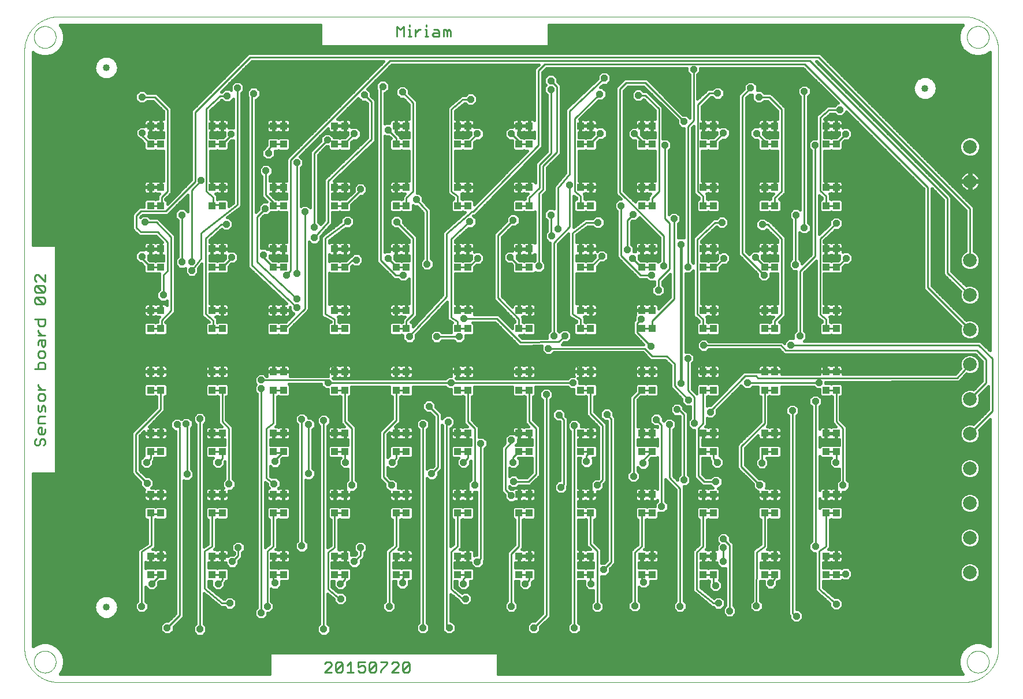
<source format=gtl>
G75*
%MOIN*%
%OFA0B0*%
%FSLAX25Y25*%
%IPPOS*%
%LPD*%
%AMOC8*
5,1,8,0,0,1.08239X$1,22.5*
%
%ADD10C,0.00010*%
%ADD11C,0.01100*%
%ADD12C,0.00000*%
%ADD13C,0.00079*%
%ADD14C,0.07874*%
%ADD15R,0.03937X0.03937*%
%ADD16C,0.04000*%
%ADD17C,0.01600*%
%ADD18OC8,0.04750*%
%ADD19C,0.01000*%
%ADD20OC8,0.04000*%
D10*
X0071414Y0399335D02*
X0071414Y0399341D01*
D11*
X0078343Y0288251D02*
X0077359Y0287266D01*
X0077359Y0285298D01*
X0078343Y0284314D01*
X0078343Y0281805D02*
X0082280Y0277868D01*
X0083264Y0278853D01*
X0083264Y0280821D01*
X0082280Y0281805D01*
X0078343Y0281805D01*
X0077359Y0280821D01*
X0077359Y0278853D01*
X0078343Y0277868D01*
X0082280Y0277868D01*
X0082280Y0275360D02*
X0083264Y0274375D01*
X0083264Y0272407D01*
X0082280Y0271423D01*
X0078343Y0275360D01*
X0082280Y0275360D01*
X0078343Y0275360D02*
X0077359Y0274375D01*
X0077359Y0272407D01*
X0078343Y0271423D01*
X0082280Y0271423D01*
X0083264Y0262469D02*
X0083264Y0259516D01*
X0082280Y0258532D01*
X0080312Y0258532D01*
X0079327Y0259516D01*
X0079327Y0262469D01*
X0077359Y0262469D02*
X0083264Y0262469D01*
X0079327Y0256113D02*
X0079327Y0255129D01*
X0081296Y0253161D01*
X0083264Y0253161D02*
X0079327Y0253161D01*
X0080312Y0250652D02*
X0083264Y0250652D01*
X0083264Y0247699D01*
X0082280Y0246715D01*
X0081296Y0247699D01*
X0081296Y0250652D01*
X0080312Y0250652D02*
X0079327Y0249668D01*
X0079327Y0247699D01*
X0080312Y0244206D02*
X0079327Y0243222D01*
X0079327Y0241254D01*
X0080312Y0240270D01*
X0082280Y0240270D01*
X0083264Y0241254D01*
X0083264Y0243222D01*
X0082280Y0244206D01*
X0080312Y0244206D01*
X0080312Y0237761D02*
X0079327Y0236777D01*
X0079327Y0233824D01*
X0077359Y0233824D02*
X0083264Y0233824D01*
X0083264Y0236777D01*
X0082280Y0237761D01*
X0080312Y0237761D01*
X0079327Y0224960D02*
X0079327Y0223976D01*
X0081296Y0222007D01*
X0083264Y0222007D02*
X0079327Y0222007D01*
X0080312Y0219499D02*
X0079327Y0218514D01*
X0079327Y0216546D01*
X0080312Y0215562D01*
X0082280Y0215562D01*
X0083264Y0216546D01*
X0083264Y0218514D01*
X0082280Y0219499D01*
X0080312Y0219499D01*
X0079327Y0213053D02*
X0079327Y0210101D01*
X0080312Y0209116D01*
X0081296Y0210101D01*
X0081296Y0212069D01*
X0082280Y0213053D01*
X0083264Y0212069D01*
X0083264Y0209116D01*
X0083264Y0206608D02*
X0080312Y0206608D01*
X0079327Y0205623D01*
X0079327Y0202671D01*
X0083264Y0202671D01*
X0081296Y0200162D02*
X0081296Y0196225D01*
X0082280Y0196225D02*
X0080312Y0196225D01*
X0079327Y0197210D01*
X0079327Y0199178D01*
X0080312Y0200162D01*
X0081296Y0200162D01*
X0083264Y0199178D02*
X0083264Y0197210D01*
X0082280Y0196225D01*
X0082280Y0193717D02*
X0083264Y0192732D01*
X0083264Y0190764D01*
X0082280Y0189780D01*
X0080312Y0190764D02*
X0080312Y0192732D01*
X0081296Y0193717D01*
X0082280Y0193717D01*
X0080312Y0190764D02*
X0079327Y0189780D01*
X0078343Y0189780D01*
X0077359Y0190764D01*
X0077359Y0192732D01*
X0078343Y0193717D01*
X0083264Y0284314D02*
X0079327Y0288251D01*
X0078343Y0288251D01*
X0083264Y0288251D02*
X0083264Y0284314D01*
X0286374Y0425530D02*
X0286374Y0431435D01*
X0288343Y0429466D01*
X0290311Y0431435D01*
X0290311Y0425530D01*
X0292820Y0425530D02*
X0294788Y0425530D01*
X0293804Y0425530D02*
X0293804Y0429466D01*
X0292820Y0429466D01*
X0293804Y0431435D02*
X0293804Y0432419D01*
X0297117Y0429466D02*
X0297117Y0425530D01*
X0297117Y0427498D02*
X0299085Y0429466D01*
X0300069Y0429466D01*
X0302488Y0429466D02*
X0303472Y0429466D01*
X0303472Y0425530D01*
X0302488Y0425530D02*
X0304456Y0425530D01*
X0306785Y0426514D02*
X0307769Y0427498D01*
X0310722Y0427498D01*
X0310722Y0428482D02*
X0310722Y0425530D01*
X0307769Y0425530D01*
X0306785Y0426514D01*
X0307769Y0429466D02*
X0309737Y0429466D01*
X0310722Y0428482D01*
X0313230Y0429466D02*
X0313230Y0425530D01*
X0315199Y0425530D02*
X0315199Y0428482D01*
X0316183Y0429466D01*
X0317167Y0428482D01*
X0317167Y0425530D01*
X0315199Y0428482D02*
X0314215Y0429466D01*
X0313230Y0429466D01*
X0303472Y0431435D02*
X0303472Y0432419D01*
X0292718Y0064781D02*
X0293703Y0063797D01*
X0289766Y0059860D01*
X0290750Y0058876D01*
X0292718Y0058876D01*
X0293703Y0059860D01*
X0293703Y0063797D01*
X0292718Y0064781D02*
X0290750Y0064781D01*
X0289766Y0063797D01*
X0289766Y0059860D01*
X0287257Y0058876D02*
X0283320Y0058876D01*
X0287257Y0062813D01*
X0287257Y0063797D01*
X0286273Y0064781D01*
X0284305Y0064781D01*
X0283320Y0063797D01*
X0280812Y0063797D02*
X0280812Y0064781D01*
X0276875Y0064781D01*
X0274366Y0063797D02*
X0270429Y0059860D01*
X0271414Y0058876D01*
X0273382Y0058876D01*
X0274366Y0059860D01*
X0274366Y0063797D01*
X0273382Y0064781D01*
X0271414Y0064781D01*
X0270429Y0063797D01*
X0270429Y0059860D01*
X0267921Y0059860D02*
X0266936Y0058876D01*
X0264968Y0058876D01*
X0263984Y0059860D01*
X0263984Y0061829D02*
X0265952Y0062813D01*
X0266936Y0062813D01*
X0267921Y0061829D01*
X0267921Y0059860D01*
X0263984Y0061829D02*
X0263984Y0064781D01*
X0267921Y0064781D01*
X0276875Y0059860D02*
X0276875Y0058876D01*
X0276875Y0059860D02*
X0280812Y0063797D01*
X0261475Y0058876D02*
X0257538Y0058876D01*
X0259507Y0058876D02*
X0259507Y0064781D01*
X0257538Y0062813D01*
X0255030Y0063797D02*
X0251093Y0059860D01*
X0252077Y0058876D01*
X0254045Y0058876D01*
X0255030Y0059860D01*
X0255030Y0063797D01*
X0254045Y0064781D01*
X0252077Y0064781D01*
X0251093Y0063797D01*
X0251093Y0059860D01*
X0248584Y0058876D02*
X0244647Y0058876D01*
X0248584Y0062813D01*
X0248584Y0063797D01*
X0247600Y0064781D01*
X0245632Y0064781D01*
X0244647Y0063797D01*
D12*
X0076926Y0065052D02*
X0076928Y0065210D01*
X0076934Y0065368D01*
X0076944Y0065526D01*
X0076958Y0065684D01*
X0076976Y0065841D01*
X0076997Y0065998D01*
X0077023Y0066154D01*
X0077053Y0066310D01*
X0077086Y0066465D01*
X0077124Y0066618D01*
X0077165Y0066771D01*
X0077210Y0066923D01*
X0077259Y0067074D01*
X0077312Y0067223D01*
X0077368Y0067371D01*
X0077428Y0067517D01*
X0077492Y0067662D01*
X0077560Y0067805D01*
X0077631Y0067947D01*
X0077705Y0068087D01*
X0077783Y0068224D01*
X0077865Y0068360D01*
X0077949Y0068494D01*
X0078038Y0068625D01*
X0078129Y0068754D01*
X0078224Y0068881D01*
X0078321Y0069006D01*
X0078422Y0069128D01*
X0078526Y0069247D01*
X0078633Y0069364D01*
X0078743Y0069478D01*
X0078856Y0069589D01*
X0078971Y0069698D01*
X0079089Y0069803D01*
X0079210Y0069905D01*
X0079333Y0070005D01*
X0079459Y0070101D01*
X0079587Y0070194D01*
X0079717Y0070284D01*
X0079850Y0070370D01*
X0079985Y0070454D01*
X0080121Y0070533D01*
X0080260Y0070610D01*
X0080401Y0070682D01*
X0080543Y0070752D01*
X0080687Y0070817D01*
X0080833Y0070879D01*
X0080980Y0070937D01*
X0081129Y0070992D01*
X0081279Y0071043D01*
X0081430Y0071090D01*
X0081582Y0071133D01*
X0081735Y0071172D01*
X0081890Y0071208D01*
X0082045Y0071239D01*
X0082201Y0071267D01*
X0082357Y0071291D01*
X0082514Y0071311D01*
X0082672Y0071327D01*
X0082829Y0071339D01*
X0082988Y0071347D01*
X0083146Y0071351D01*
X0083304Y0071351D01*
X0083462Y0071347D01*
X0083621Y0071339D01*
X0083778Y0071327D01*
X0083936Y0071311D01*
X0084093Y0071291D01*
X0084249Y0071267D01*
X0084405Y0071239D01*
X0084560Y0071208D01*
X0084715Y0071172D01*
X0084868Y0071133D01*
X0085020Y0071090D01*
X0085171Y0071043D01*
X0085321Y0070992D01*
X0085470Y0070937D01*
X0085617Y0070879D01*
X0085763Y0070817D01*
X0085907Y0070752D01*
X0086049Y0070682D01*
X0086190Y0070610D01*
X0086329Y0070533D01*
X0086465Y0070454D01*
X0086600Y0070370D01*
X0086733Y0070284D01*
X0086863Y0070194D01*
X0086991Y0070101D01*
X0087117Y0070005D01*
X0087240Y0069905D01*
X0087361Y0069803D01*
X0087479Y0069698D01*
X0087594Y0069589D01*
X0087707Y0069478D01*
X0087817Y0069364D01*
X0087924Y0069247D01*
X0088028Y0069128D01*
X0088129Y0069006D01*
X0088226Y0068881D01*
X0088321Y0068754D01*
X0088412Y0068625D01*
X0088501Y0068494D01*
X0088585Y0068360D01*
X0088667Y0068224D01*
X0088745Y0068087D01*
X0088819Y0067947D01*
X0088890Y0067805D01*
X0088958Y0067662D01*
X0089022Y0067517D01*
X0089082Y0067371D01*
X0089138Y0067223D01*
X0089191Y0067074D01*
X0089240Y0066923D01*
X0089285Y0066771D01*
X0089326Y0066618D01*
X0089364Y0066465D01*
X0089397Y0066310D01*
X0089427Y0066154D01*
X0089453Y0065998D01*
X0089474Y0065841D01*
X0089492Y0065684D01*
X0089506Y0065526D01*
X0089516Y0065368D01*
X0089522Y0065210D01*
X0089524Y0065052D01*
X0089522Y0064894D01*
X0089516Y0064736D01*
X0089506Y0064578D01*
X0089492Y0064420D01*
X0089474Y0064263D01*
X0089453Y0064106D01*
X0089427Y0063950D01*
X0089397Y0063794D01*
X0089364Y0063639D01*
X0089326Y0063486D01*
X0089285Y0063333D01*
X0089240Y0063181D01*
X0089191Y0063030D01*
X0089138Y0062881D01*
X0089082Y0062733D01*
X0089022Y0062587D01*
X0088958Y0062442D01*
X0088890Y0062299D01*
X0088819Y0062157D01*
X0088745Y0062017D01*
X0088667Y0061880D01*
X0088585Y0061744D01*
X0088501Y0061610D01*
X0088412Y0061479D01*
X0088321Y0061350D01*
X0088226Y0061223D01*
X0088129Y0061098D01*
X0088028Y0060976D01*
X0087924Y0060857D01*
X0087817Y0060740D01*
X0087707Y0060626D01*
X0087594Y0060515D01*
X0087479Y0060406D01*
X0087361Y0060301D01*
X0087240Y0060199D01*
X0087117Y0060099D01*
X0086991Y0060003D01*
X0086863Y0059910D01*
X0086733Y0059820D01*
X0086600Y0059734D01*
X0086465Y0059650D01*
X0086329Y0059571D01*
X0086190Y0059494D01*
X0086049Y0059422D01*
X0085907Y0059352D01*
X0085763Y0059287D01*
X0085617Y0059225D01*
X0085470Y0059167D01*
X0085321Y0059112D01*
X0085171Y0059061D01*
X0085020Y0059014D01*
X0084868Y0058971D01*
X0084715Y0058932D01*
X0084560Y0058896D01*
X0084405Y0058865D01*
X0084249Y0058837D01*
X0084093Y0058813D01*
X0083936Y0058793D01*
X0083778Y0058777D01*
X0083621Y0058765D01*
X0083462Y0058757D01*
X0083304Y0058753D01*
X0083146Y0058753D01*
X0082988Y0058757D01*
X0082829Y0058765D01*
X0082672Y0058777D01*
X0082514Y0058793D01*
X0082357Y0058813D01*
X0082201Y0058837D01*
X0082045Y0058865D01*
X0081890Y0058896D01*
X0081735Y0058932D01*
X0081582Y0058971D01*
X0081430Y0059014D01*
X0081279Y0059061D01*
X0081129Y0059112D01*
X0080980Y0059167D01*
X0080833Y0059225D01*
X0080687Y0059287D01*
X0080543Y0059352D01*
X0080401Y0059422D01*
X0080260Y0059494D01*
X0080121Y0059571D01*
X0079985Y0059650D01*
X0079850Y0059734D01*
X0079717Y0059820D01*
X0079587Y0059910D01*
X0079459Y0060003D01*
X0079333Y0060099D01*
X0079210Y0060199D01*
X0079089Y0060301D01*
X0078971Y0060406D01*
X0078856Y0060515D01*
X0078743Y0060626D01*
X0078633Y0060740D01*
X0078526Y0060857D01*
X0078422Y0060976D01*
X0078321Y0061098D01*
X0078224Y0061223D01*
X0078129Y0061350D01*
X0078038Y0061479D01*
X0077949Y0061610D01*
X0077865Y0061744D01*
X0077783Y0061880D01*
X0077705Y0062017D01*
X0077631Y0062157D01*
X0077560Y0062299D01*
X0077492Y0062442D01*
X0077428Y0062587D01*
X0077368Y0062733D01*
X0077312Y0062881D01*
X0077259Y0063030D01*
X0077210Y0063181D01*
X0077165Y0063333D01*
X0077124Y0063486D01*
X0077086Y0063639D01*
X0077053Y0063794D01*
X0077023Y0063950D01*
X0076997Y0064106D01*
X0076976Y0064263D01*
X0076958Y0064420D01*
X0076944Y0064578D01*
X0076934Y0064736D01*
X0076928Y0064894D01*
X0076926Y0065052D01*
X0615351Y0065052D02*
X0615353Y0065210D01*
X0615359Y0065368D01*
X0615369Y0065526D01*
X0615383Y0065684D01*
X0615401Y0065841D01*
X0615422Y0065998D01*
X0615448Y0066154D01*
X0615478Y0066310D01*
X0615511Y0066465D01*
X0615549Y0066618D01*
X0615590Y0066771D01*
X0615635Y0066923D01*
X0615684Y0067074D01*
X0615737Y0067223D01*
X0615793Y0067371D01*
X0615853Y0067517D01*
X0615917Y0067662D01*
X0615985Y0067805D01*
X0616056Y0067947D01*
X0616130Y0068087D01*
X0616208Y0068224D01*
X0616290Y0068360D01*
X0616374Y0068494D01*
X0616463Y0068625D01*
X0616554Y0068754D01*
X0616649Y0068881D01*
X0616746Y0069006D01*
X0616847Y0069128D01*
X0616951Y0069247D01*
X0617058Y0069364D01*
X0617168Y0069478D01*
X0617281Y0069589D01*
X0617396Y0069698D01*
X0617514Y0069803D01*
X0617635Y0069905D01*
X0617758Y0070005D01*
X0617884Y0070101D01*
X0618012Y0070194D01*
X0618142Y0070284D01*
X0618275Y0070370D01*
X0618410Y0070454D01*
X0618546Y0070533D01*
X0618685Y0070610D01*
X0618826Y0070682D01*
X0618968Y0070752D01*
X0619112Y0070817D01*
X0619258Y0070879D01*
X0619405Y0070937D01*
X0619554Y0070992D01*
X0619704Y0071043D01*
X0619855Y0071090D01*
X0620007Y0071133D01*
X0620160Y0071172D01*
X0620315Y0071208D01*
X0620470Y0071239D01*
X0620626Y0071267D01*
X0620782Y0071291D01*
X0620939Y0071311D01*
X0621097Y0071327D01*
X0621254Y0071339D01*
X0621413Y0071347D01*
X0621571Y0071351D01*
X0621729Y0071351D01*
X0621887Y0071347D01*
X0622046Y0071339D01*
X0622203Y0071327D01*
X0622361Y0071311D01*
X0622518Y0071291D01*
X0622674Y0071267D01*
X0622830Y0071239D01*
X0622985Y0071208D01*
X0623140Y0071172D01*
X0623293Y0071133D01*
X0623445Y0071090D01*
X0623596Y0071043D01*
X0623746Y0070992D01*
X0623895Y0070937D01*
X0624042Y0070879D01*
X0624188Y0070817D01*
X0624332Y0070752D01*
X0624474Y0070682D01*
X0624615Y0070610D01*
X0624754Y0070533D01*
X0624890Y0070454D01*
X0625025Y0070370D01*
X0625158Y0070284D01*
X0625288Y0070194D01*
X0625416Y0070101D01*
X0625542Y0070005D01*
X0625665Y0069905D01*
X0625786Y0069803D01*
X0625904Y0069698D01*
X0626019Y0069589D01*
X0626132Y0069478D01*
X0626242Y0069364D01*
X0626349Y0069247D01*
X0626453Y0069128D01*
X0626554Y0069006D01*
X0626651Y0068881D01*
X0626746Y0068754D01*
X0626837Y0068625D01*
X0626926Y0068494D01*
X0627010Y0068360D01*
X0627092Y0068224D01*
X0627170Y0068087D01*
X0627244Y0067947D01*
X0627315Y0067805D01*
X0627383Y0067662D01*
X0627447Y0067517D01*
X0627507Y0067371D01*
X0627563Y0067223D01*
X0627616Y0067074D01*
X0627665Y0066923D01*
X0627710Y0066771D01*
X0627751Y0066618D01*
X0627789Y0066465D01*
X0627822Y0066310D01*
X0627852Y0066154D01*
X0627878Y0065998D01*
X0627899Y0065841D01*
X0627917Y0065684D01*
X0627931Y0065526D01*
X0627941Y0065368D01*
X0627947Y0065210D01*
X0627949Y0065052D01*
X0627947Y0064894D01*
X0627941Y0064736D01*
X0627931Y0064578D01*
X0627917Y0064420D01*
X0627899Y0064263D01*
X0627878Y0064106D01*
X0627852Y0063950D01*
X0627822Y0063794D01*
X0627789Y0063639D01*
X0627751Y0063486D01*
X0627710Y0063333D01*
X0627665Y0063181D01*
X0627616Y0063030D01*
X0627563Y0062881D01*
X0627507Y0062733D01*
X0627447Y0062587D01*
X0627383Y0062442D01*
X0627315Y0062299D01*
X0627244Y0062157D01*
X0627170Y0062017D01*
X0627092Y0061880D01*
X0627010Y0061744D01*
X0626926Y0061610D01*
X0626837Y0061479D01*
X0626746Y0061350D01*
X0626651Y0061223D01*
X0626554Y0061098D01*
X0626453Y0060976D01*
X0626349Y0060857D01*
X0626242Y0060740D01*
X0626132Y0060626D01*
X0626019Y0060515D01*
X0625904Y0060406D01*
X0625786Y0060301D01*
X0625665Y0060199D01*
X0625542Y0060099D01*
X0625416Y0060003D01*
X0625288Y0059910D01*
X0625158Y0059820D01*
X0625025Y0059734D01*
X0624890Y0059650D01*
X0624754Y0059571D01*
X0624615Y0059494D01*
X0624474Y0059422D01*
X0624332Y0059352D01*
X0624188Y0059287D01*
X0624042Y0059225D01*
X0623895Y0059167D01*
X0623746Y0059112D01*
X0623596Y0059061D01*
X0623445Y0059014D01*
X0623293Y0058971D01*
X0623140Y0058932D01*
X0622985Y0058896D01*
X0622830Y0058865D01*
X0622674Y0058837D01*
X0622518Y0058813D01*
X0622361Y0058793D01*
X0622203Y0058777D01*
X0622046Y0058765D01*
X0621887Y0058757D01*
X0621729Y0058753D01*
X0621571Y0058753D01*
X0621413Y0058757D01*
X0621254Y0058765D01*
X0621097Y0058777D01*
X0620939Y0058793D01*
X0620782Y0058813D01*
X0620626Y0058837D01*
X0620470Y0058865D01*
X0620315Y0058896D01*
X0620160Y0058932D01*
X0620007Y0058971D01*
X0619855Y0059014D01*
X0619704Y0059061D01*
X0619554Y0059112D01*
X0619405Y0059167D01*
X0619258Y0059225D01*
X0619112Y0059287D01*
X0618968Y0059352D01*
X0618826Y0059422D01*
X0618685Y0059494D01*
X0618546Y0059571D01*
X0618410Y0059650D01*
X0618275Y0059734D01*
X0618142Y0059820D01*
X0618012Y0059910D01*
X0617884Y0060003D01*
X0617758Y0060099D01*
X0617635Y0060199D01*
X0617514Y0060301D01*
X0617396Y0060406D01*
X0617281Y0060515D01*
X0617168Y0060626D01*
X0617058Y0060740D01*
X0616951Y0060857D01*
X0616847Y0060976D01*
X0616746Y0061098D01*
X0616649Y0061223D01*
X0616554Y0061350D01*
X0616463Y0061479D01*
X0616374Y0061610D01*
X0616290Y0061744D01*
X0616208Y0061880D01*
X0616130Y0062017D01*
X0616056Y0062157D01*
X0615985Y0062299D01*
X0615917Y0062442D01*
X0615853Y0062587D01*
X0615793Y0062733D01*
X0615737Y0062881D01*
X0615684Y0063030D01*
X0615635Y0063181D01*
X0615590Y0063333D01*
X0615549Y0063486D01*
X0615511Y0063639D01*
X0615478Y0063794D01*
X0615448Y0063950D01*
X0615422Y0064106D01*
X0615401Y0064263D01*
X0615383Y0064420D01*
X0615369Y0064578D01*
X0615359Y0064736D01*
X0615353Y0064894D01*
X0615351Y0065052D01*
X0615351Y0425209D02*
X0615353Y0425367D01*
X0615359Y0425525D01*
X0615369Y0425683D01*
X0615383Y0425841D01*
X0615401Y0425998D01*
X0615422Y0426155D01*
X0615448Y0426311D01*
X0615478Y0426467D01*
X0615511Y0426622D01*
X0615549Y0426775D01*
X0615590Y0426928D01*
X0615635Y0427080D01*
X0615684Y0427231D01*
X0615737Y0427380D01*
X0615793Y0427528D01*
X0615853Y0427674D01*
X0615917Y0427819D01*
X0615985Y0427962D01*
X0616056Y0428104D01*
X0616130Y0428244D01*
X0616208Y0428381D01*
X0616290Y0428517D01*
X0616374Y0428651D01*
X0616463Y0428782D01*
X0616554Y0428911D01*
X0616649Y0429038D01*
X0616746Y0429163D01*
X0616847Y0429285D01*
X0616951Y0429404D01*
X0617058Y0429521D01*
X0617168Y0429635D01*
X0617281Y0429746D01*
X0617396Y0429855D01*
X0617514Y0429960D01*
X0617635Y0430062D01*
X0617758Y0430162D01*
X0617884Y0430258D01*
X0618012Y0430351D01*
X0618142Y0430441D01*
X0618275Y0430527D01*
X0618410Y0430611D01*
X0618546Y0430690D01*
X0618685Y0430767D01*
X0618826Y0430839D01*
X0618968Y0430909D01*
X0619112Y0430974D01*
X0619258Y0431036D01*
X0619405Y0431094D01*
X0619554Y0431149D01*
X0619704Y0431200D01*
X0619855Y0431247D01*
X0620007Y0431290D01*
X0620160Y0431329D01*
X0620315Y0431365D01*
X0620470Y0431396D01*
X0620626Y0431424D01*
X0620782Y0431448D01*
X0620939Y0431468D01*
X0621097Y0431484D01*
X0621254Y0431496D01*
X0621413Y0431504D01*
X0621571Y0431508D01*
X0621729Y0431508D01*
X0621887Y0431504D01*
X0622046Y0431496D01*
X0622203Y0431484D01*
X0622361Y0431468D01*
X0622518Y0431448D01*
X0622674Y0431424D01*
X0622830Y0431396D01*
X0622985Y0431365D01*
X0623140Y0431329D01*
X0623293Y0431290D01*
X0623445Y0431247D01*
X0623596Y0431200D01*
X0623746Y0431149D01*
X0623895Y0431094D01*
X0624042Y0431036D01*
X0624188Y0430974D01*
X0624332Y0430909D01*
X0624474Y0430839D01*
X0624615Y0430767D01*
X0624754Y0430690D01*
X0624890Y0430611D01*
X0625025Y0430527D01*
X0625158Y0430441D01*
X0625288Y0430351D01*
X0625416Y0430258D01*
X0625542Y0430162D01*
X0625665Y0430062D01*
X0625786Y0429960D01*
X0625904Y0429855D01*
X0626019Y0429746D01*
X0626132Y0429635D01*
X0626242Y0429521D01*
X0626349Y0429404D01*
X0626453Y0429285D01*
X0626554Y0429163D01*
X0626651Y0429038D01*
X0626746Y0428911D01*
X0626837Y0428782D01*
X0626926Y0428651D01*
X0627010Y0428517D01*
X0627092Y0428381D01*
X0627170Y0428244D01*
X0627244Y0428104D01*
X0627315Y0427962D01*
X0627383Y0427819D01*
X0627447Y0427674D01*
X0627507Y0427528D01*
X0627563Y0427380D01*
X0627616Y0427231D01*
X0627665Y0427080D01*
X0627710Y0426928D01*
X0627751Y0426775D01*
X0627789Y0426622D01*
X0627822Y0426467D01*
X0627852Y0426311D01*
X0627878Y0426155D01*
X0627899Y0425998D01*
X0627917Y0425841D01*
X0627931Y0425683D01*
X0627941Y0425525D01*
X0627947Y0425367D01*
X0627949Y0425209D01*
X0627947Y0425051D01*
X0627941Y0424893D01*
X0627931Y0424735D01*
X0627917Y0424577D01*
X0627899Y0424420D01*
X0627878Y0424263D01*
X0627852Y0424107D01*
X0627822Y0423951D01*
X0627789Y0423796D01*
X0627751Y0423643D01*
X0627710Y0423490D01*
X0627665Y0423338D01*
X0627616Y0423187D01*
X0627563Y0423038D01*
X0627507Y0422890D01*
X0627447Y0422744D01*
X0627383Y0422599D01*
X0627315Y0422456D01*
X0627244Y0422314D01*
X0627170Y0422174D01*
X0627092Y0422037D01*
X0627010Y0421901D01*
X0626926Y0421767D01*
X0626837Y0421636D01*
X0626746Y0421507D01*
X0626651Y0421380D01*
X0626554Y0421255D01*
X0626453Y0421133D01*
X0626349Y0421014D01*
X0626242Y0420897D01*
X0626132Y0420783D01*
X0626019Y0420672D01*
X0625904Y0420563D01*
X0625786Y0420458D01*
X0625665Y0420356D01*
X0625542Y0420256D01*
X0625416Y0420160D01*
X0625288Y0420067D01*
X0625158Y0419977D01*
X0625025Y0419891D01*
X0624890Y0419807D01*
X0624754Y0419728D01*
X0624615Y0419651D01*
X0624474Y0419579D01*
X0624332Y0419509D01*
X0624188Y0419444D01*
X0624042Y0419382D01*
X0623895Y0419324D01*
X0623746Y0419269D01*
X0623596Y0419218D01*
X0623445Y0419171D01*
X0623293Y0419128D01*
X0623140Y0419089D01*
X0622985Y0419053D01*
X0622830Y0419022D01*
X0622674Y0418994D01*
X0622518Y0418970D01*
X0622361Y0418950D01*
X0622203Y0418934D01*
X0622046Y0418922D01*
X0621887Y0418914D01*
X0621729Y0418910D01*
X0621571Y0418910D01*
X0621413Y0418914D01*
X0621254Y0418922D01*
X0621097Y0418934D01*
X0620939Y0418950D01*
X0620782Y0418970D01*
X0620626Y0418994D01*
X0620470Y0419022D01*
X0620315Y0419053D01*
X0620160Y0419089D01*
X0620007Y0419128D01*
X0619855Y0419171D01*
X0619704Y0419218D01*
X0619554Y0419269D01*
X0619405Y0419324D01*
X0619258Y0419382D01*
X0619112Y0419444D01*
X0618968Y0419509D01*
X0618826Y0419579D01*
X0618685Y0419651D01*
X0618546Y0419728D01*
X0618410Y0419807D01*
X0618275Y0419891D01*
X0618142Y0419977D01*
X0618012Y0420067D01*
X0617884Y0420160D01*
X0617758Y0420256D01*
X0617635Y0420356D01*
X0617514Y0420458D01*
X0617396Y0420563D01*
X0617281Y0420672D01*
X0617168Y0420783D01*
X0617058Y0420897D01*
X0616951Y0421014D01*
X0616847Y0421133D01*
X0616746Y0421255D01*
X0616649Y0421380D01*
X0616554Y0421507D01*
X0616463Y0421636D01*
X0616374Y0421767D01*
X0616290Y0421901D01*
X0616208Y0422037D01*
X0616130Y0422174D01*
X0616056Y0422314D01*
X0615985Y0422456D01*
X0615917Y0422599D01*
X0615853Y0422744D01*
X0615793Y0422890D01*
X0615737Y0423038D01*
X0615684Y0423187D01*
X0615635Y0423338D01*
X0615590Y0423490D01*
X0615549Y0423643D01*
X0615511Y0423796D01*
X0615478Y0423951D01*
X0615448Y0424107D01*
X0615422Y0424263D01*
X0615401Y0424420D01*
X0615383Y0424577D01*
X0615369Y0424735D01*
X0615359Y0424893D01*
X0615353Y0425051D01*
X0615351Y0425209D01*
X0076926Y0425209D02*
X0076928Y0425367D01*
X0076934Y0425525D01*
X0076944Y0425683D01*
X0076958Y0425841D01*
X0076976Y0425998D01*
X0076997Y0426155D01*
X0077023Y0426311D01*
X0077053Y0426467D01*
X0077086Y0426622D01*
X0077124Y0426775D01*
X0077165Y0426928D01*
X0077210Y0427080D01*
X0077259Y0427231D01*
X0077312Y0427380D01*
X0077368Y0427528D01*
X0077428Y0427674D01*
X0077492Y0427819D01*
X0077560Y0427962D01*
X0077631Y0428104D01*
X0077705Y0428244D01*
X0077783Y0428381D01*
X0077865Y0428517D01*
X0077949Y0428651D01*
X0078038Y0428782D01*
X0078129Y0428911D01*
X0078224Y0429038D01*
X0078321Y0429163D01*
X0078422Y0429285D01*
X0078526Y0429404D01*
X0078633Y0429521D01*
X0078743Y0429635D01*
X0078856Y0429746D01*
X0078971Y0429855D01*
X0079089Y0429960D01*
X0079210Y0430062D01*
X0079333Y0430162D01*
X0079459Y0430258D01*
X0079587Y0430351D01*
X0079717Y0430441D01*
X0079850Y0430527D01*
X0079985Y0430611D01*
X0080121Y0430690D01*
X0080260Y0430767D01*
X0080401Y0430839D01*
X0080543Y0430909D01*
X0080687Y0430974D01*
X0080833Y0431036D01*
X0080980Y0431094D01*
X0081129Y0431149D01*
X0081279Y0431200D01*
X0081430Y0431247D01*
X0081582Y0431290D01*
X0081735Y0431329D01*
X0081890Y0431365D01*
X0082045Y0431396D01*
X0082201Y0431424D01*
X0082357Y0431448D01*
X0082514Y0431468D01*
X0082672Y0431484D01*
X0082829Y0431496D01*
X0082988Y0431504D01*
X0083146Y0431508D01*
X0083304Y0431508D01*
X0083462Y0431504D01*
X0083621Y0431496D01*
X0083778Y0431484D01*
X0083936Y0431468D01*
X0084093Y0431448D01*
X0084249Y0431424D01*
X0084405Y0431396D01*
X0084560Y0431365D01*
X0084715Y0431329D01*
X0084868Y0431290D01*
X0085020Y0431247D01*
X0085171Y0431200D01*
X0085321Y0431149D01*
X0085470Y0431094D01*
X0085617Y0431036D01*
X0085763Y0430974D01*
X0085907Y0430909D01*
X0086049Y0430839D01*
X0086190Y0430767D01*
X0086329Y0430690D01*
X0086465Y0430611D01*
X0086600Y0430527D01*
X0086733Y0430441D01*
X0086863Y0430351D01*
X0086991Y0430258D01*
X0087117Y0430162D01*
X0087240Y0430062D01*
X0087361Y0429960D01*
X0087479Y0429855D01*
X0087594Y0429746D01*
X0087707Y0429635D01*
X0087817Y0429521D01*
X0087924Y0429404D01*
X0088028Y0429285D01*
X0088129Y0429163D01*
X0088226Y0429038D01*
X0088321Y0428911D01*
X0088412Y0428782D01*
X0088501Y0428651D01*
X0088585Y0428517D01*
X0088667Y0428381D01*
X0088745Y0428244D01*
X0088819Y0428104D01*
X0088890Y0427962D01*
X0088958Y0427819D01*
X0089022Y0427674D01*
X0089082Y0427528D01*
X0089138Y0427380D01*
X0089191Y0427231D01*
X0089240Y0427080D01*
X0089285Y0426928D01*
X0089326Y0426775D01*
X0089364Y0426622D01*
X0089397Y0426467D01*
X0089427Y0426311D01*
X0089453Y0426155D01*
X0089474Y0425998D01*
X0089492Y0425841D01*
X0089506Y0425683D01*
X0089516Y0425525D01*
X0089522Y0425367D01*
X0089524Y0425209D01*
X0089522Y0425051D01*
X0089516Y0424893D01*
X0089506Y0424735D01*
X0089492Y0424577D01*
X0089474Y0424420D01*
X0089453Y0424263D01*
X0089427Y0424107D01*
X0089397Y0423951D01*
X0089364Y0423796D01*
X0089326Y0423643D01*
X0089285Y0423490D01*
X0089240Y0423338D01*
X0089191Y0423187D01*
X0089138Y0423038D01*
X0089082Y0422890D01*
X0089022Y0422744D01*
X0088958Y0422599D01*
X0088890Y0422456D01*
X0088819Y0422314D01*
X0088745Y0422174D01*
X0088667Y0422037D01*
X0088585Y0421901D01*
X0088501Y0421767D01*
X0088412Y0421636D01*
X0088321Y0421507D01*
X0088226Y0421380D01*
X0088129Y0421255D01*
X0088028Y0421133D01*
X0087924Y0421014D01*
X0087817Y0420897D01*
X0087707Y0420783D01*
X0087594Y0420672D01*
X0087479Y0420563D01*
X0087361Y0420458D01*
X0087240Y0420356D01*
X0087117Y0420256D01*
X0086991Y0420160D01*
X0086863Y0420067D01*
X0086733Y0419977D01*
X0086600Y0419891D01*
X0086465Y0419807D01*
X0086329Y0419728D01*
X0086190Y0419651D01*
X0086049Y0419579D01*
X0085907Y0419509D01*
X0085763Y0419444D01*
X0085617Y0419382D01*
X0085470Y0419324D01*
X0085321Y0419269D01*
X0085171Y0419218D01*
X0085020Y0419171D01*
X0084868Y0419128D01*
X0084715Y0419089D01*
X0084560Y0419053D01*
X0084405Y0419022D01*
X0084249Y0418994D01*
X0084093Y0418970D01*
X0083936Y0418950D01*
X0083778Y0418934D01*
X0083621Y0418922D01*
X0083462Y0418914D01*
X0083304Y0418910D01*
X0083146Y0418910D01*
X0082988Y0418914D01*
X0082829Y0418922D01*
X0082672Y0418934D01*
X0082514Y0418950D01*
X0082357Y0418970D01*
X0082201Y0418994D01*
X0082045Y0419022D01*
X0081890Y0419053D01*
X0081735Y0419089D01*
X0081582Y0419128D01*
X0081430Y0419171D01*
X0081279Y0419218D01*
X0081129Y0419269D01*
X0080980Y0419324D01*
X0080833Y0419382D01*
X0080687Y0419444D01*
X0080543Y0419509D01*
X0080401Y0419579D01*
X0080260Y0419651D01*
X0080121Y0419728D01*
X0079985Y0419807D01*
X0079850Y0419891D01*
X0079717Y0419977D01*
X0079587Y0420067D01*
X0079459Y0420160D01*
X0079333Y0420256D01*
X0079210Y0420356D01*
X0079089Y0420458D01*
X0078971Y0420563D01*
X0078856Y0420672D01*
X0078743Y0420783D01*
X0078633Y0420897D01*
X0078526Y0421014D01*
X0078422Y0421133D01*
X0078321Y0421255D01*
X0078224Y0421380D01*
X0078129Y0421507D01*
X0078038Y0421636D01*
X0077949Y0421767D01*
X0077865Y0421901D01*
X0077783Y0422037D01*
X0077705Y0422174D01*
X0077631Y0422314D01*
X0077560Y0422456D01*
X0077492Y0422599D01*
X0077428Y0422744D01*
X0077368Y0422890D01*
X0077312Y0423038D01*
X0077259Y0423187D01*
X0077210Y0423338D01*
X0077165Y0423490D01*
X0077124Y0423643D01*
X0077086Y0423796D01*
X0077053Y0423951D01*
X0077023Y0424107D01*
X0076997Y0424263D01*
X0076976Y0424420D01*
X0076958Y0424577D01*
X0076944Y0424735D01*
X0076934Y0424893D01*
X0076928Y0425051D01*
X0076926Y0425209D01*
D13*
X0091099Y0053241D02*
X0613776Y0053241D01*
X0614252Y0053247D01*
X0614727Y0053264D01*
X0615202Y0053293D01*
X0615676Y0053333D01*
X0616149Y0053385D01*
X0616620Y0053448D01*
X0617090Y0053522D01*
X0617558Y0053608D01*
X0618024Y0053705D01*
X0618487Y0053813D01*
X0618947Y0053932D01*
X0619405Y0054063D01*
X0619859Y0054204D01*
X0620310Y0054357D01*
X0620756Y0054520D01*
X0621199Y0054694D01*
X0621637Y0054879D01*
X0622071Y0055074D01*
X0622500Y0055280D01*
X0622924Y0055496D01*
X0623343Y0055722D01*
X0623756Y0055958D01*
X0624163Y0056204D01*
X0624564Y0056460D01*
X0624958Y0056726D01*
X0625347Y0057001D01*
X0625728Y0057285D01*
X0626102Y0057578D01*
X0626470Y0057880D01*
X0626830Y0058192D01*
X0627182Y0058511D01*
X0627526Y0058839D01*
X0627863Y0059176D01*
X0628191Y0059520D01*
X0628510Y0059872D01*
X0628822Y0060232D01*
X0629124Y0060600D01*
X0629417Y0060974D01*
X0629701Y0061355D01*
X0629976Y0061744D01*
X0630242Y0062138D01*
X0630498Y0062539D01*
X0630744Y0062946D01*
X0630980Y0063359D01*
X0631206Y0063778D01*
X0631422Y0064202D01*
X0631628Y0064631D01*
X0631823Y0065065D01*
X0632008Y0065503D01*
X0632182Y0065946D01*
X0632345Y0066392D01*
X0632498Y0066843D01*
X0632639Y0067297D01*
X0632770Y0067755D01*
X0632889Y0068215D01*
X0632997Y0068678D01*
X0633094Y0069144D01*
X0633180Y0069612D01*
X0633254Y0070082D01*
X0633317Y0070553D01*
X0633369Y0071026D01*
X0633409Y0071500D01*
X0633438Y0071975D01*
X0633455Y0072450D01*
X0633461Y0072926D01*
X0633461Y0417335D01*
X0633455Y0417811D01*
X0633438Y0418286D01*
X0633409Y0418761D01*
X0633369Y0419235D01*
X0633317Y0419708D01*
X0633254Y0420179D01*
X0633180Y0420649D01*
X0633094Y0421117D01*
X0632997Y0421583D01*
X0632889Y0422046D01*
X0632770Y0422506D01*
X0632639Y0422964D01*
X0632498Y0423418D01*
X0632345Y0423869D01*
X0632182Y0424315D01*
X0632008Y0424758D01*
X0631823Y0425196D01*
X0631628Y0425630D01*
X0631422Y0426059D01*
X0631206Y0426483D01*
X0630980Y0426902D01*
X0630744Y0427315D01*
X0630498Y0427722D01*
X0630242Y0428123D01*
X0629976Y0428517D01*
X0629701Y0428906D01*
X0629417Y0429287D01*
X0629124Y0429661D01*
X0628822Y0430029D01*
X0628510Y0430389D01*
X0628191Y0430741D01*
X0627863Y0431085D01*
X0627526Y0431422D01*
X0627182Y0431750D01*
X0626830Y0432069D01*
X0626470Y0432381D01*
X0626102Y0432683D01*
X0625728Y0432976D01*
X0625347Y0433260D01*
X0624958Y0433535D01*
X0624564Y0433801D01*
X0624163Y0434057D01*
X0623756Y0434303D01*
X0623343Y0434539D01*
X0622924Y0434765D01*
X0622500Y0434981D01*
X0622071Y0435187D01*
X0621637Y0435382D01*
X0621199Y0435567D01*
X0620756Y0435741D01*
X0620310Y0435904D01*
X0619859Y0436057D01*
X0619405Y0436198D01*
X0618947Y0436329D01*
X0618487Y0436448D01*
X0618024Y0436556D01*
X0617558Y0436653D01*
X0617090Y0436739D01*
X0616620Y0436813D01*
X0616149Y0436876D01*
X0615676Y0436928D01*
X0615202Y0436968D01*
X0614727Y0436997D01*
X0614252Y0437014D01*
X0613776Y0437020D01*
X0091099Y0437020D01*
X0090623Y0437014D01*
X0090148Y0436997D01*
X0089673Y0436968D01*
X0089199Y0436928D01*
X0088726Y0436876D01*
X0088255Y0436813D01*
X0087785Y0436739D01*
X0087317Y0436653D01*
X0086851Y0436556D01*
X0086388Y0436448D01*
X0085928Y0436329D01*
X0085470Y0436198D01*
X0085016Y0436057D01*
X0084565Y0435904D01*
X0084119Y0435741D01*
X0083676Y0435567D01*
X0083238Y0435382D01*
X0082804Y0435187D01*
X0082375Y0434981D01*
X0081951Y0434765D01*
X0081532Y0434539D01*
X0081119Y0434303D01*
X0080712Y0434057D01*
X0080311Y0433801D01*
X0079917Y0433535D01*
X0079528Y0433260D01*
X0079147Y0432976D01*
X0078773Y0432683D01*
X0078405Y0432381D01*
X0078045Y0432069D01*
X0077693Y0431750D01*
X0077349Y0431422D01*
X0077012Y0431085D01*
X0076684Y0430741D01*
X0076365Y0430389D01*
X0076053Y0430029D01*
X0075751Y0429661D01*
X0075458Y0429287D01*
X0075174Y0428906D01*
X0074899Y0428517D01*
X0074633Y0428123D01*
X0074377Y0427722D01*
X0074131Y0427315D01*
X0073895Y0426902D01*
X0073669Y0426483D01*
X0073453Y0426059D01*
X0073247Y0425630D01*
X0073052Y0425196D01*
X0072867Y0424758D01*
X0072693Y0424315D01*
X0072530Y0423869D01*
X0072377Y0423418D01*
X0072236Y0422964D01*
X0072105Y0422506D01*
X0071986Y0422046D01*
X0071878Y0421583D01*
X0071781Y0421117D01*
X0071695Y0420649D01*
X0071621Y0420179D01*
X0071558Y0419708D01*
X0071506Y0419235D01*
X0071466Y0418761D01*
X0071437Y0418286D01*
X0071420Y0417811D01*
X0071414Y0417335D01*
X0071414Y0072926D01*
X0071420Y0072450D01*
X0071437Y0071975D01*
X0071466Y0071500D01*
X0071506Y0071026D01*
X0071558Y0070553D01*
X0071621Y0070082D01*
X0071695Y0069612D01*
X0071781Y0069144D01*
X0071878Y0068678D01*
X0071986Y0068215D01*
X0072105Y0067755D01*
X0072236Y0067297D01*
X0072377Y0066843D01*
X0072530Y0066392D01*
X0072693Y0065946D01*
X0072867Y0065503D01*
X0073052Y0065065D01*
X0073247Y0064631D01*
X0073453Y0064202D01*
X0073669Y0063778D01*
X0073895Y0063359D01*
X0074131Y0062946D01*
X0074377Y0062539D01*
X0074633Y0062138D01*
X0074899Y0061744D01*
X0075174Y0061355D01*
X0075458Y0060974D01*
X0075751Y0060600D01*
X0076053Y0060232D01*
X0076365Y0059872D01*
X0076684Y0059520D01*
X0077012Y0059176D01*
X0077349Y0058839D01*
X0077693Y0058511D01*
X0078045Y0058192D01*
X0078405Y0057880D01*
X0078773Y0057578D01*
X0079147Y0057285D01*
X0079528Y0057001D01*
X0079917Y0056726D01*
X0080311Y0056460D01*
X0080712Y0056204D01*
X0081119Y0055958D01*
X0081532Y0055722D01*
X0081951Y0055496D01*
X0082375Y0055280D01*
X0082804Y0055074D01*
X0083238Y0054879D01*
X0083676Y0054694D01*
X0084119Y0054520D01*
X0084565Y0054357D01*
X0085016Y0054204D01*
X0085470Y0054063D01*
X0085928Y0053932D01*
X0086388Y0053813D01*
X0086851Y0053705D01*
X0087317Y0053608D01*
X0087785Y0053522D01*
X0088255Y0053448D01*
X0088726Y0053385D01*
X0089199Y0053333D01*
X0089673Y0053293D01*
X0090148Y0053264D01*
X0090623Y0053247D01*
X0091099Y0053241D01*
D14*
X0616964Y0116519D03*
X0616964Y0136519D03*
X0616964Y0156519D03*
X0616964Y0176519D03*
X0616964Y0196519D03*
X0616964Y0216519D03*
X0616964Y0236519D03*
X0616964Y0256519D03*
X0616964Y0276519D03*
X0616964Y0296519D03*
X0617016Y0342058D03*
X0617016Y0362058D03*
D15*
X0539839Y0363438D03*
X0533934Y0363438D03*
X0533934Y0374068D03*
X0539839Y0374068D03*
X0504406Y0374068D03*
X0498501Y0374068D03*
X0498501Y0363438D03*
X0504406Y0363438D03*
X0504406Y0338635D03*
X0498501Y0338635D03*
X0498501Y0328005D03*
X0504406Y0328005D03*
X0533934Y0328005D03*
X0539839Y0328005D03*
X0539839Y0338635D03*
X0533934Y0338635D03*
X0533934Y0303202D03*
X0539839Y0303202D03*
X0539839Y0292572D03*
X0533934Y0292572D03*
X0504406Y0292572D03*
X0498501Y0292572D03*
X0498501Y0303202D03*
X0504406Y0303202D03*
X0468973Y0303202D03*
X0463068Y0303202D03*
X0463068Y0292572D03*
X0468973Y0292572D03*
X0433540Y0292572D03*
X0427635Y0292572D03*
X0427635Y0303202D03*
X0433540Y0303202D03*
X0433540Y0328005D03*
X0427635Y0328005D03*
X0427635Y0338635D03*
X0433540Y0338635D03*
X0463068Y0338635D03*
X0468973Y0338635D03*
X0468973Y0328005D03*
X0463068Y0328005D03*
X0463068Y0363438D03*
X0468973Y0363438D03*
X0468973Y0374068D03*
X0463068Y0374068D03*
X0433540Y0374068D03*
X0427635Y0374068D03*
X0427635Y0363438D03*
X0433540Y0363438D03*
X0398107Y0363438D03*
X0392202Y0363438D03*
X0392202Y0374068D03*
X0398107Y0374068D03*
X0362674Y0374068D03*
X0356769Y0374068D03*
X0356769Y0363438D03*
X0362674Y0363438D03*
X0362674Y0338635D03*
X0356769Y0338635D03*
X0356769Y0328005D03*
X0362674Y0328005D03*
X0392202Y0328005D03*
X0398107Y0328005D03*
X0398107Y0338635D03*
X0392202Y0338635D03*
X0392202Y0303202D03*
X0398107Y0303202D03*
X0398107Y0292572D03*
X0392202Y0292572D03*
X0362674Y0292572D03*
X0356769Y0292572D03*
X0356769Y0303202D03*
X0362674Y0303202D03*
X0327241Y0303202D03*
X0321335Y0303202D03*
X0321335Y0292572D03*
X0327241Y0292572D03*
X0291808Y0292572D03*
X0285902Y0292572D03*
X0285902Y0303202D03*
X0291808Y0303202D03*
X0291808Y0328005D03*
X0285902Y0328005D03*
X0285902Y0338635D03*
X0291808Y0338635D03*
X0321335Y0338635D03*
X0327241Y0338635D03*
X0327241Y0328005D03*
X0321335Y0328005D03*
X0321335Y0363438D03*
X0327241Y0363438D03*
X0327241Y0374068D03*
X0321335Y0374068D03*
X0291808Y0374068D03*
X0285902Y0374068D03*
X0285902Y0363438D03*
X0291808Y0363438D03*
X0256375Y0363438D03*
X0250469Y0363438D03*
X0250469Y0374068D03*
X0256375Y0374068D03*
X0220942Y0374068D03*
X0215036Y0374068D03*
X0215036Y0363438D03*
X0220942Y0363438D03*
X0220942Y0338635D03*
X0215036Y0338635D03*
X0215036Y0328005D03*
X0220942Y0328005D03*
X0250469Y0328005D03*
X0256375Y0328005D03*
X0256375Y0338635D03*
X0250469Y0338635D03*
X0250469Y0303202D03*
X0256375Y0303202D03*
X0256375Y0292572D03*
X0250469Y0292572D03*
X0220942Y0292572D03*
X0215036Y0292572D03*
X0215036Y0303202D03*
X0220942Y0303202D03*
X0185509Y0303202D03*
X0179603Y0303202D03*
X0179603Y0292572D03*
X0185509Y0292572D03*
X0150076Y0292572D03*
X0144170Y0292572D03*
X0144170Y0303202D03*
X0150076Y0303202D03*
X0150076Y0328005D03*
X0144170Y0328005D03*
X0144170Y0338635D03*
X0150076Y0338635D03*
X0179603Y0338635D03*
X0185509Y0338635D03*
X0185509Y0328005D03*
X0179603Y0328005D03*
X0179603Y0363438D03*
X0185509Y0363438D03*
X0185509Y0374068D03*
X0179603Y0374068D03*
X0150076Y0374068D03*
X0144170Y0374068D03*
X0144170Y0363438D03*
X0150076Y0363438D03*
X0150076Y0267769D03*
X0144170Y0267769D03*
X0144170Y0257139D03*
X0150076Y0257139D03*
X0179603Y0257139D03*
X0185509Y0257139D03*
X0185509Y0267769D03*
X0179603Y0267769D03*
X0215036Y0267769D03*
X0220942Y0267769D03*
X0220942Y0257139D03*
X0215036Y0257139D03*
X0250469Y0257139D03*
X0256375Y0257139D03*
X0256375Y0267769D03*
X0250469Y0267769D03*
X0285902Y0267769D03*
X0291808Y0267769D03*
X0291808Y0257139D03*
X0285902Y0257139D03*
X0321335Y0257139D03*
X0327241Y0257139D03*
X0327241Y0267769D03*
X0321335Y0267769D03*
X0356769Y0267769D03*
X0362674Y0267769D03*
X0362674Y0257139D03*
X0356769Y0257139D03*
X0392202Y0257139D03*
X0398107Y0257139D03*
X0398107Y0267769D03*
X0392202Y0267769D03*
X0427635Y0267769D03*
X0433540Y0267769D03*
X0433540Y0257139D03*
X0427635Y0257139D03*
X0463068Y0257139D03*
X0468973Y0257139D03*
X0468973Y0267769D03*
X0463068Y0267769D03*
X0498501Y0267769D03*
X0504406Y0267769D03*
X0504406Y0257139D03*
X0498501Y0257139D03*
X0533934Y0257139D03*
X0539839Y0257139D03*
X0539839Y0267769D03*
X0533934Y0267769D03*
X0533934Y0232335D03*
X0539839Y0232335D03*
X0539839Y0221706D03*
X0533934Y0221706D03*
X0504406Y0221706D03*
X0498501Y0221706D03*
X0498501Y0232335D03*
X0504406Y0232335D03*
X0468973Y0232335D03*
X0463068Y0232335D03*
X0463068Y0221706D03*
X0468973Y0221706D03*
X0468973Y0196902D03*
X0463068Y0196902D03*
X0463068Y0186272D03*
X0468973Y0186272D03*
X0498501Y0186272D03*
X0504406Y0186272D03*
X0504406Y0196902D03*
X0498501Y0196902D03*
X0533934Y0196902D03*
X0539839Y0196902D03*
X0539839Y0186272D03*
X0533934Y0186272D03*
X0533934Y0161469D03*
X0539839Y0161469D03*
X0539839Y0150839D03*
X0533934Y0150839D03*
X0504406Y0150839D03*
X0498501Y0150839D03*
X0498501Y0161469D03*
X0504406Y0161469D03*
X0468973Y0161469D03*
X0463068Y0161469D03*
X0463068Y0150839D03*
X0468973Y0150839D03*
X0433540Y0150839D03*
X0427635Y0150839D03*
X0427635Y0161469D03*
X0433540Y0161469D03*
X0433540Y0186272D03*
X0427635Y0186272D03*
X0427635Y0196902D03*
X0433540Y0196902D03*
X0433540Y0221706D03*
X0427635Y0221706D03*
X0427635Y0232335D03*
X0433540Y0232335D03*
X0398107Y0232335D03*
X0392202Y0232335D03*
X0392202Y0221706D03*
X0398107Y0221706D03*
X0398107Y0196902D03*
X0392202Y0196902D03*
X0392202Y0186272D03*
X0398107Y0186272D03*
X0398107Y0161469D03*
X0392202Y0161469D03*
X0392202Y0150839D03*
X0398107Y0150839D03*
X0362674Y0150839D03*
X0356769Y0150839D03*
X0356769Y0161469D03*
X0362674Y0161469D03*
X0362674Y0186272D03*
X0356769Y0186272D03*
X0356769Y0196902D03*
X0362674Y0196902D03*
X0362674Y0221706D03*
X0356769Y0221706D03*
X0356769Y0232335D03*
X0362674Y0232335D03*
X0327241Y0232335D03*
X0321335Y0232335D03*
X0321335Y0221706D03*
X0327241Y0221706D03*
X0327241Y0196902D03*
X0321335Y0196902D03*
X0321335Y0186272D03*
X0327241Y0186272D03*
X0327241Y0161469D03*
X0321335Y0161469D03*
X0321335Y0150839D03*
X0327241Y0150839D03*
X0291808Y0150839D03*
X0285902Y0150839D03*
X0285902Y0161469D03*
X0291808Y0161469D03*
X0291808Y0186272D03*
X0285902Y0186272D03*
X0285902Y0196902D03*
X0291808Y0196902D03*
X0291808Y0221706D03*
X0285902Y0221706D03*
X0285902Y0232335D03*
X0291808Y0232335D03*
X0256375Y0232335D03*
X0250469Y0232335D03*
X0250469Y0221706D03*
X0256375Y0221706D03*
X0256375Y0196902D03*
X0250469Y0196902D03*
X0250469Y0186272D03*
X0256375Y0186272D03*
X0256375Y0161469D03*
X0250469Y0161469D03*
X0250469Y0150839D03*
X0256375Y0150839D03*
X0220942Y0150839D03*
X0215036Y0150839D03*
X0215036Y0161469D03*
X0220942Y0161469D03*
X0220942Y0186272D03*
X0215036Y0186272D03*
X0215036Y0196902D03*
X0220942Y0196902D03*
X0220942Y0221706D03*
X0215036Y0221706D03*
X0215036Y0232335D03*
X0220942Y0232335D03*
X0185509Y0232335D03*
X0179603Y0232335D03*
X0179603Y0221706D03*
X0185509Y0221706D03*
X0185509Y0196902D03*
X0179603Y0196902D03*
X0179603Y0186272D03*
X0185509Y0186272D03*
X0185509Y0161469D03*
X0179603Y0161469D03*
X0179603Y0150839D03*
X0185509Y0150839D03*
X0150076Y0150839D03*
X0144170Y0150839D03*
X0144170Y0161469D03*
X0150076Y0161469D03*
X0150076Y0186272D03*
X0144170Y0186272D03*
X0144170Y0196902D03*
X0150076Y0196902D03*
X0150076Y0221706D03*
X0144170Y0221706D03*
X0144170Y0232335D03*
X0150076Y0232335D03*
X0150076Y0126036D03*
X0144170Y0126036D03*
X0144170Y0115406D03*
X0150076Y0115406D03*
X0179603Y0115406D03*
X0185509Y0115406D03*
X0185509Y0126036D03*
X0179603Y0126036D03*
X0215036Y0126036D03*
X0220942Y0126036D03*
X0220942Y0115406D03*
X0215036Y0115406D03*
X0250469Y0115406D03*
X0256375Y0115406D03*
X0256375Y0126036D03*
X0250469Y0126036D03*
X0285902Y0126036D03*
X0291808Y0126036D03*
X0291808Y0115406D03*
X0285902Y0115406D03*
X0321335Y0115406D03*
X0327241Y0115406D03*
X0327241Y0126036D03*
X0321335Y0126036D03*
X0356769Y0126036D03*
X0362674Y0126036D03*
X0362674Y0115406D03*
X0356769Y0115406D03*
X0392202Y0115406D03*
X0398107Y0115406D03*
X0398107Y0126036D03*
X0392202Y0126036D03*
X0427635Y0126036D03*
X0433540Y0126036D03*
X0433540Y0115406D03*
X0427635Y0115406D03*
X0463068Y0115406D03*
X0468973Y0115406D03*
X0468973Y0126036D03*
X0463068Y0126036D03*
X0498501Y0126036D03*
X0504406Y0126036D03*
X0504406Y0115406D03*
X0498501Y0115406D03*
X0533934Y0115406D03*
X0539839Y0115406D03*
X0539839Y0126036D03*
X0533934Y0126036D03*
D16*
X0591099Y0395761D03*
X0118658Y0407572D03*
X0118658Y0096548D03*
D17*
X0112034Y0097999D02*
X0076254Y0097999D01*
X0076254Y0096401D02*
X0111736Y0096401D01*
X0111703Y0096548D02*
X0112392Y0093530D01*
X0114322Y0091110D01*
X0117111Y0089767D01*
X0120206Y0089767D01*
X0122995Y0091110D01*
X0124925Y0093530D01*
X0124925Y0093530D01*
X0125614Y0096548D01*
X0124925Y0099566D01*
X0122995Y0101986D01*
X0122995Y0101986D01*
X0120206Y0103329D01*
X0117111Y0103329D01*
X0114322Y0101986D01*
X0114322Y0101986D01*
X0112392Y0099566D01*
X0111703Y0096548D01*
X0111703Y0096548D01*
X0112101Y0094802D02*
X0076254Y0094802D01*
X0076254Y0093204D02*
X0112652Y0093204D01*
X0112392Y0093530D02*
X0112392Y0093530D01*
X0113927Y0091605D02*
X0076254Y0091605D01*
X0076254Y0090007D02*
X0116613Y0090007D01*
X0114322Y0091110D02*
X0114322Y0091110D01*
X0120704Y0090007D02*
X0155890Y0090007D01*
X0154347Y0088463D02*
X0158799Y0092916D01*
X0158799Y0198063D01*
X0158025Y0198063D01*
X0155799Y0200289D01*
X0155799Y0203437D01*
X0158025Y0205663D01*
X0161173Y0205663D01*
X0161949Y0204887D01*
X0163125Y0206063D01*
X0166273Y0206063D01*
X0168499Y0203837D01*
X0168499Y0200689D01*
X0167499Y0199689D01*
X0167499Y0176237D01*
X0168999Y0174737D01*
X0168999Y0171589D01*
X0166773Y0169363D01*
X0163625Y0169363D01*
X0163399Y0169589D01*
X0163399Y0091010D01*
X0162052Y0089663D01*
X0157599Y0085210D01*
X0157599Y0083089D01*
X0155373Y0080863D01*
X0152225Y0080863D01*
X0149999Y0083089D01*
X0149999Y0086237D01*
X0152225Y0088463D01*
X0154347Y0088463D01*
X0152170Y0088408D02*
X0076254Y0088408D01*
X0076254Y0086810D02*
X0150572Y0086810D01*
X0149999Y0085211D02*
X0076254Y0085211D01*
X0076254Y0083613D02*
X0149999Y0083613D01*
X0151074Y0082014D02*
X0076254Y0082014D01*
X0076254Y0080416D02*
X0170717Y0080416D01*
X0171057Y0080076D02*
X0174205Y0080076D01*
X0176431Y0082302D01*
X0176431Y0085450D01*
X0174931Y0086950D01*
X0174931Y0104686D01*
X0183842Y0097168D01*
X0184447Y0096563D01*
X0184559Y0096563D01*
X0184644Y0096491D01*
X0185496Y0096563D01*
X0186825Y0096563D01*
X0188325Y0095063D01*
X0191473Y0095063D01*
X0193699Y0097289D01*
X0193699Y0100437D01*
X0191473Y0102663D01*
X0188325Y0102663D01*
X0186825Y0101163D01*
X0186240Y0101163D01*
X0177624Y0108432D01*
X0177624Y0111638D01*
X0179400Y0111638D01*
X0179399Y0111637D01*
X0179399Y0108489D01*
X0181625Y0106263D01*
X0184773Y0106263D01*
X0186999Y0108489D01*
X0186999Y0110610D01*
X0187809Y0111420D01*
X0187809Y0111638D01*
X0188223Y0111638D01*
X0189277Y0112692D01*
X0189277Y0118120D01*
X0188223Y0119175D01*
X0182795Y0119175D01*
X0182556Y0118936D01*
X0182317Y0119175D01*
X0177624Y0119175D01*
X0177624Y0122268D01*
X0179419Y0122268D01*
X0179419Y0125852D01*
X0179787Y0125852D01*
X0179787Y0122268D01*
X0181809Y0122268D01*
X0182266Y0122390D01*
X0182556Y0122558D01*
X0182845Y0122390D01*
X0183303Y0122268D01*
X0185324Y0122268D01*
X0185324Y0125852D01*
X0179787Y0125852D01*
X0179787Y0126220D01*
X0183372Y0126220D01*
X0185324Y0126220D01*
X0185324Y0125852D01*
X0185693Y0125852D01*
X0185693Y0126220D01*
X0189277Y0126220D01*
X0189277Y0128242D01*
X0189154Y0128699D01*
X0188918Y0129110D01*
X0188582Y0129445D01*
X0188172Y0129682D01*
X0187714Y0129805D01*
X0185693Y0129805D01*
X0185693Y0126221D01*
X0185324Y0126221D01*
X0185324Y0129805D01*
X0183303Y0129805D01*
X0182845Y0129682D01*
X0182556Y0129515D01*
X0182266Y0129682D01*
X0181809Y0129805D01*
X0180994Y0129805D01*
X0181048Y0129859D01*
X0181637Y0130232D01*
X0181700Y0130511D01*
X0181903Y0130714D01*
X0181903Y0131411D01*
X0182056Y0132090D01*
X0181903Y0132333D01*
X0181903Y0147071D01*
X0182317Y0147071D01*
X0182556Y0147310D01*
X0182795Y0147071D01*
X0188223Y0147071D01*
X0189277Y0148125D01*
X0189277Y0153553D01*
X0188223Y0154608D01*
X0182795Y0154608D01*
X0182556Y0154369D01*
X0182317Y0154608D01*
X0176889Y0154608D01*
X0175835Y0153553D01*
X0175835Y0148125D01*
X0176889Y0147071D01*
X0177303Y0147071D01*
X0177303Y0132934D01*
X0174931Y0131435D01*
X0174931Y0202051D01*
X0176431Y0203551D01*
X0176431Y0206699D01*
X0174205Y0208925D01*
X0171057Y0208925D01*
X0168831Y0206699D01*
X0168831Y0203551D01*
X0170331Y0202051D01*
X0170331Y0086950D01*
X0168831Y0085450D01*
X0168831Y0082302D01*
X0171057Y0080076D01*
X0169118Y0082014D02*
X0156524Y0082014D01*
X0157599Y0083613D02*
X0168831Y0083613D01*
X0168831Y0085211D02*
X0157600Y0085211D01*
X0159199Y0086810D02*
X0170191Y0086810D01*
X0170331Y0088408D02*
X0160797Y0088408D01*
X0162396Y0090007D02*
X0170331Y0090007D01*
X0170331Y0091605D02*
X0163399Y0091605D01*
X0163399Y0093204D02*
X0170331Y0093204D01*
X0170331Y0094802D02*
X0163399Y0094802D01*
X0163399Y0096401D02*
X0170331Y0096401D01*
X0170331Y0097999D02*
X0163399Y0097999D01*
X0163399Y0099598D02*
X0170331Y0099598D01*
X0170331Y0101196D02*
X0163399Y0101196D01*
X0163399Y0102795D02*
X0170331Y0102795D01*
X0170331Y0104393D02*
X0163399Y0104393D01*
X0163399Y0105992D02*
X0170331Y0105992D01*
X0170331Y0107590D02*
X0163399Y0107590D01*
X0163399Y0109189D02*
X0170331Y0109189D01*
X0170331Y0110787D02*
X0163399Y0110787D01*
X0163399Y0112386D02*
X0170331Y0112386D01*
X0170331Y0113984D02*
X0163399Y0113984D01*
X0163399Y0115583D02*
X0170331Y0115583D01*
X0170331Y0117181D02*
X0163399Y0117181D01*
X0163399Y0118780D02*
X0170331Y0118780D01*
X0170331Y0120378D02*
X0163399Y0120378D01*
X0163399Y0121977D02*
X0170331Y0121977D01*
X0170331Y0123575D02*
X0163399Y0123575D01*
X0163399Y0125174D02*
X0170331Y0125174D01*
X0170331Y0126772D02*
X0163399Y0126772D01*
X0163399Y0128371D02*
X0170331Y0128371D01*
X0170331Y0129969D02*
X0163399Y0129969D01*
X0163399Y0131568D02*
X0170331Y0131568D01*
X0170331Y0133167D02*
X0163399Y0133167D01*
X0163399Y0134765D02*
X0170331Y0134765D01*
X0170331Y0136364D02*
X0163399Y0136364D01*
X0163399Y0137962D02*
X0170331Y0137962D01*
X0170331Y0139561D02*
X0163399Y0139561D01*
X0163399Y0141159D02*
X0170331Y0141159D01*
X0170331Y0142758D02*
X0163399Y0142758D01*
X0163399Y0144356D02*
X0170331Y0144356D01*
X0170331Y0145955D02*
X0163399Y0145955D01*
X0163399Y0147553D02*
X0170331Y0147553D01*
X0170331Y0149152D02*
X0163399Y0149152D01*
X0163399Y0150750D02*
X0170331Y0150750D01*
X0170331Y0152349D02*
X0163399Y0152349D01*
X0163399Y0153947D02*
X0170331Y0153947D01*
X0170331Y0155546D02*
X0163399Y0155546D01*
X0163399Y0157144D02*
X0170331Y0157144D01*
X0170331Y0158743D02*
X0163399Y0158743D01*
X0163399Y0160341D02*
X0170331Y0160341D01*
X0170331Y0161940D02*
X0163399Y0161940D01*
X0163399Y0163538D02*
X0170331Y0163538D01*
X0170331Y0165137D02*
X0163399Y0165137D01*
X0163399Y0166735D02*
X0170331Y0166735D01*
X0170331Y0168334D02*
X0163399Y0168334D01*
X0167342Y0169932D02*
X0170331Y0169932D01*
X0170331Y0171531D02*
X0168941Y0171531D01*
X0168999Y0173129D02*
X0170331Y0173129D01*
X0170331Y0174728D02*
X0168999Y0174728D01*
X0170331Y0176326D02*
X0167499Y0176326D01*
X0167499Y0177925D02*
X0170331Y0177925D01*
X0170331Y0179523D02*
X0167499Y0179523D01*
X0167499Y0181122D02*
X0170331Y0181122D01*
X0170331Y0182720D02*
X0167499Y0182720D01*
X0167499Y0184319D02*
X0170331Y0184319D01*
X0170331Y0185917D02*
X0167499Y0185917D01*
X0167499Y0187516D02*
X0170331Y0187516D01*
X0170331Y0189114D02*
X0167499Y0189114D01*
X0167499Y0190713D02*
X0170331Y0190713D01*
X0170331Y0192311D02*
X0167499Y0192311D01*
X0167499Y0193910D02*
X0170331Y0193910D01*
X0170331Y0195508D02*
X0167499Y0195508D01*
X0167499Y0197107D02*
X0170331Y0197107D01*
X0170331Y0198705D02*
X0167499Y0198705D01*
X0168114Y0200304D02*
X0170331Y0200304D01*
X0170331Y0201902D02*
X0168499Y0201902D01*
X0168499Y0203501D02*
X0168881Y0203501D01*
X0168831Y0205100D02*
X0167237Y0205100D01*
X0168831Y0206698D02*
X0149287Y0206698D01*
X0150885Y0208297D02*
X0170428Y0208297D01*
X0174833Y0208297D02*
X0183209Y0208297D01*
X0183209Y0209895D02*
X0152376Y0209895D01*
X0152376Y0209787D02*
X0152376Y0217937D01*
X0152790Y0217937D01*
X0153844Y0218991D01*
X0153844Y0224420D01*
X0152790Y0225474D01*
X0147361Y0225474D01*
X0147123Y0225235D01*
X0146884Y0225474D01*
X0141456Y0225474D01*
X0140402Y0224420D01*
X0140402Y0218991D01*
X0141456Y0217937D01*
X0146884Y0217937D01*
X0147123Y0218176D01*
X0147361Y0217937D01*
X0147776Y0217937D01*
X0147776Y0211692D01*
X0133299Y0197216D01*
X0133299Y0173710D01*
X0134647Y0172363D01*
X0138399Y0168610D01*
X0138399Y0166489D01*
X0140609Y0164279D01*
X0140524Y0164133D01*
X0140402Y0163675D01*
X0140402Y0161654D01*
X0143986Y0161654D01*
X0143986Y0161285D01*
X0144354Y0161285D01*
X0144354Y0157701D01*
X0146376Y0157701D01*
X0146833Y0157823D01*
X0147123Y0157991D01*
X0147412Y0157823D01*
X0147870Y0157701D01*
X0149891Y0157701D01*
X0149891Y0161285D01*
X0144354Y0161285D01*
X0144354Y0161654D01*
X0147939Y0161654D01*
X0149891Y0161654D01*
X0149891Y0165238D01*
X0147870Y0165238D01*
X0147412Y0165115D01*
X0147123Y0164948D01*
X0146833Y0165115D01*
X0146376Y0165238D01*
X0144748Y0165238D01*
X0145999Y0166489D01*
X0145999Y0169637D01*
X0143773Y0171863D01*
X0141652Y0171863D01*
X0137899Y0175616D01*
X0137899Y0195310D01*
X0140402Y0197813D01*
X0140402Y0197087D01*
X0143986Y0197087D01*
X0143986Y0200671D01*
X0143260Y0200671D01*
X0152376Y0209787D01*
X0152376Y0211494D02*
X0183209Y0211494D01*
X0183209Y0213092D02*
X0152376Y0213092D01*
X0152376Y0214691D02*
X0183209Y0214691D01*
X0183209Y0216289D02*
X0152376Y0216289D01*
X0152376Y0217888D02*
X0183209Y0217888D01*
X0183209Y0217937D02*
X0183209Y0202701D01*
X0185239Y0200671D01*
X0183303Y0200671D01*
X0182845Y0200548D01*
X0182556Y0200381D01*
X0182266Y0200548D01*
X0181809Y0200671D01*
X0179787Y0200671D01*
X0179787Y0197087D01*
X0179419Y0197087D01*
X0179419Y0200671D01*
X0177398Y0200671D01*
X0176940Y0200548D01*
X0176529Y0200311D01*
X0176194Y0199976D01*
X0175957Y0199566D01*
X0175835Y0199108D01*
X0175835Y0197087D01*
X0179419Y0197087D01*
X0179419Y0196718D01*
X0179787Y0196718D01*
X0179787Y0193134D01*
X0181809Y0193134D01*
X0182266Y0193257D01*
X0182556Y0193424D01*
X0182845Y0193257D01*
X0183303Y0193134D01*
X0185324Y0193134D01*
X0185324Y0196718D01*
X0179787Y0196718D01*
X0179787Y0197087D01*
X0183372Y0197087D01*
X0185324Y0197087D01*
X0185324Y0196718D01*
X0185693Y0196718D01*
X0185693Y0193134D01*
X0187099Y0193134D01*
X0187099Y0190041D01*
X0182795Y0190041D01*
X0182556Y0189802D01*
X0182317Y0190041D01*
X0176889Y0190041D01*
X0175835Y0188987D01*
X0175835Y0183558D01*
X0176889Y0182504D01*
X0180266Y0182504D01*
X0179399Y0181637D01*
X0179399Y0178489D01*
X0181625Y0176263D01*
X0184773Y0176263D01*
X0186999Y0178489D01*
X0186999Y0180610D01*
X0187099Y0180710D01*
X0187099Y0170537D01*
X0185599Y0169037D01*
X0185599Y0165889D01*
X0186250Y0165238D01*
X0185693Y0165238D01*
X0185693Y0161654D01*
X0185324Y0161654D01*
X0185324Y0165238D01*
X0183303Y0165238D01*
X0182845Y0165115D01*
X0182556Y0164948D01*
X0182266Y0165115D01*
X0181809Y0165238D01*
X0179787Y0165238D01*
X0179787Y0161654D01*
X0179419Y0161654D01*
X0179419Y0165238D01*
X0177398Y0165238D01*
X0176940Y0165115D01*
X0176529Y0164878D01*
X0176194Y0164543D01*
X0175957Y0164133D01*
X0175835Y0163675D01*
X0175835Y0161654D01*
X0179419Y0161654D01*
X0179419Y0161285D01*
X0179787Y0161285D01*
X0179787Y0157701D01*
X0181809Y0157701D01*
X0182266Y0157823D01*
X0182556Y0157991D01*
X0182845Y0157823D01*
X0183303Y0157701D01*
X0185324Y0157701D01*
X0185324Y0161285D01*
X0179787Y0161285D01*
X0179787Y0161654D01*
X0183372Y0161654D01*
X0185324Y0161654D01*
X0185324Y0161285D01*
X0185693Y0161285D01*
X0185693Y0161654D01*
X0189277Y0161654D01*
X0189277Y0163663D01*
X0190973Y0163663D01*
X0193199Y0165889D01*
X0193199Y0169037D01*
X0191699Y0170537D01*
X0191699Y0200716D01*
X0187809Y0204606D01*
X0187809Y0217937D01*
X0188223Y0217937D01*
X0189277Y0218991D01*
X0189277Y0224420D01*
X0188223Y0225474D01*
X0182795Y0225474D01*
X0182556Y0225235D01*
X0182317Y0225474D01*
X0176889Y0225474D01*
X0175835Y0224420D01*
X0175835Y0218991D01*
X0176889Y0217937D01*
X0182317Y0217937D01*
X0182556Y0218176D01*
X0182795Y0217937D01*
X0183209Y0217937D01*
X0187809Y0217888D02*
X0205699Y0217888D01*
X0205699Y0219389D02*
X0205699Y0096337D01*
X0204199Y0094837D01*
X0204199Y0091689D01*
X0206425Y0089463D01*
X0209573Y0089463D01*
X0211799Y0091689D01*
X0211799Y0093163D01*
X0213086Y0093163D01*
X0215312Y0095389D01*
X0215312Y0098537D01*
X0213812Y0100037D01*
X0213812Y0107376D01*
X0214425Y0106763D01*
X0217573Y0106763D01*
X0219799Y0108989D01*
X0219799Y0111638D01*
X0223656Y0111638D01*
X0224710Y0112692D01*
X0224710Y0118120D01*
X0223656Y0119175D01*
X0218228Y0119175D01*
X0217989Y0118936D01*
X0217750Y0119175D01*
X0213812Y0119175D01*
X0213812Y0122268D01*
X0214852Y0122268D01*
X0214852Y0125852D01*
X0215220Y0125852D01*
X0215220Y0122268D01*
X0217242Y0122268D01*
X0217699Y0122390D01*
X0217989Y0122558D01*
X0218278Y0122390D01*
X0218736Y0122268D01*
X0220757Y0122268D01*
X0220757Y0125852D01*
X0215221Y0125852D01*
X0215221Y0126220D01*
X0218805Y0126220D01*
X0220757Y0126220D01*
X0220757Y0125852D01*
X0221126Y0125852D01*
X0221126Y0126220D01*
X0224710Y0126220D01*
X0224710Y0128242D01*
X0224588Y0128699D01*
X0224351Y0129110D01*
X0224015Y0129445D01*
X0223605Y0129682D01*
X0223147Y0129805D01*
X0221126Y0129805D01*
X0221126Y0126221D01*
X0220757Y0126221D01*
X0220757Y0129805D01*
X0218736Y0129805D01*
X0218278Y0129682D01*
X0217989Y0129515D01*
X0217699Y0129682D01*
X0217242Y0129805D01*
X0216394Y0129805D01*
X0216561Y0129972D01*
X0217199Y0130468D01*
X0217220Y0130631D01*
X0217336Y0130747D01*
X0217336Y0131556D01*
X0217437Y0132358D01*
X0217336Y0132488D01*
X0217336Y0147071D01*
X0217750Y0147071D01*
X0217989Y0147310D01*
X0218228Y0147071D01*
X0223656Y0147071D01*
X0224710Y0148125D01*
X0224710Y0153553D01*
X0223656Y0154608D01*
X0218228Y0154608D01*
X0217989Y0154369D01*
X0217750Y0154608D01*
X0212322Y0154608D01*
X0211268Y0153553D01*
X0211268Y0148125D01*
X0212322Y0147071D01*
X0212736Y0147071D01*
X0212736Y0132826D01*
X0210724Y0131263D01*
X0210559Y0131263D01*
X0210299Y0131003D01*
X0210299Y0168563D01*
X0210373Y0168563D01*
X0211599Y0167675D01*
X0211599Y0166189D01*
X0212610Y0165179D01*
X0212373Y0165115D01*
X0211962Y0164878D01*
X0211627Y0164543D01*
X0211390Y0164133D01*
X0211268Y0163675D01*
X0211268Y0161654D01*
X0214852Y0161654D01*
X0214852Y0161285D01*
X0215220Y0161285D01*
X0215220Y0157701D01*
X0217242Y0157701D01*
X0217699Y0157823D01*
X0217989Y0157991D01*
X0218278Y0157823D01*
X0218736Y0157701D01*
X0220757Y0157701D01*
X0220757Y0161285D01*
X0215221Y0161285D01*
X0215221Y0161654D01*
X0218805Y0161654D01*
X0220757Y0161654D01*
X0220757Y0165238D01*
X0218736Y0165238D01*
X0218278Y0165115D01*
X0217989Y0164948D01*
X0217969Y0164959D01*
X0219199Y0166189D01*
X0219199Y0169337D01*
X0216973Y0171563D01*
X0214073Y0171563D01*
X0213418Y0172037D01*
X0213418Y0177770D01*
X0214425Y0176763D01*
X0217573Y0176763D01*
X0219799Y0178989D01*
X0219799Y0181877D01*
X0220426Y0182504D01*
X0223656Y0182504D01*
X0224710Y0183558D01*
X0224710Y0188987D01*
X0223656Y0190041D01*
X0218228Y0190041D01*
X0217989Y0189802D01*
X0217750Y0190041D01*
X0213418Y0190041D01*
X0213418Y0193134D01*
X0214852Y0193134D01*
X0214852Y0196718D01*
X0215220Y0196718D01*
X0215220Y0193134D01*
X0217242Y0193134D01*
X0217699Y0193257D01*
X0217989Y0193424D01*
X0218278Y0193257D01*
X0218736Y0193134D01*
X0220757Y0193134D01*
X0220757Y0196718D01*
X0215221Y0196718D01*
X0215221Y0197087D01*
X0218805Y0197087D01*
X0220757Y0197087D01*
X0220757Y0200671D01*
X0218736Y0200671D01*
X0218278Y0200548D01*
X0217989Y0200381D01*
X0217699Y0200548D01*
X0217242Y0200671D01*
X0216460Y0200671D01*
X0216519Y0200730D01*
X0217134Y0201160D01*
X0217174Y0201385D01*
X0217336Y0201547D01*
X0217336Y0202297D01*
X0217467Y0203036D01*
X0217336Y0203224D01*
X0217336Y0217937D01*
X0217750Y0217937D01*
X0217989Y0218176D01*
X0218228Y0217937D01*
X0223656Y0217937D01*
X0224710Y0218991D01*
X0224710Y0224420D01*
X0223967Y0225163D01*
X0242699Y0225163D01*
X0242699Y0224389D01*
X0244925Y0222163D01*
X0246701Y0222163D01*
X0246701Y0218991D01*
X0247755Y0217937D01*
X0253183Y0217937D01*
X0253422Y0218176D01*
X0253661Y0217937D01*
X0254075Y0217937D01*
X0254075Y0202735D01*
X0256139Y0200671D01*
X0254169Y0200671D01*
X0253712Y0200548D01*
X0253422Y0200381D01*
X0253133Y0200548D01*
X0252675Y0200671D01*
X0250654Y0200671D01*
X0250654Y0197087D01*
X0254238Y0197087D01*
X0256190Y0197087D01*
X0256190Y0196718D01*
X0250654Y0196718D01*
X0250654Y0197087D01*
X0250285Y0197087D01*
X0250285Y0200671D01*
X0248264Y0200671D01*
X0247806Y0200548D01*
X0247396Y0200311D01*
X0247060Y0199976D01*
X0246823Y0199566D01*
X0246701Y0199108D01*
X0246701Y0197087D01*
X0250285Y0197087D01*
X0250285Y0196718D01*
X0250654Y0196718D01*
X0250654Y0193134D01*
X0252675Y0193134D01*
X0253133Y0193257D01*
X0253422Y0193424D01*
X0253712Y0193257D01*
X0254169Y0193134D01*
X0256191Y0193134D01*
X0256191Y0196718D01*
X0256559Y0196718D01*
X0256559Y0193134D01*
X0257999Y0193134D01*
X0257999Y0190041D01*
X0253661Y0190041D01*
X0253422Y0189802D01*
X0253183Y0190041D01*
X0247755Y0190041D01*
X0246701Y0188987D01*
X0246701Y0183558D01*
X0247755Y0182504D01*
X0253183Y0182504D01*
X0253422Y0182743D01*
X0253661Y0182504D01*
X0253866Y0182504D01*
X0252999Y0181637D01*
X0252999Y0178489D01*
X0255225Y0176263D01*
X0257999Y0176263D01*
X0257999Y0169937D01*
X0256499Y0168437D01*
X0256499Y0165289D01*
X0256559Y0165229D01*
X0256559Y0161654D01*
X0256191Y0161654D01*
X0256191Y0165238D01*
X0254169Y0165238D01*
X0253712Y0165115D01*
X0253422Y0164948D01*
X0253133Y0165115D01*
X0252675Y0165238D01*
X0250654Y0165238D01*
X0250654Y0161654D01*
X0250285Y0161654D01*
X0250285Y0165238D01*
X0248264Y0165238D01*
X0247806Y0165115D01*
X0247396Y0164878D01*
X0247060Y0164543D01*
X0246823Y0164133D01*
X0246701Y0163675D01*
X0246701Y0161654D01*
X0250285Y0161654D01*
X0250285Y0161285D01*
X0250654Y0161285D01*
X0250654Y0161654D01*
X0254238Y0161654D01*
X0256190Y0161654D01*
X0256190Y0161285D01*
X0250654Y0161285D01*
X0250654Y0157701D01*
X0252675Y0157701D01*
X0253133Y0157823D01*
X0253422Y0157991D01*
X0253712Y0157823D01*
X0254169Y0157701D01*
X0256191Y0157701D01*
X0256191Y0161285D01*
X0256559Y0161285D01*
X0256559Y0157701D01*
X0258580Y0157701D01*
X0259038Y0157823D01*
X0259449Y0158060D01*
X0259784Y0158396D01*
X0260021Y0158806D01*
X0260143Y0159264D01*
X0260143Y0161285D01*
X0256559Y0161285D01*
X0256559Y0161654D01*
X0260143Y0161654D01*
X0260143Y0163063D01*
X0261873Y0163063D01*
X0264099Y0165289D01*
X0264099Y0168437D01*
X0262599Y0169937D01*
X0262599Y0200716D01*
X0258675Y0204640D01*
X0258675Y0217937D01*
X0259089Y0217937D01*
X0260143Y0218991D01*
X0260143Y0223663D01*
X0282134Y0223663D01*
X0282134Y0218991D01*
X0283188Y0217937D01*
X0283602Y0217937D01*
X0283602Y0205319D01*
X0276299Y0198016D01*
X0276299Y0170610D01*
X0277647Y0169263D01*
X0279399Y0167510D01*
X0279399Y0165389D01*
X0281625Y0163163D01*
X0282134Y0163163D01*
X0282134Y0161654D01*
X0285718Y0161654D01*
X0285718Y0161285D01*
X0282134Y0161285D01*
X0282134Y0159264D01*
X0282257Y0158806D01*
X0282493Y0158396D01*
X0282829Y0158060D01*
X0283239Y0157823D01*
X0283697Y0157701D01*
X0285718Y0157701D01*
X0285718Y0161285D01*
X0286087Y0161285D01*
X0286087Y0161654D01*
X0289671Y0161654D01*
X0291624Y0161654D01*
X0291624Y0165238D01*
X0289602Y0165238D01*
X0289145Y0165115D01*
X0288855Y0164948D01*
X0288566Y0165115D01*
X0288108Y0165238D01*
X0286848Y0165238D01*
X0286999Y0165389D01*
X0286999Y0168537D01*
X0284773Y0170763D01*
X0282652Y0170763D01*
X0280899Y0172516D01*
X0280899Y0177289D01*
X0281925Y0176263D01*
X0285073Y0176263D01*
X0287299Y0178489D01*
X0287299Y0180610D01*
X0288202Y0181513D01*
X0288202Y0182504D01*
X0288616Y0182504D01*
X0288855Y0182743D01*
X0289094Y0182504D01*
X0294522Y0182504D01*
X0295576Y0183558D01*
X0295576Y0188987D01*
X0294522Y0190041D01*
X0289094Y0190041D01*
X0288855Y0189802D01*
X0288616Y0190041D01*
X0283188Y0190041D01*
X0282134Y0188987D01*
X0282134Y0183863D01*
X0281925Y0183863D01*
X0280899Y0182837D01*
X0280899Y0196110D01*
X0282134Y0197345D01*
X0282134Y0197087D01*
X0285718Y0197087D01*
X0285718Y0200671D01*
X0285460Y0200671D01*
X0288202Y0203413D01*
X0288202Y0217937D01*
X0288616Y0217937D01*
X0288855Y0218176D01*
X0289094Y0217937D01*
X0294522Y0217937D01*
X0295576Y0218991D01*
X0295576Y0223663D01*
X0314425Y0223663D01*
X0315925Y0222163D01*
X0317567Y0222163D01*
X0317567Y0218991D01*
X0318621Y0217937D01*
X0324050Y0217937D01*
X0324288Y0218176D01*
X0324527Y0217937D01*
X0324941Y0217937D01*
X0324941Y0202769D01*
X0327039Y0200671D01*
X0325035Y0200671D01*
X0324578Y0200548D01*
X0324288Y0200381D01*
X0323999Y0200548D01*
X0323541Y0200671D01*
X0321520Y0200671D01*
X0321520Y0197087D01*
X0321151Y0197087D01*
X0321151Y0200671D01*
X0319130Y0200671D01*
X0318672Y0200548D01*
X0318403Y0200393D01*
X0319799Y0201789D01*
X0319799Y0204937D01*
X0317573Y0207163D01*
X0314425Y0207163D01*
X0312399Y0205137D01*
X0312399Y0208116D01*
X0311052Y0209463D01*
X0308699Y0211816D01*
X0308699Y0213937D01*
X0306473Y0216163D01*
X0303325Y0216163D01*
X0301099Y0213937D01*
X0301099Y0210789D01*
X0303325Y0208563D01*
X0305447Y0208563D01*
X0307799Y0206210D01*
X0307799Y0178216D01*
X0306947Y0177363D01*
X0304825Y0177363D01*
X0303599Y0176137D01*
X0303599Y0198789D01*
X0305099Y0200289D01*
X0305099Y0203437D01*
X0302873Y0205663D01*
X0299725Y0205663D01*
X0297499Y0203437D01*
X0297499Y0200289D01*
X0298999Y0198789D01*
X0298999Y0087737D01*
X0297499Y0086237D01*
X0297499Y0083089D01*
X0299725Y0080863D01*
X0302873Y0080863D01*
X0305099Y0083089D01*
X0305099Y0086237D01*
X0303599Y0087737D01*
X0303599Y0170989D01*
X0304825Y0169763D01*
X0307973Y0169763D01*
X0310199Y0171989D01*
X0310199Y0174110D01*
X0311052Y0174963D01*
X0312399Y0176310D01*
X0312399Y0201589D01*
X0312799Y0201189D01*
X0312799Y0086337D01*
X0312699Y0086237D01*
X0312699Y0083089D01*
X0314925Y0080863D01*
X0318073Y0080863D01*
X0320299Y0083089D01*
X0320299Y0086237D01*
X0318073Y0088463D01*
X0317399Y0088463D01*
X0317399Y0104001D01*
X0322099Y0100255D01*
X0322099Y0099789D01*
X0324325Y0097563D01*
X0327473Y0097563D01*
X0329699Y0099789D01*
X0329699Y0102937D01*
X0327473Y0105163D01*
X0324325Y0105163D01*
X0323880Y0104718D01*
X0319799Y0107971D01*
X0319799Y0111638D01*
X0321000Y0111638D01*
X0320999Y0111637D01*
X0320999Y0108489D01*
X0323225Y0106263D01*
X0326373Y0106263D01*
X0328599Y0108489D01*
X0328599Y0111637D01*
X0328598Y0111638D01*
X0329955Y0111638D01*
X0331009Y0112692D01*
X0331009Y0118120D01*
X0329955Y0119175D01*
X0324527Y0119175D01*
X0324288Y0118936D01*
X0324050Y0119175D01*
X0319799Y0119175D01*
X0319799Y0122268D01*
X0321151Y0122268D01*
X0321151Y0125852D01*
X0321520Y0125852D01*
X0321520Y0126220D01*
X0325104Y0126220D01*
X0327057Y0126220D01*
X0327057Y0125852D01*
X0327425Y0125852D01*
X0327425Y0122268D01*
X0328999Y0122268D01*
X0328999Y0121189D01*
X0331225Y0118963D01*
X0334373Y0118963D01*
X0336599Y0121189D01*
X0336599Y0123310D01*
X0336999Y0123710D01*
X0336999Y0187889D01*
X0338499Y0189389D01*
X0338499Y0192537D01*
X0336273Y0194763D01*
X0333499Y0194763D01*
X0333499Y0200716D01*
X0332152Y0202063D01*
X0332152Y0202063D01*
X0329541Y0204674D01*
X0329541Y0217937D01*
X0329955Y0217937D01*
X0331009Y0218991D01*
X0331009Y0223663D01*
X0353000Y0223663D01*
X0353000Y0218991D01*
X0354054Y0217937D01*
X0359483Y0217937D01*
X0359721Y0218176D01*
X0359960Y0217937D01*
X0360374Y0217937D01*
X0360374Y0202735D01*
X0362439Y0200671D01*
X0360469Y0200671D01*
X0360011Y0200548D01*
X0359721Y0200381D01*
X0359432Y0200548D01*
X0358974Y0200671D01*
X0356953Y0200671D01*
X0356953Y0197087D01*
X0356584Y0197087D01*
X0356584Y0200671D01*
X0354563Y0200671D01*
X0354105Y0200548D01*
X0353695Y0200311D01*
X0353360Y0199976D01*
X0353123Y0199566D01*
X0353000Y0199108D01*
X0353000Y0197087D01*
X0356584Y0197087D01*
X0356584Y0196718D01*
X0353000Y0196718D01*
X0353000Y0196663D01*
X0350825Y0196663D01*
X0348599Y0194437D01*
X0348599Y0191289D01*
X0348736Y0191152D01*
X0347947Y0190363D01*
X0346599Y0189016D01*
X0346599Y0163410D01*
X0348599Y0161410D01*
X0348599Y0159289D01*
X0350825Y0157063D01*
X0353973Y0157063D01*
X0354611Y0157701D01*
X0356584Y0157701D01*
X0356584Y0161285D01*
X0356953Y0161285D01*
X0356953Y0161654D01*
X0356584Y0161654D01*
X0356584Y0165238D01*
X0354563Y0165238D01*
X0354105Y0165115D01*
X0353695Y0164878D01*
X0353480Y0164663D01*
X0351852Y0164663D01*
X0351199Y0165316D01*
X0351199Y0166189D01*
X0352125Y0165263D01*
X0355273Y0165263D01*
X0356773Y0166763D01*
X0363252Y0166763D01*
X0364599Y0168110D01*
X0368899Y0172410D01*
X0368899Y0200716D01*
X0364974Y0204641D01*
X0364974Y0217937D01*
X0365388Y0217937D01*
X0366443Y0218991D01*
X0366443Y0223663D01*
X0384925Y0223663D01*
X0386425Y0222163D01*
X0388433Y0222163D01*
X0388433Y0218991D01*
X0389487Y0217937D01*
X0394916Y0217937D01*
X0395154Y0218176D01*
X0395393Y0217937D01*
X0395807Y0217937D01*
X0395807Y0207402D01*
X0402799Y0200410D01*
X0402799Y0171016D01*
X0402547Y0170763D01*
X0400425Y0170763D01*
X0398199Y0168537D01*
X0398199Y0165389D01*
X0398350Y0165238D01*
X0398291Y0165238D01*
X0398291Y0161654D01*
X0397923Y0161654D01*
X0397923Y0165238D01*
X0395902Y0165238D01*
X0395444Y0165115D01*
X0395154Y0164948D01*
X0394865Y0165115D01*
X0394407Y0165238D01*
X0392386Y0165238D01*
X0392386Y0161654D01*
X0392017Y0161654D01*
X0392017Y0165238D01*
X0390999Y0165238D01*
X0390999Y0182504D01*
X0392366Y0182504D01*
X0391999Y0182137D01*
X0391999Y0178989D01*
X0394225Y0176763D01*
X0397373Y0176763D01*
X0399599Y0178989D01*
X0399599Y0182137D01*
X0399232Y0182504D01*
X0400821Y0182504D01*
X0401876Y0183558D01*
X0401876Y0188987D01*
X0400821Y0190041D01*
X0395393Y0190041D01*
X0395154Y0189802D01*
X0394916Y0190041D01*
X0390999Y0190041D01*
X0390999Y0193134D01*
X0392017Y0193134D01*
X0392017Y0196718D01*
X0392386Y0196718D01*
X0392386Y0197087D01*
X0395970Y0197087D01*
X0397923Y0197087D01*
X0397923Y0200671D01*
X0395902Y0200671D01*
X0395444Y0200548D01*
X0395154Y0200381D01*
X0394865Y0200548D01*
X0394407Y0200671D01*
X0392499Y0200671D01*
X0392499Y0202737D01*
X0390273Y0204963D01*
X0387125Y0204963D01*
X0384899Y0202737D01*
X0384899Y0199589D01*
X0386399Y0198089D01*
X0386399Y0087737D01*
X0384899Y0086237D01*
X0384899Y0083089D01*
X0387125Y0080863D01*
X0390273Y0080863D01*
X0392499Y0083089D01*
X0392499Y0086237D01*
X0390999Y0087737D01*
X0390999Y0111638D01*
X0394500Y0111638D01*
X0394499Y0111637D01*
X0394499Y0108489D01*
X0396725Y0106263D01*
X0399699Y0106263D01*
X0399699Y0100037D01*
X0398199Y0098537D01*
X0398199Y0095389D01*
X0400425Y0093163D01*
X0403573Y0093163D01*
X0405799Y0095389D01*
X0405799Y0098537D01*
X0404299Y0100037D01*
X0404299Y0114363D01*
X0407073Y0114363D01*
X0409299Y0116589D01*
X0409299Y0118710D01*
X0412399Y0121810D01*
X0412399Y0206016D01*
X0411299Y0207116D01*
X0411299Y0209237D01*
X0409073Y0211463D01*
X0405925Y0211463D01*
X0403699Y0209237D01*
X0403699Y0206089D01*
X0405925Y0203863D01*
X0407799Y0203863D01*
X0407799Y0123716D01*
X0406047Y0121963D01*
X0404299Y0121963D01*
X0404299Y0129916D01*
X0400407Y0133808D01*
X0400407Y0147071D01*
X0400821Y0147071D01*
X0401876Y0148125D01*
X0401876Y0153553D01*
X0400821Y0154608D01*
X0395393Y0154608D01*
X0395154Y0154369D01*
X0394916Y0154608D01*
X0390999Y0154608D01*
X0390999Y0157701D01*
X0392017Y0157701D01*
X0392017Y0161285D01*
X0392386Y0161285D01*
X0392386Y0161654D01*
X0395970Y0161654D01*
X0397923Y0161654D01*
X0397923Y0161285D01*
X0398291Y0161285D01*
X0398291Y0157701D01*
X0400313Y0157701D01*
X0400770Y0157823D01*
X0401181Y0158060D01*
X0401516Y0158396D01*
X0401753Y0158806D01*
X0401876Y0159264D01*
X0401876Y0161285D01*
X0398291Y0161285D01*
X0398291Y0161654D01*
X0401876Y0161654D01*
X0401876Y0163163D01*
X0403573Y0163163D01*
X0405799Y0165389D01*
X0405799Y0167510D01*
X0406052Y0167763D01*
X0407399Y0169110D01*
X0407399Y0202316D01*
X0400407Y0209308D01*
X0400407Y0217937D01*
X0400821Y0217937D01*
X0401876Y0218991D01*
X0401876Y0224420D01*
X0400821Y0225474D01*
X0395393Y0225474D01*
X0395154Y0225235D01*
X0394916Y0225474D01*
X0391799Y0225474D01*
X0391799Y0227537D01*
X0390769Y0228567D01*
X0392017Y0228567D01*
X0392017Y0232151D01*
X0388433Y0232151D01*
X0388433Y0230130D01*
X0388531Y0229763D01*
X0386425Y0229763D01*
X0384925Y0228263D01*
X0320573Y0228263D01*
X0320269Y0228567D01*
X0321151Y0228567D01*
X0321151Y0232151D01*
X0317567Y0232151D01*
X0317567Y0230130D01*
X0317665Y0229763D01*
X0315925Y0229763D01*
X0314425Y0228263D01*
X0249573Y0228263D01*
X0249269Y0228567D01*
X0250285Y0228567D01*
X0250285Y0232151D01*
X0250654Y0232151D01*
X0250654Y0232520D01*
X0254238Y0232520D01*
X0256190Y0232520D01*
X0256190Y0232151D01*
X0250654Y0232151D01*
X0250654Y0228567D01*
X0252675Y0228567D01*
X0253133Y0228690D01*
X0253422Y0228857D01*
X0253712Y0228690D01*
X0254169Y0228567D01*
X0256191Y0228567D01*
X0256191Y0232151D01*
X0256559Y0232151D01*
X0256559Y0228567D01*
X0258580Y0228567D01*
X0259038Y0228690D01*
X0259449Y0228927D01*
X0259784Y0229262D01*
X0260021Y0229672D01*
X0260143Y0230130D01*
X0260143Y0232151D01*
X0256559Y0232151D01*
X0256559Y0232520D01*
X0256191Y0232520D01*
X0256191Y0236104D01*
X0254169Y0236104D01*
X0253712Y0235981D01*
X0253422Y0235814D01*
X0253133Y0235981D01*
X0252675Y0236104D01*
X0250654Y0236104D01*
X0250654Y0232520D01*
X0250285Y0232520D01*
X0250285Y0236104D01*
X0248264Y0236104D01*
X0247806Y0235981D01*
X0247396Y0235744D01*
X0247060Y0235409D01*
X0246823Y0234999D01*
X0246701Y0234541D01*
X0246701Y0232520D01*
X0250285Y0232520D01*
X0250285Y0232151D01*
X0246701Y0232151D01*
X0246701Y0230130D01*
X0246799Y0229763D01*
X0224612Y0229763D01*
X0224710Y0230130D01*
X0224710Y0232151D01*
X0221126Y0232151D01*
X0221126Y0232520D01*
X0220757Y0232520D01*
X0220757Y0232151D01*
X0215221Y0232151D01*
X0215221Y0232520D01*
X0218805Y0232520D01*
X0220757Y0232520D01*
X0220757Y0236104D01*
X0218736Y0236104D01*
X0218278Y0235981D01*
X0217989Y0235814D01*
X0217699Y0235981D01*
X0217242Y0236104D01*
X0215220Y0236104D01*
X0215220Y0232520D01*
X0214852Y0232520D01*
X0214852Y0236104D01*
X0212831Y0236104D01*
X0212373Y0235981D01*
X0211962Y0235744D01*
X0211627Y0235409D01*
X0211390Y0234999D01*
X0211268Y0234541D01*
X0211268Y0232520D01*
X0214852Y0232520D01*
X0214852Y0232151D01*
X0211268Y0232151D01*
X0211268Y0230130D01*
X0211366Y0229763D01*
X0211073Y0229763D01*
X0209573Y0231263D01*
X0206425Y0231263D01*
X0204199Y0229037D01*
X0204199Y0225889D01*
X0205125Y0224963D01*
X0204199Y0224037D01*
X0204199Y0220889D01*
X0205699Y0219389D01*
X0205602Y0219486D02*
X0189277Y0219486D01*
X0189277Y0221085D02*
X0204199Y0221085D01*
X0204199Y0222683D02*
X0189277Y0222683D01*
X0189277Y0224282D02*
X0204444Y0224282D01*
X0204208Y0225880D02*
X0089514Y0225880D01*
X0089514Y0224282D02*
X0140402Y0224282D01*
X0140402Y0222683D02*
X0089514Y0222683D01*
X0089514Y0221085D02*
X0140402Y0221085D01*
X0140402Y0219486D02*
X0089514Y0219486D01*
X0089514Y0217888D02*
X0147776Y0217888D01*
X0147776Y0216289D02*
X0089514Y0216289D01*
X0089514Y0214691D02*
X0147776Y0214691D01*
X0147776Y0213092D02*
X0089514Y0213092D01*
X0089514Y0211494D02*
X0147577Y0211494D01*
X0145979Y0209895D02*
X0089514Y0209895D01*
X0089514Y0208297D02*
X0144380Y0208297D01*
X0142782Y0206698D02*
X0089514Y0206698D01*
X0089514Y0205100D02*
X0141183Y0205100D01*
X0139585Y0203501D02*
X0089514Y0203501D01*
X0089514Y0201902D02*
X0137986Y0201902D01*
X0136388Y0200304D02*
X0089514Y0200304D01*
X0089514Y0198705D02*
X0134789Y0198705D01*
X0133299Y0197107D02*
X0089514Y0197107D01*
X0089514Y0195508D02*
X0133299Y0195508D01*
X0133299Y0193910D02*
X0089514Y0193910D01*
X0089514Y0192311D02*
X0133299Y0192311D01*
X0133299Y0190713D02*
X0089514Y0190713D01*
X0089514Y0189114D02*
X0133299Y0189114D01*
X0133299Y0187516D02*
X0089514Y0187516D01*
X0089514Y0185917D02*
X0133299Y0185917D01*
X0133299Y0184319D02*
X0089514Y0184319D01*
X0089514Y0182720D02*
X0133299Y0182720D01*
X0133299Y0181122D02*
X0089514Y0181122D01*
X0089514Y0179523D02*
X0133299Y0179523D01*
X0133299Y0177925D02*
X0089514Y0177925D01*
X0089514Y0176326D02*
X0133299Y0176326D01*
X0133299Y0174728D02*
X0089514Y0174728D01*
X0089514Y0174110D02*
X0089514Y0304772D01*
X0089046Y0305241D01*
X0076254Y0305241D01*
X0076254Y0416484D01*
X0076410Y0416328D01*
X0078941Y0414867D01*
X0081764Y0414110D01*
X0084686Y0414110D01*
X0087509Y0414867D01*
X0090040Y0416328D01*
X0092107Y0418394D01*
X0093568Y0420925D01*
X0094324Y0423748D01*
X0094324Y0426671D01*
X0093568Y0429494D01*
X0092107Y0432025D01*
X0091950Y0432181D01*
X0242367Y0432181D01*
X0242367Y0420540D01*
X0242836Y0420072D01*
X0373498Y0420072D01*
X0373967Y0420540D01*
X0373967Y0432181D01*
X0612925Y0432181D01*
X0612769Y0432025D01*
X0611308Y0429494D01*
X0610551Y0426671D01*
X0610551Y0423748D01*
X0611308Y0420925D01*
X0612769Y0418394D01*
X0614835Y0416328D01*
X0617366Y0414867D01*
X0620189Y0414110D01*
X0623112Y0414110D01*
X0625935Y0414867D01*
X0628465Y0416328D01*
X0628622Y0416484D01*
X0628622Y0244486D01*
X0623045Y0250063D01*
X0521373Y0250063D01*
X0522699Y0251389D01*
X0522699Y0254537D01*
X0521199Y0256037D01*
X0521199Y0289210D01*
X0528199Y0296210D01*
X0528199Y0266020D01*
X0528083Y0265862D01*
X0528199Y0265091D01*
X0528199Y0264310D01*
X0528338Y0264172D01*
X0528367Y0263978D01*
X0528995Y0263515D01*
X0529547Y0262963D01*
X0529742Y0262963D01*
X0531634Y0261567D01*
X0531634Y0260907D01*
X0531220Y0260907D01*
X0530165Y0259853D01*
X0530165Y0254424D01*
X0531220Y0253370D01*
X0536648Y0253370D01*
X0536887Y0253609D01*
X0537125Y0253370D01*
X0542553Y0253370D01*
X0543608Y0254424D01*
X0543608Y0259853D01*
X0542553Y0260907D01*
X0537125Y0260907D01*
X0536887Y0260668D01*
X0536648Y0260907D01*
X0536234Y0260907D01*
X0536234Y0261972D01*
X0536350Y0262129D01*
X0536234Y0262901D01*
X0536234Y0263681D01*
X0536095Y0263820D01*
X0536068Y0264000D01*
X0536139Y0264000D01*
X0536597Y0264123D01*
X0536887Y0264290D01*
X0537176Y0264123D01*
X0537634Y0264000D01*
X0539655Y0264000D01*
X0539655Y0267584D01*
X0540024Y0267584D01*
X0540024Y0267953D01*
X0543608Y0267953D01*
X0543608Y0269974D01*
X0543485Y0270432D01*
X0543248Y0270842D01*
X0542913Y0271177D01*
X0542503Y0271414D01*
X0542045Y0271537D01*
X0540024Y0271537D01*
X0540024Y0267953D01*
X0539655Y0267953D01*
X0539655Y0271537D01*
X0537634Y0271537D01*
X0537176Y0271414D01*
X0536887Y0271247D01*
X0536597Y0271414D01*
X0536139Y0271537D01*
X0534118Y0271537D01*
X0534118Y0267953D01*
X0533750Y0267953D01*
X0533750Y0271537D01*
X0532799Y0271537D01*
X0532799Y0288803D01*
X0536648Y0288803D01*
X0536887Y0289042D01*
X0537125Y0288803D01*
X0542553Y0288803D01*
X0543608Y0289858D01*
X0543608Y0292619D01*
X0544952Y0293963D01*
X0547073Y0293963D01*
X0549299Y0296189D01*
X0549299Y0299337D01*
X0547073Y0301563D01*
X0543925Y0301563D01*
X0543608Y0301246D01*
X0543608Y0303017D01*
X0540024Y0303017D01*
X0540024Y0303386D01*
X0543608Y0303386D01*
X0543608Y0305407D01*
X0543485Y0305865D01*
X0543248Y0306275D01*
X0542913Y0306610D01*
X0542503Y0306847D01*
X0542045Y0306970D01*
X0540024Y0306970D01*
X0540024Y0303386D01*
X0539655Y0303386D01*
X0539655Y0306970D01*
X0537634Y0306970D01*
X0537176Y0306847D01*
X0536887Y0306680D01*
X0536597Y0306847D01*
X0536139Y0306970D01*
X0534118Y0306970D01*
X0534118Y0303386D01*
X0533750Y0303386D01*
X0533750Y0306970D01*
X0532799Y0306970D01*
X0532799Y0307973D01*
X0539231Y0314063D01*
X0541473Y0314063D01*
X0543699Y0316289D01*
X0543699Y0319437D01*
X0541473Y0321663D01*
X0538325Y0321663D01*
X0536099Y0319437D01*
X0536099Y0317432D01*
X0529999Y0311657D01*
X0529999Y0334018D01*
X0531634Y0332586D01*
X0531634Y0331773D01*
X0531220Y0331773D01*
X0530165Y0330719D01*
X0530165Y0325291D01*
X0531220Y0324236D01*
X0536648Y0324236D01*
X0536887Y0324475D01*
X0537125Y0324236D01*
X0542553Y0324236D01*
X0543608Y0325291D01*
X0543608Y0330719D01*
X0542553Y0331773D01*
X0537125Y0331773D01*
X0536887Y0331535D01*
X0536648Y0331773D01*
X0536234Y0331773D01*
X0536234Y0332763D01*
X0536292Y0332829D01*
X0536234Y0333704D01*
X0536234Y0334581D01*
X0536172Y0334643D01*
X0536166Y0334730D01*
X0536011Y0334866D01*
X0536139Y0334866D01*
X0536597Y0334989D01*
X0536887Y0335156D01*
X0537176Y0334989D01*
X0537634Y0334866D01*
X0539655Y0334866D01*
X0539655Y0338450D01*
X0540024Y0338450D01*
X0540024Y0338819D01*
X0543608Y0338819D01*
X0543608Y0340840D01*
X0543485Y0341298D01*
X0543248Y0341708D01*
X0542913Y0342044D01*
X0542503Y0342280D01*
X0542045Y0342403D01*
X0540024Y0342403D01*
X0540024Y0338819D01*
X0539655Y0338819D01*
X0539655Y0338450D01*
X0534118Y0338450D01*
X0534118Y0338819D01*
X0533750Y0338819D01*
X0533750Y0342403D01*
X0532999Y0342403D01*
X0532999Y0359669D01*
X0536648Y0359669D01*
X0536887Y0359908D01*
X0537125Y0359669D01*
X0542553Y0359669D01*
X0543608Y0360724D01*
X0543608Y0364419D01*
X0544752Y0365563D01*
X0546873Y0365563D01*
X0549099Y0367789D01*
X0549099Y0370937D01*
X0546873Y0373163D01*
X0543725Y0373163D01*
X0543608Y0373046D01*
X0543608Y0373883D01*
X0540024Y0373883D01*
X0540024Y0370299D01*
X0541499Y0370299D01*
X0541499Y0368816D01*
X0539890Y0367206D01*
X0537125Y0367206D01*
X0536887Y0366968D01*
X0536648Y0367206D01*
X0532999Y0367206D01*
X0532999Y0370299D01*
X0533750Y0370299D01*
X0533750Y0373883D01*
X0534118Y0373883D01*
X0534118Y0370299D01*
X0536139Y0370299D01*
X0536597Y0370422D01*
X0536887Y0370589D01*
X0537176Y0370422D01*
X0537634Y0370299D01*
X0539655Y0370299D01*
X0539655Y0373883D01*
X0540024Y0373883D01*
X0540024Y0374252D01*
X0543608Y0374252D01*
X0543608Y0376273D01*
X0543485Y0376731D01*
X0543248Y0377141D01*
X0542913Y0377477D01*
X0542503Y0377714D01*
X0542045Y0377836D01*
X0540024Y0377836D01*
X0540024Y0374252D01*
X0539655Y0374252D01*
X0539655Y0373883D01*
X0534118Y0373883D01*
X0534118Y0374252D01*
X0533750Y0374252D01*
X0533750Y0377836D01*
X0532999Y0377836D01*
X0532999Y0377923D01*
X0536567Y0381063D01*
X0538825Y0381063D01*
X0540325Y0379563D01*
X0543473Y0379563D01*
X0545699Y0381789D01*
X0545699Y0382310D01*
X0590314Y0337695D01*
X0590314Y0279915D01*
X0611620Y0258609D01*
X0611227Y0257660D01*
X0611227Y0255377D01*
X0612100Y0253269D01*
X0613714Y0251655D01*
X0615823Y0250781D01*
X0618105Y0250781D01*
X0620214Y0251655D01*
X0621827Y0253269D01*
X0622701Y0255377D01*
X0622701Y0257660D01*
X0621827Y0259768D01*
X0620214Y0261382D01*
X0618105Y0262255D01*
X0615823Y0262255D01*
X0614873Y0261862D01*
X0594914Y0281821D01*
X0594914Y0338095D01*
X0601814Y0331195D01*
X0601814Y0288415D01*
X0611620Y0278609D01*
X0611227Y0277660D01*
X0611227Y0275377D01*
X0612100Y0273269D01*
X0613714Y0271655D01*
X0615823Y0270781D01*
X0618105Y0270781D01*
X0620214Y0271655D01*
X0621827Y0273269D01*
X0622701Y0275377D01*
X0622701Y0277660D01*
X0621827Y0279768D01*
X0620214Y0281382D01*
X0618105Y0282255D01*
X0615823Y0282255D01*
X0614873Y0281862D01*
X0606414Y0290321D01*
X0606414Y0333101D01*
X0605067Y0334448D01*
X0528252Y0411263D01*
X0528647Y0411263D01*
X0614664Y0325246D01*
X0614664Y0301775D01*
X0613714Y0301382D01*
X0612100Y0299768D01*
X0611227Y0297660D01*
X0611227Y0295377D01*
X0612100Y0293269D01*
X0613714Y0291655D01*
X0615823Y0290781D01*
X0618105Y0290781D01*
X0620214Y0291655D01*
X0621827Y0293269D01*
X0622701Y0295377D01*
X0622701Y0297660D01*
X0621827Y0299768D01*
X0620214Y0301382D01*
X0619264Y0301775D01*
X0619264Y0327151D01*
X0617916Y0328498D01*
X0530552Y0415863D01*
X0200647Y0415863D01*
X0199299Y0414516D01*
X0168947Y0384163D01*
X0168947Y0384163D01*
X0167599Y0382816D01*
X0167599Y0342816D01*
X0153844Y0329061D01*
X0153844Y0330719D01*
X0152799Y0331764D01*
X0152799Y0331910D01*
X0154952Y0334063D01*
X0156299Y0335410D01*
X0156299Y0384316D01*
X0148999Y0391616D01*
X0147652Y0392963D01*
X0142273Y0392963D01*
X0140773Y0394463D01*
X0137625Y0394463D01*
X0135399Y0392237D01*
X0135399Y0389089D01*
X0137625Y0386863D01*
X0140773Y0386863D01*
X0142273Y0388363D01*
X0145747Y0388363D01*
X0151699Y0382410D01*
X0151699Y0377836D01*
X0150260Y0377836D01*
X0150260Y0374252D01*
X0149891Y0374252D01*
X0149891Y0373883D01*
X0150260Y0373883D01*
X0150260Y0370299D01*
X0151699Y0370299D01*
X0151699Y0367206D01*
X0147361Y0367206D01*
X0147123Y0366968D01*
X0146884Y0367206D01*
X0143654Y0367206D01*
X0142835Y0368025D01*
X0143199Y0368389D01*
X0143199Y0370299D01*
X0143986Y0370299D01*
X0143986Y0373883D01*
X0144354Y0373883D01*
X0144354Y0370299D01*
X0146376Y0370299D01*
X0146833Y0370422D01*
X0147123Y0370589D01*
X0147412Y0370422D01*
X0147870Y0370299D01*
X0149891Y0370299D01*
X0149891Y0373883D01*
X0144354Y0373883D01*
X0144354Y0374252D01*
X0143986Y0374252D01*
X0143986Y0377836D01*
X0141965Y0377836D01*
X0141507Y0377714D01*
X0141096Y0377477D01*
X0140761Y0377141D01*
X0140524Y0376731D01*
X0140402Y0376273D01*
X0140402Y0374252D01*
X0143986Y0374252D01*
X0143986Y0373883D01*
X0140402Y0373883D01*
X0140402Y0373763D01*
X0137825Y0373763D01*
X0135599Y0371537D01*
X0135599Y0368389D01*
X0137825Y0366163D01*
X0138192Y0366163D01*
X0140402Y0363954D01*
X0140402Y0360724D01*
X0141456Y0359669D01*
X0146884Y0359669D01*
X0147123Y0359908D01*
X0147361Y0359669D01*
X0151699Y0359669D01*
X0151699Y0342403D01*
X0150260Y0342403D01*
X0150260Y0338819D01*
X0149891Y0338819D01*
X0149891Y0338450D01*
X0144354Y0338450D01*
X0144354Y0334866D01*
X0146376Y0334866D01*
X0146833Y0334989D01*
X0147123Y0335156D01*
X0147412Y0334989D01*
X0147870Y0334866D01*
X0149250Y0334866D01*
X0148199Y0333816D01*
X0148199Y0331773D01*
X0147361Y0331773D01*
X0147123Y0331535D01*
X0146884Y0331773D01*
X0141456Y0331773D01*
X0140402Y0330719D01*
X0140402Y0327263D01*
X0137747Y0327263D01*
X0133799Y0323316D01*
X0133799Y0314410D01*
X0135147Y0313063D01*
X0137647Y0310563D01*
X0147247Y0310563D01*
X0150839Y0306970D01*
X0150260Y0306970D01*
X0150260Y0303386D01*
X0149891Y0303386D01*
X0149891Y0303017D01*
X0144354Y0303017D01*
X0144354Y0299433D01*
X0146376Y0299433D01*
X0146833Y0299556D01*
X0147123Y0299723D01*
X0147412Y0299556D01*
X0147870Y0299433D01*
X0149891Y0299433D01*
X0149891Y0303017D01*
X0150260Y0303017D01*
X0150260Y0299433D01*
X0151699Y0299433D01*
X0151699Y0296340D01*
X0147361Y0296340D01*
X0147123Y0296101D01*
X0146884Y0296340D01*
X0143654Y0296340D01*
X0142902Y0297092D01*
X0142999Y0297189D01*
X0142999Y0299433D01*
X0143986Y0299433D01*
X0143986Y0303017D01*
X0144354Y0303017D01*
X0144354Y0303386D01*
X0143986Y0303386D01*
X0143986Y0306970D01*
X0141965Y0306970D01*
X0141507Y0306847D01*
X0141096Y0306610D01*
X0140761Y0306275D01*
X0140524Y0305865D01*
X0140402Y0305407D01*
X0140402Y0303386D01*
X0143986Y0303386D01*
X0143986Y0303017D01*
X0140402Y0303017D01*
X0140402Y0302563D01*
X0137625Y0302563D01*
X0135399Y0300337D01*
X0135399Y0297189D01*
X0137625Y0294963D01*
X0138526Y0294963D01*
X0140402Y0293087D01*
X0140402Y0289858D01*
X0141456Y0288803D01*
X0146884Y0288803D01*
X0147123Y0289042D01*
X0147361Y0288803D01*
X0149199Y0288803D01*
X0149199Y0279537D01*
X0147699Y0278037D01*
X0147699Y0274889D01*
X0149925Y0272663D01*
X0153073Y0272663D01*
X0153699Y0273289D01*
X0153699Y0270470D01*
X0153484Y0270842D01*
X0153149Y0271177D01*
X0152739Y0271414D01*
X0152281Y0271537D01*
X0150260Y0271537D01*
X0150260Y0267953D01*
X0149891Y0267953D01*
X0149891Y0267584D01*
X0144354Y0267584D01*
X0144354Y0264000D01*
X0146376Y0264000D01*
X0146833Y0264123D01*
X0147123Y0264290D01*
X0147412Y0264123D01*
X0147870Y0264000D01*
X0149284Y0264000D01*
X0148199Y0262916D01*
X0148199Y0260907D01*
X0147361Y0260907D01*
X0147123Y0260668D01*
X0146884Y0260907D01*
X0141456Y0260907D01*
X0140402Y0259853D01*
X0140402Y0254424D01*
X0141456Y0253370D01*
X0146884Y0253370D01*
X0147123Y0253609D01*
X0147361Y0253370D01*
X0152790Y0253370D01*
X0153844Y0254424D01*
X0153844Y0259853D01*
X0152799Y0260898D01*
X0152799Y0261010D01*
X0156952Y0265163D01*
X0158299Y0266510D01*
X0158299Y0311016D01*
X0149799Y0319516D01*
X0148452Y0320863D01*
X0144073Y0320863D01*
X0142573Y0322363D01*
X0139425Y0322363D01*
X0138399Y0321337D01*
X0138399Y0321410D01*
X0139652Y0322663D01*
X0153952Y0322663D01*
X0165699Y0334410D01*
X0165699Y0324537D01*
X0163773Y0326463D01*
X0160625Y0326463D01*
X0158399Y0324237D01*
X0158399Y0321089D01*
X0159999Y0319489D01*
X0159999Y0298637D01*
X0158499Y0297137D01*
X0158499Y0293989D01*
X0160725Y0291763D01*
X0163873Y0291763D01*
X0164199Y0292089D01*
X0164199Y0289189D01*
X0166425Y0286963D01*
X0169573Y0286963D01*
X0171799Y0289189D01*
X0171799Y0291922D01*
X0173812Y0294530D01*
X0173812Y0266279D01*
X0173726Y0266173D01*
X0173812Y0265344D01*
X0173812Y0264510D01*
X0173908Y0264414D01*
X0173922Y0264278D01*
X0174570Y0263752D01*
X0175159Y0263163D01*
X0175296Y0263163D01*
X0177999Y0260968D01*
X0177999Y0260907D01*
X0176889Y0260907D01*
X0175835Y0259853D01*
X0175835Y0254424D01*
X0176889Y0253370D01*
X0182317Y0253370D01*
X0182556Y0253609D01*
X0182795Y0253370D01*
X0188223Y0253370D01*
X0189277Y0254424D01*
X0189277Y0259853D01*
X0188223Y0260907D01*
X0182795Y0260907D01*
X0182599Y0260712D01*
X0182599Y0261247D01*
X0182685Y0261353D01*
X0182599Y0262182D01*
X0182599Y0263016D01*
X0182503Y0263112D01*
X0182489Y0263248D01*
X0181841Y0263774D01*
X0181615Y0264000D01*
X0181809Y0264000D01*
X0182266Y0264123D01*
X0182556Y0264290D01*
X0182845Y0264123D01*
X0183303Y0264000D01*
X0185324Y0264000D01*
X0185324Y0267584D01*
X0179787Y0267584D01*
X0179787Y0267953D01*
X0179419Y0267953D01*
X0179419Y0271537D01*
X0178412Y0271537D01*
X0178412Y0288803D01*
X0182317Y0288803D01*
X0182556Y0289042D01*
X0182795Y0288803D01*
X0188223Y0288803D01*
X0189277Y0289858D01*
X0189277Y0293087D01*
X0190653Y0294463D01*
X0192573Y0294463D01*
X0194799Y0296689D01*
X0194799Y0299837D01*
X0192573Y0302063D01*
X0189425Y0302063D01*
X0189277Y0301915D01*
X0189277Y0303017D01*
X0185693Y0303017D01*
X0185693Y0299433D01*
X0187199Y0299433D01*
X0187199Y0297515D01*
X0186024Y0296340D01*
X0182795Y0296340D01*
X0182556Y0296101D01*
X0182317Y0296340D01*
X0178412Y0296340D01*
X0178412Y0299433D01*
X0179419Y0299433D01*
X0179419Y0303017D01*
X0179787Y0303017D01*
X0179787Y0299433D01*
X0181809Y0299433D01*
X0182266Y0299556D01*
X0182556Y0299723D01*
X0182845Y0299556D01*
X0183303Y0299433D01*
X0185324Y0299433D01*
X0185324Y0303017D01*
X0179787Y0303017D01*
X0179787Y0303386D01*
X0179419Y0303386D01*
X0179419Y0306970D01*
X0178412Y0306970D01*
X0178412Y0308347D01*
X0185285Y0314604D01*
X0186325Y0313563D01*
X0189473Y0313563D01*
X0191699Y0315789D01*
X0191699Y0318937D01*
X0189473Y0321163D01*
X0188438Y0321163D01*
X0195086Y0326313D01*
X0195252Y0326313D01*
X0195823Y0326884D01*
X0196461Y0327379D01*
X0196482Y0327543D01*
X0196599Y0327661D01*
X0196599Y0328468D01*
X0196701Y0329269D01*
X0196599Y0329400D01*
X0196599Y0392789D01*
X0198099Y0394289D01*
X0198099Y0397437D01*
X0195873Y0399663D01*
X0192725Y0399663D01*
X0190499Y0397437D01*
X0190499Y0394637D01*
X0189973Y0395163D01*
X0186825Y0395163D01*
X0185325Y0393663D01*
X0184952Y0393663D01*
X0202552Y0411263D01*
X0278747Y0411263D01*
X0222799Y0355316D01*
X0222799Y0342403D01*
X0221126Y0342403D01*
X0221126Y0338819D01*
X0220757Y0338819D01*
X0220757Y0338450D01*
X0215221Y0338450D01*
X0215221Y0338819D01*
X0218805Y0338819D01*
X0220757Y0338819D01*
X0220757Y0342403D01*
X0218736Y0342403D01*
X0218278Y0342280D01*
X0217989Y0342113D01*
X0217699Y0342280D01*
X0217242Y0342403D01*
X0215220Y0342403D01*
X0215220Y0338819D01*
X0214852Y0338819D01*
X0214852Y0342403D01*
X0212999Y0342403D01*
X0212999Y0345089D01*
X0214499Y0346589D01*
X0214499Y0349737D01*
X0212273Y0351963D01*
X0209125Y0351963D01*
X0206899Y0349737D01*
X0206899Y0346589D01*
X0208399Y0345089D01*
X0208399Y0333210D01*
X0211268Y0330342D01*
X0211268Y0330163D01*
X0208825Y0330163D01*
X0206599Y0327937D01*
X0206599Y0325816D01*
X0204899Y0324116D01*
X0204899Y0388863D01*
X0205273Y0388863D01*
X0207499Y0391089D01*
X0207499Y0394237D01*
X0205273Y0396463D01*
X0202125Y0396463D01*
X0199899Y0394237D01*
X0199899Y0391089D01*
X0200299Y0390689D01*
X0200299Y0294499D01*
X0200271Y0294469D01*
X0200299Y0293552D01*
X0200299Y0292635D01*
X0200329Y0292606D01*
X0200330Y0292564D01*
X0200998Y0291936D01*
X0201647Y0291288D01*
X0201688Y0291288D01*
X0222713Y0271537D01*
X0221126Y0271537D01*
X0221126Y0267953D01*
X0220757Y0267953D01*
X0220757Y0267584D01*
X0215221Y0267584D01*
X0215221Y0267953D01*
X0218805Y0267953D01*
X0220757Y0267953D01*
X0220757Y0271537D01*
X0218736Y0271537D01*
X0218278Y0271414D01*
X0217989Y0271247D01*
X0217699Y0271414D01*
X0217242Y0271537D01*
X0215220Y0271537D01*
X0215220Y0267953D01*
X0214852Y0267953D01*
X0214852Y0271537D01*
X0212831Y0271537D01*
X0212373Y0271414D01*
X0211962Y0271177D01*
X0211627Y0270842D01*
X0211390Y0270432D01*
X0211268Y0269974D01*
X0211268Y0267953D01*
X0214852Y0267953D01*
X0214852Y0267584D01*
X0215220Y0267584D01*
X0215220Y0264000D01*
X0217242Y0264000D01*
X0217699Y0264123D01*
X0217989Y0264290D01*
X0218278Y0264123D01*
X0218736Y0264000D01*
X0220757Y0264000D01*
X0220757Y0267584D01*
X0221126Y0267584D01*
X0221126Y0264000D01*
X0223147Y0264000D01*
X0223605Y0264123D01*
X0224015Y0264360D01*
X0224351Y0264695D01*
X0224588Y0265105D01*
X0224710Y0265563D01*
X0224710Y0267584D01*
X0221126Y0267584D01*
X0221126Y0267953D01*
X0224710Y0267953D01*
X0224710Y0269661D01*
X0224799Y0269577D01*
X0224799Y0267589D01*
X0226786Y0265602D01*
X0222091Y0260907D01*
X0218228Y0260907D01*
X0217989Y0260668D01*
X0217750Y0260907D01*
X0212322Y0260907D01*
X0211268Y0259853D01*
X0211268Y0254424D01*
X0212322Y0253370D01*
X0217750Y0253370D01*
X0217989Y0253609D01*
X0218228Y0253370D01*
X0223656Y0253370D01*
X0224710Y0254424D01*
X0224710Y0257021D01*
X0235499Y0267810D01*
X0235499Y0307289D01*
X0237025Y0305763D01*
X0240173Y0305763D01*
X0242399Y0307989D01*
X0242399Y0310376D01*
X0248273Y0316985D01*
X0248899Y0317610D01*
X0248899Y0317689D01*
X0248951Y0317747D01*
X0248899Y0318631D01*
X0248899Y0324236D01*
X0253183Y0324236D01*
X0253422Y0324475D01*
X0253661Y0324236D01*
X0259089Y0324236D01*
X0260143Y0325291D01*
X0260143Y0328521D01*
X0265286Y0333663D01*
X0266873Y0333663D01*
X0269099Y0335889D01*
X0269099Y0339037D01*
X0266873Y0341263D01*
X0263725Y0341263D01*
X0261499Y0339037D01*
X0261499Y0336382D01*
X0256891Y0331773D01*
X0253661Y0331773D01*
X0253422Y0331535D01*
X0253183Y0331773D01*
X0248899Y0331773D01*
X0248899Y0334866D01*
X0250285Y0334866D01*
X0250285Y0338450D01*
X0250654Y0338450D01*
X0250654Y0338819D01*
X0254238Y0338819D01*
X0256190Y0338819D01*
X0256190Y0338450D01*
X0250654Y0338450D01*
X0250654Y0334866D01*
X0252675Y0334866D01*
X0253133Y0334989D01*
X0253422Y0335156D01*
X0253712Y0334989D01*
X0254169Y0334866D01*
X0256191Y0334866D01*
X0256191Y0338450D01*
X0256559Y0338450D01*
X0256559Y0334866D01*
X0258580Y0334866D01*
X0259038Y0334989D01*
X0259449Y0335226D01*
X0259784Y0335561D01*
X0260021Y0335971D01*
X0260143Y0336429D01*
X0260143Y0338450D01*
X0256559Y0338450D01*
X0256559Y0338819D01*
X0256191Y0338819D01*
X0256191Y0342403D01*
X0254169Y0342403D01*
X0253712Y0342280D01*
X0253422Y0342113D01*
X0253133Y0342280D01*
X0252675Y0342403D01*
X0250654Y0342403D01*
X0250654Y0338819D01*
X0250285Y0338819D01*
X0250285Y0342403D01*
X0250066Y0342403D01*
X0272525Y0363963D01*
X0272552Y0363963D01*
X0273209Y0364620D01*
X0273879Y0365264D01*
X0273880Y0365291D01*
X0273899Y0365310D01*
X0273899Y0366240D01*
X0273918Y0367169D01*
X0273899Y0367188D01*
X0273899Y0388816D01*
X0271399Y0391316D01*
X0271399Y0393437D01*
X0269413Y0395424D01*
X0283252Y0409263D01*
X0368247Y0409263D01*
X0367147Y0408163D01*
X0365799Y0406816D01*
X0365799Y0377425D01*
X0365748Y0377477D01*
X0365337Y0377714D01*
X0364879Y0377836D01*
X0362858Y0377836D01*
X0362858Y0374252D01*
X0362490Y0374252D01*
X0362490Y0377836D01*
X0360469Y0377836D01*
X0360011Y0377714D01*
X0359721Y0377546D01*
X0359432Y0377714D01*
X0358974Y0377836D01*
X0356953Y0377836D01*
X0356953Y0374252D01*
X0360537Y0374252D01*
X0362490Y0374252D01*
X0362490Y0373883D01*
X0362858Y0373883D01*
X0362858Y0370299D01*
X0364879Y0370299D01*
X0365337Y0370422D01*
X0365748Y0370659D01*
X0365799Y0370710D01*
X0365799Y0366795D01*
X0365388Y0367206D01*
X0359960Y0367206D01*
X0359721Y0366968D01*
X0359483Y0367206D01*
X0358009Y0367206D01*
X0356199Y0369016D01*
X0356199Y0370299D01*
X0356584Y0370299D01*
X0356584Y0373883D01*
X0356953Y0373883D01*
X0356953Y0370299D01*
X0358974Y0370299D01*
X0359432Y0370422D01*
X0359721Y0370589D01*
X0360011Y0370422D01*
X0360469Y0370299D01*
X0362490Y0370299D01*
X0362490Y0373883D01*
X0356953Y0373883D01*
X0356953Y0374252D01*
X0356584Y0374252D01*
X0356584Y0373883D01*
X0353000Y0373883D01*
X0353000Y0373363D01*
X0350825Y0373363D01*
X0348599Y0371137D01*
X0348599Y0367989D01*
X0350825Y0365763D01*
X0352947Y0365763D01*
X0353000Y0365710D01*
X0353000Y0360724D01*
X0354054Y0359669D01*
X0359483Y0359669D01*
X0359721Y0359908D01*
X0359960Y0359669D01*
X0361716Y0359669D01*
X0331009Y0328558D01*
X0331009Y0330719D01*
X0329955Y0331773D01*
X0324527Y0331773D01*
X0324288Y0331535D01*
X0324050Y0331773D01*
X0323635Y0331773D01*
X0323635Y0332841D01*
X0323737Y0332973D01*
X0323635Y0333773D01*
X0323635Y0334579D01*
X0336952Y0334579D01*
X0338530Y0336177D02*
X0330942Y0336177D01*
X0330887Y0335971D02*
X0331009Y0336429D01*
X0331009Y0338450D01*
X0327425Y0338450D01*
X0327425Y0334866D01*
X0329446Y0334866D01*
X0329904Y0334989D01*
X0330315Y0335226D01*
X0330650Y0335561D01*
X0330887Y0335971D01*
X0331009Y0337776D02*
X0340107Y0337776D01*
X0341685Y0339374D02*
X0331009Y0339374D01*
X0331009Y0338819D02*
X0331009Y0340840D01*
X0330887Y0341298D01*
X0330650Y0341708D01*
X0330315Y0342044D01*
X0329904Y0342280D01*
X0329446Y0342403D01*
X0327425Y0342403D01*
X0327425Y0338819D01*
X0327057Y0338819D01*
X0327057Y0342403D01*
X0325035Y0342403D01*
X0324578Y0342280D01*
X0324288Y0342113D01*
X0323999Y0342280D01*
X0323541Y0342403D01*
X0321520Y0342403D01*
X0321520Y0338819D01*
X0325104Y0338819D01*
X0327057Y0338819D01*
X0327057Y0338450D01*
X0327425Y0338450D01*
X0327425Y0338819D01*
X0331009Y0338819D01*
X0330974Y0340973D02*
X0343263Y0340973D01*
X0344840Y0342571D02*
X0320099Y0342571D01*
X0320099Y0342403D02*
X0320099Y0359669D01*
X0324050Y0359669D01*
X0324288Y0359908D01*
X0324527Y0359669D01*
X0329955Y0359669D01*
X0331009Y0360724D01*
X0331009Y0364521D01*
X0332252Y0365763D01*
X0334373Y0365763D01*
X0336599Y0367989D01*
X0336599Y0371137D01*
X0334373Y0373363D01*
X0331225Y0373363D01*
X0331009Y0373147D01*
X0331009Y0373883D01*
X0327425Y0373883D01*
X0327425Y0370299D01*
X0328999Y0370299D01*
X0328999Y0369016D01*
X0327190Y0367206D01*
X0324527Y0367206D01*
X0324288Y0366968D01*
X0324050Y0367206D01*
X0320099Y0367206D01*
X0320099Y0370299D01*
X0321151Y0370299D01*
X0321151Y0373883D01*
X0321520Y0373883D01*
X0321520Y0370299D01*
X0323541Y0370299D01*
X0323999Y0370422D01*
X0324288Y0370589D01*
X0324578Y0370422D01*
X0325035Y0370299D01*
X0327057Y0370299D01*
X0327057Y0373883D01*
X0327425Y0373883D01*
X0327425Y0374252D01*
X0327057Y0374252D01*
X0327057Y0377836D01*
X0325035Y0377836D01*
X0324578Y0377714D01*
X0324288Y0377546D01*
X0323999Y0377714D01*
X0323541Y0377836D01*
X0321520Y0377836D01*
X0321520Y0374252D01*
X0325104Y0374252D01*
X0327057Y0374252D01*
X0327057Y0373883D01*
X0321520Y0373883D01*
X0321520Y0374252D01*
X0321151Y0374252D01*
X0321151Y0377836D01*
X0320099Y0377836D01*
X0320099Y0382522D01*
X0325266Y0387063D01*
X0325825Y0387063D01*
X0327325Y0385563D01*
X0330473Y0385563D01*
X0332699Y0387789D01*
X0332699Y0390937D01*
X0330473Y0393163D01*
X0327325Y0393163D01*
X0325825Y0391663D01*
X0324473Y0391663D01*
X0323597Y0391720D01*
X0323532Y0391663D01*
X0323447Y0391663D01*
X0322825Y0391042D01*
X0316932Y0385863D01*
X0316847Y0385863D01*
X0316225Y0385242D01*
X0315565Y0384662D01*
X0315560Y0384576D01*
X0315499Y0384516D01*
X0315499Y0383637D01*
X0315443Y0382760D01*
X0315499Y0382696D01*
X0315499Y0337149D01*
X0315397Y0337017D01*
X0315499Y0336217D01*
X0315499Y0335410D01*
X0315617Y0335292D01*
X0315638Y0335127D01*
X0316276Y0334633D01*
X0316847Y0334063D01*
X0317013Y0334063D01*
X0319035Y0332498D01*
X0319035Y0331773D01*
X0318621Y0331773D01*
X0317567Y0330719D01*
X0317567Y0325291D01*
X0318621Y0324236D01*
X0324050Y0324236D01*
X0324288Y0324475D01*
X0324527Y0324236D01*
X0325747Y0324236D01*
X0314235Y0314163D01*
X0314147Y0314163D01*
X0313527Y0313543D01*
X0312868Y0312967D01*
X0312862Y0312878D01*
X0312799Y0312816D01*
X0312799Y0311940D01*
X0312741Y0311065D01*
X0312799Y0310999D01*
X0312799Y0276676D01*
X0295576Y0258412D01*
X0295576Y0259853D01*
X0294522Y0260907D01*
X0294396Y0260907D01*
X0297999Y0264510D01*
X0297999Y0310116D01*
X0289999Y0318116D01*
X0289999Y0320237D01*
X0287773Y0322463D01*
X0284625Y0322463D01*
X0282399Y0320237D01*
X0282399Y0317089D01*
X0284625Y0314863D01*
X0286747Y0314863D01*
X0293399Y0308210D01*
X0293399Y0306970D01*
X0291992Y0306970D01*
X0291992Y0303386D01*
X0291624Y0303386D01*
X0291624Y0306970D01*
X0289602Y0306970D01*
X0289145Y0306847D01*
X0288855Y0306680D01*
X0288566Y0306847D01*
X0288108Y0306970D01*
X0286087Y0306970D01*
X0286087Y0303386D01*
X0289671Y0303386D01*
X0291624Y0303386D01*
X0291624Y0303017D01*
X0291992Y0303017D01*
X0291992Y0299433D01*
X0293399Y0299433D01*
X0293399Y0296340D01*
X0289094Y0296340D01*
X0288855Y0296101D01*
X0288616Y0296340D01*
X0285875Y0296340D01*
X0284999Y0297216D01*
X0284999Y0299337D01*
X0284903Y0299433D01*
X0285718Y0299433D01*
X0285718Y0303017D01*
X0286087Y0303017D01*
X0286087Y0303386D01*
X0285718Y0303386D01*
X0285718Y0306970D01*
X0283697Y0306970D01*
X0283239Y0306847D01*
X0282829Y0306610D01*
X0282493Y0306275D01*
X0282257Y0305865D01*
X0282134Y0305407D01*
X0282134Y0303386D01*
X0285718Y0303386D01*
X0285718Y0303017D01*
X0282134Y0303017D01*
X0282134Y0301563D01*
X0279625Y0301563D01*
X0279399Y0301337D01*
X0279399Y0368189D01*
X0279625Y0367963D01*
X0281747Y0367963D01*
X0282846Y0366864D01*
X0282134Y0366152D01*
X0282134Y0360724D01*
X0283188Y0359669D01*
X0288616Y0359669D01*
X0288855Y0359908D01*
X0289094Y0359669D01*
X0293399Y0359669D01*
X0293399Y0342403D01*
X0291992Y0342403D01*
X0291992Y0338819D01*
X0291624Y0338819D01*
X0291624Y0342403D01*
X0289602Y0342403D01*
X0289145Y0342280D01*
X0288855Y0342113D01*
X0288566Y0342280D01*
X0288108Y0342403D01*
X0286087Y0342403D01*
X0286087Y0338819D01*
X0289671Y0338819D01*
X0291624Y0338819D01*
X0291624Y0338450D01*
X0286087Y0338450D01*
X0286087Y0338819D01*
X0285718Y0338819D01*
X0285718Y0342403D01*
X0283697Y0342403D01*
X0283239Y0342280D01*
X0282829Y0342044D01*
X0282493Y0341708D01*
X0282257Y0341298D01*
X0282134Y0340840D01*
X0282134Y0338819D01*
X0285718Y0338819D01*
X0285718Y0338450D01*
X0286087Y0338450D01*
X0286087Y0334866D01*
X0288108Y0334866D01*
X0288566Y0334989D01*
X0288855Y0335156D01*
X0289145Y0334989D01*
X0289602Y0334866D01*
X0290950Y0334866D01*
X0289508Y0333424D01*
X0289508Y0331773D01*
X0289094Y0331773D01*
X0288855Y0331535D01*
X0288616Y0331773D01*
X0283188Y0331773D01*
X0282134Y0330719D01*
X0282134Y0325291D01*
X0283188Y0324236D01*
X0288616Y0324236D01*
X0288855Y0324475D01*
X0289094Y0324236D01*
X0294522Y0324236D01*
X0295576Y0325291D01*
X0295576Y0328212D01*
X0296025Y0327763D01*
X0297979Y0327763D01*
X0301399Y0324063D01*
X0301399Y0297437D01*
X0299899Y0295937D01*
X0299899Y0292789D01*
X0302125Y0290563D01*
X0305273Y0290563D01*
X0307499Y0292789D01*
X0307499Y0295937D01*
X0305999Y0297437D01*
X0305999Y0324918D01*
X0306035Y0325824D01*
X0305999Y0325863D01*
X0305999Y0325916D01*
X0305358Y0326557D01*
X0301399Y0330840D01*
X0301399Y0333137D01*
X0299173Y0335363D01*
X0297952Y0335363D01*
X0297999Y0335410D01*
X0297999Y0388316D01*
X0293299Y0393016D01*
X0293299Y0395137D01*
X0291073Y0397363D01*
X0287925Y0397363D01*
X0285699Y0395137D01*
X0285699Y0391989D01*
X0287925Y0389763D01*
X0290047Y0389763D01*
X0293399Y0386410D01*
X0293399Y0377836D01*
X0291992Y0377836D01*
X0291992Y0374252D01*
X0291624Y0374252D01*
X0291624Y0377836D01*
X0289602Y0377836D01*
X0289145Y0377714D01*
X0288855Y0377546D01*
X0288566Y0377714D01*
X0288108Y0377836D01*
X0286087Y0377836D01*
X0286087Y0374252D01*
X0289671Y0374252D01*
X0291624Y0374252D01*
X0291624Y0373883D01*
X0291992Y0373883D01*
X0291992Y0370299D01*
X0293399Y0370299D01*
X0293399Y0367206D01*
X0289094Y0367206D01*
X0288855Y0366968D01*
X0288616Y0367206D01*
X0288202Y0367206D01*
X0288202Y0368013D01*
X0285718Y0370497D01*
X0285718Y0373883D01*
X0286087Y0373883D01*
X0286087Y0374252D01*
X0285718Y0374252D01*
X0285718Y0377836D01*
X0283697Y0377836D01*
X0283239Y0377714D01*
X0282829Y0377477D01*
X0282493Y0377141D01*
X0282257Y0376731D01*
X0282134Y0376273D01*
X0282134Y0375563D01*
X0279625Y0375563D01*
X0279399Y0375337D01*
X0279399Y0392863D01*
X0279773Y0392863D01*
X0281999Y0395089D01*
X0281999Y0398237D01*
X0279773Y0400463D01*
X0276625Y0400463D01*
X0274399Y0398237D01*
X0274399Y0395089D01*
X0274799Y0394689D01*
X0274799Y0295610D01*
X0276147Y0294263D01*
X0284647Y0285763D01*
X0286925Y0285763D01*
X0288425Y0284263D01*
X0291573Y0284263D01*
X0293399Y0286089D01*
X0293399Y0271537D01*
X0291992Y0271537D01*
X0291992Y0267953D01*
X0291624Y0267953D01*
X0291624Y0271537D01*
X0289602Y0271537D01*
X0289145Y0271414D01*
X0288855Y0271247D01*
X0288566Y0271414D01*
X0288108Y0271537D01*
X0286087Y0271537D01*
X0286087Y0267953D01*
X0289671Y0267953D01*
X0291624Y0267953D01*
X0291624Y0267584D01*
X0286087Y0267584D01*
X0286087Y0267953D01*
X0285718Y0267953D01*
X0285718Y0271537D01*
X0283697Y0271537D01*
X0283239Y0271414D01*
X0282829Y0271177D01*
X0282493Y0270842D01*
X0282257Y0270432D01*
X0282134Y0269974D01*
X0282134Y0267953D01*
X0285718Y0267953D01*
X0285718Y0267584D01*
X0286087Y0267584D01*
X0286087Y0264000D01*
X0288108Y0264000D01*
X0288566Y0264123D01*
X0288855Y0264290D01*
X0289145Y0264123D01*
X0289602Y0264000D01*
X0290984Y0264000D01*
X0289508Y0262524D01*
X0289508Y0260907D01*
X0289094Y0260907D01*
X0288855Y0260668D01*
X0288616Y0260907D01*
X0283188Y0260907D01*
X0282134Y0259853D01*
X0282134Y0254424D01*
X0283188Y0253370D01*
X0288616Y0253370D01*
X0288855Y0253609D01*
X0289094Y0253370D01*
X0289799Y0253370D01*
X0289799Y0250989D01*
X0292025Y0248763D01*
X0295173Y0248763D01*
X0297399Y0250989D01*
X0297399Y0253640D01*
X0315299Y0272623D01*
X0315299Y0264493D01*
X0315171Y0264311D01*
X0315299Y0263566D01*
X0315299Y0262810D01*
X0315457Y0262653D01*
X0315495Y0262433D01*
X0316112Y0261997D01*
X0316647Y0261463D01*
X0316869Y0261463D01*
X0318223Y0260508D01*
X0317567Y0259853D01*
X0317567Y0254863D01*
X0312373Y0254863D01*
X0310873Y0256363D01*
X0307725Y0256363D01*
X0305499Y0254137D01*
X0305499Y0250989D01*
X0307725Y0248763D01*
X0310873Y0248763D01*
X0312373Y0250263D01*
X0319125Y0250263D01*
X0320625Y0248763D01*
X0323773Y0248763D01*
X0325999Y0250989D01*
X0325999Y0253370D01*
X0329955Y0253370D01*
X0331009Y0254424D01*
X0331009Y0259853D01*
X0330127Y0260736D01*
X0343042Y0260668D01*
X0355304Y0248406D01*
X0355304Y0248400D01*
X0355976Y0247733D01*
X0356647Y0247063D01*
X0356653Y0247063D01*
X0356657Y0247059D01*
X0357604Y0247063D01*
X0358552Y0247063D01*
X0358556Y0247067D01*
X0369999Y0247119D01*
X0369999Y0244189D01*
X0372225Y0241963D01*
X0375373Y0241963D01*
X0376873Y0243463D01*
X0428247Y0243463D01*
X0431299Y0240410D01*
X0432647Y0239063D01*
X0441147Y0239063D01*
X0444199Y0236010D01*
X0444199Y0223210D01*
X0450799Y0216610D01*
X0450799Y0214489D01*
X0453025Y0212263D01*
X0455799Y0212263D01*
X0455799Y0205637D01*
X0454299Y0204137D01*
X0454299Y0200989D01*
X0456525Y0198763D01*
X0457999Y0198763D01*
X0457999Y0171210D01*
X0461299Y0167910D01*
X0462647Y0166563D01*
X0467325Y0166563D01*
X0468650Y0165238D01*
X0466768Y0165238D01*
X0466310Y0165115D01*
X0466020Y0164948D01*
X0465731Y0165115D01*
X0465273Y0165238D01*
X0463252Y0165238D01*
X0463252Y0161654D01*
X0462883Y0161654D01*
X0462883Y0165238D01*
X0460862Y0165238D01*
X0460404Y0165115D01*
X0459994Y0164878D01*
X0459659Y0164543D01*
X0459422Y0164133D01*
X0459299Y0163675D01*
X0459299Y0161654D01*
X0462883Y0161654D01*
X0462883Y0161285D01*
X0459299Y0161285D01*
X0459299Y0159264D01*
X0459422Y0158806D01*
X0459659Y0158396D01*
X0459994Y0158060D01*
X0460404Y0157823D01*
X0460862Y0157701D01*
X0462883Y0157701D01*
X0462883Y0161285D01*
X0463252Y0161285D01*
X0463252Y0161654D01*
X0466836Y0161654D01*
X0468789Y0161654D01*
X0468789Y0161285D01*
X0469157Y0161285D01*
X0469157Y0157701D01*
X0471179Y0157701D01*
X0471637Y0157823D01*
X0472047Y0158060D01*
X0472382Y0158396D01*
X0472619Y0158806D01*
X0472742Y0159264D01*
X0472742Y0161285D01*
X0469158Y0161285D01*
X0469158Y0161654D01*
X0472742Y0161654D01*
X0472742Y0163675D01*
X0472619Y0164133D01*
X0472382Y0164543D01*
X0472047Y0164878D01*
X0471727Y0165063D01*
X0471973Y0165063D01*
X0474199Y0167289D01*
X0474199Y0170437D01*
X0471973Y0172663D01*
X0468825Y0172663D01*
X0467325Y0171163D01*
X0464552Y0171163D01*
X0462599Y0173116D01*
X0462599Y0182504D01*
X0465782Y0182504D01*
X0466020Y0182743D01*
X0466259Y0182504D01*
X0466673Y0182504D01*
X0466673Y0181336D01*
X0467399Y0180610D01*
X0467399Y0178489D01*
X0469625Y0176263D01*
X0472773Y0176263D01*
X0474999Y0178489D01*
X0474999Y0181637D01*
X0472773Y0183863D01*
X0472742Y0183863D01*
X0472742Y0188987D01*
X0471687Y0190041D01*
X0466259Y0190041D01*
X0466020Y0189802D01*
X0465782Y0190041D01*
X0462599Y0190041D01*
X0462599Y0193134D01*
X0462883Y0193134D01*
X0462883Y0196718D01*
X0463252Y0196718D01*
X0463252Y0193134D01*
X0465273Y0193134D01*
X0465731Y0193257D01*
X0466020Y0193424D01*
X0466310Y0193257D01*
X0466768Y0193134D01*
X0468789Y0193134D01*
X0468789Y0196718D01*
X0469157Y0196718D01*
X0469157Y0193134D01*
X0471179Y0193134D01*
X0471637Y0193257D01*
X0472047Y0193493D01*
X0472382Y0193829D01*
X0472619Y0194239D01*
X0472742Y0194697D01*
X0472742Y0196718D01*
X0469158Y0196718D01*
X0469158Y0197087D01*
X0472742Y0197087D01*
X0472742Y0199108D01*
X0472619Y0199566D01*
X0472382Y0199976D01*
X0472047Y0200311D01*
X0471637Y0200548D01*
X0471179Y0200671D01*
X0469157Y0200671D01*
X0469157Y0197087D01*
X0468789Y0197087D01*
X0468789Y0200671D01*
X0466768Y0200671D01*
X0466310Y0200548D01*
X0466020Y0200381D01*
X0465731Y0200548D01*
X0465273Y0200671D01*
X0464460Y0200671D01*
X0465368Y0201579D01*
X0465368Y0205520D01*
X0465625Y0205263D01*
X0468773Y0205263D01*
X0470999Y0207489D01*
X0470999Y0210164D01*
X0484839Y0224350D01*
X0487025Y0222163D01*
X0490173Y0222163D01*
X0491673Y0223663D01*
X0494732Y0223663D01*
X0494732Y0218991D01*
X0495787Y0217937D01*
X0496201Y0217937D01*
X0496201Y0203517D01*
X0482799Y0190116D01*
X0482799Y0176710D01*
X0491999Y0167510D01*
X0491999Y0165389D01*
X0494225Y0163163D01*
X0494732Y0163163D01*
X0494732Y0161654D01*
X0498316Y0161654D01*
X0498316Y0161285D01*
X0494732Y0161285D01*
X0494732Y0159264D01*
X0494855Y0158806D01*
X0495092Y0158396D01*
X0495427Y0158060D01*
X0495837Y0157823D01*
X0496295Y0157701D01*
X0498317Y0157701D01*
X0498317Y0161285D01*
X0498685Y0161285D01*
X0498685Y0157701D01*
X0500706Y0157701D01*
X0501164Y0157823D01*
X0501454Y0157991D01*
X0501743Y0157823D01*
X0502201Y0157701D01*
X0504222Y0157701D01*
X0504222Y0161285D01*
X0498685Y0161285D01*
X0498685Y0161654D01*
X0502269Y0161654D01*
X0504222Y0161654D01*
X0504222Y0165238D01*
X0502201Y0165238D01*
X0501743Y0165115D01*
X0501454Y0164948D01*
X0501164Y0165115D01*
X0500706Y0165238D01*
X0499448Y0165238D01*
X0499599Y0165389D01*
X0499599Y0168537D01*
X0497373Y0170763D01*
X0495252Y0170763D01*
X0487399Y0178616D01*
X0487399Y0188210D01*
X0494732Y0195543D01*
X0494732Y0194697D01*
X0494855Y0194239D01*
X0495092Y0193829D01*
X0495427Y0193493D01*
X0495837Y0193257D01*
X0496295Y0193134D01*
X0498317Y0193134D01*
X0498317Y0196718D01*
X0498685Y0196718D01*
X0498685Y0193134D01*
X0500706Y0193134D01*
X0501164Y0193257D01*
X0501454Y0193424D01*
X0501743Y0193257D01*
X0502201Y0193134D01*
X0504222Y0193134D01*
X0504222Y0196718D01*
X0504591Y0196718D01*
X0504591Y0197087D01*
X0504222Y0197087D01*
X0504222Y0200671D01*
X0502201Y0200671D01*
X0501743Y0200548D01*
X0501454Y0200381D01*
X0501164Y0200548D01*
X0500706Y0200671D01*
X0499860Y0200671D01*
X0500801Y0201612D01*
X0500801Y0217937D01*
X0501215Y0217937D01*
X0501454Y0218176D01*
X0501692Y0217937D01*
X0507120Y0217937D01*
X0508175Y0218991D01*
X0508175Y0223663D01*
X0526925Y0223663D01*
X0528425Y0222163D01*
X0530165Y0222163D01*
X0530165Y0218991D01*
X0531220Y0217937D01*
X0536648Y0217937D01*
X0536887Y0218176D01*
X0537125Y0217937D01*
X0537539Y0217937D01*
X0537539Y0202770D01*
X0539639Y0200671D01*
X0537634Y0200671D01*
X0537176Y0200548D01*
X0536887Y0200381D01*
X0536597Y0200548D01*
X0536139Y0200671D01*
X0534118Y0200671D01*
X0534118Y0197087D01*
X0533750Y0197087D01*
X0533750Y0200671D01*
X0531728Y0200671D01*
X0531271Y0200548D01*
X0530860Y0200311D01*
X0530525Y0199976D01*
X0530288Y0199566D01*
X0530199Y0199234D01*
X0530199Y0212189D01*
X0531699Y0213689D01*
X0531699Y0216837D01*
X0529473Y0219063D01*
X0526325Y0219063D01*
X0524099Y0216837D01*
X0524099Y0213689D01*
X0525599Y0212189D01*
X0525599Y0134537D01*
X0524099Y0133037D01*
X0524099Y0129889D01*
X0526325Y0127663D01*
X0527799Y0127663D01*
X0527799Y0107829D01*
X0527742Y0107764D01*
X0527799Y0106888D01*
X0527799Y0106010D01*
X0527860Y0105949D01*
X0527866Y0105863D01*
X0528526Y0105284D01*
X0529147Y0104663D01*
X0529233Y0104663D01*
X0536099Y0098638D01*
X0536099Y0096789D01*
X0538325Y0094563D01*
X0541473Y0094563D01*
X0543699Y0096789D01*
X0543699Y0099937D01*
X0541473Y0102163D01*
X0539056Y0102163D01*
X0532399Y0108005D01*
X0532399Y0111638D01*
X0536648Y0111638D01*
X0536887Y0111876D01*
X0537125Y0111638D01*
X0542553Y0111638D01*
X0543302Y0112386D01*
X0543725Y0111963D01*
X0546873Y0111963D01*
X0549099Y0114189D01*
X0549099Y0117337D01*
X0546873Y0119563D01*
X0543725Y0119563D01*
X0542945Y0118783D01*
X0542553Y0119175D01*
X0537125Y0119175D01*
X0536887Y0118936D01*
X0536648Y0119175D01*
X0532399Y0119175D01*
X0532399Y0122268D01*
X0533750Y0122268D01*
X0533750Y0125852D01*
X0534118Y0125852D01*
X0534118Y0122268D01*
X0536139Y0122268D01*
X0536597Y0122390D01*
X0536887Y0122558D01*
X0537176Y0122390D01*
X0537634Y0122268D01*
X0539655Y0122268D01*
X0539655Y0125852D01*
X0534118Y0125852D01*
X0534118Y0126220D01*
X0537702Y0126220D01*
X0539655Y0126220D01*
X0539655Y0125852D01*
X0540024Y0125852D01*
X0540024Y0126220D01*
X0543608Y0126220D01*
X0543608Y0128242D01*
X0543485Y0128699D01*
X0543248Y0129110D01*
X0542913Y0129445D01*
X0542503Y0129682D01*
X0542045Y0129805D01*
X0540024Y0129805D01*
X0540024Y0126221D01*
X0539655Y0126221D01*
X0539655Y0129805D01*
X0537634Y0129805D01*
X0537176Y0129682D01*
X0536887Y0129515D01*
X0536597Y0129682D01*
X0536139Y0129805D01*
X0535294Y0129805D01*
X0535439Y0129950D01*
X0536067Y0130414D01*
X0536096Y0130607D01*
X0536234Y0130745D01*
X0536234Y0131526D01*
X0536350Y0132299D01*
X0536234Y0132455D01*
X0536234Y0147071D01*
X0536648Y0147071D01*
X0536887Y0147310D01*
X0537125Y0147071D01*
X0542553Y0147071D01*
X0543608Y0148125D01*
X0543608Y0153553D01*
X0542553Y0154608D01*
X0537125Y0154608D01*
X0536887Y0154369D01*
X0536648Y0154608D01*
X0531220Y0154608D01*
X0530199Y0153587D01*
X0530199Y0159138D01*
X0530288Y0158806D01*
X0530525Y0158396D01*
X0530860Y0158060D01*
X0531271Y0157823D01*
X0531728Y0157701D01*
X0533750Y0157701D01*
X0533750Y0161285D01*
X0534118Y0161285D01*
X0534118Y0157701D01*
X0536139Y0157701D01*
X0536597Y0157823D01*
X0536887Y0157991D01*
X0537176Y0157823D01*
X0537634Y0157701D01*
X0539655Y0157701D01*
X0539655Y0161285D01*
X0534118Y0161285D01*
X0534118Y0161654D01*
X0533750Y0161654D01*
X0533750Y0165238D01*
X0531728Y0165238D01*
X0531271Y0165115D01*
X0530860Y0164878D01*
X0530525Y0164543D01*
X0530288Y0164133D01*
X0530199Y0163801D01*
X0530199Y0183525D01*
X0531220Y0182504D01*
X0536648Y0182504D01*
X0536887Y0182743D01*
X0536996Y0182634D01*
X0535999Y0181637D01*
X0535999Y0178489D01*
X0538225Y0176263D01*
X0541373Y0176263D01*
X0541499Y0176389D01*
X0541499Y0169937D01*
X0539999Y0168437D01*
X0539999Y0165289D01*
X0540050Y0165238D01*
X0540024Y0165238D01*
X0540024Y0161654D01*
X0539655Y0161654D01*
X0539655Y0165238D01*
X0537634Y0165238D01*
X0537176Y0165115D01*
X0536887Y0164948D01*
X0536597Y0165115D01*
X0536139Y0165238D01*
X0534118Y0165238D01*
X0534118Y0161654D01*
X0537702Y0161654D01*
X0539655Y0161654D01*
X0539655Y0161285D01*
X0540024Y0161285D01*
X0540024Y0161654D01*
X0543608Y0161654D01*
X0543608Y0163063D01*
X0545373Y0163063D01*
X0547599Y0165289D01*
X0547599Y0168437D01*
X0546099Y0169937D01*
X0546099Y0200716D01*
X0542139Y0204676D01*
X0542139Y0217937D01*
X0542553Y0217937D01*
X0543608Y0218991D01*
X0543608Y0224420D01*
X0542553Y0225474D01*
X0537125Y0225474D01*
X0536887Y0225235D01*
X0536648Y0225474D01*
X0533799Y0225474D01*
X0533799Y0226397D01*
X0608801Y0226462D01*
X0608833Y0226433D01*
X0609747Y0226463D01*
X0610663Y0226464D01*
X0610694Y0226495D01*
X0610737Y0226496D01*
X0611362Y0227165D01*
X0612009Y0227812D01*
X0612009Y0227856D01*
X0615047Y0231103D01*
X0615823Y0230781D01*
X0618105Y0230781D01*
X0620214Y0231655D01*
X0621827Y0233269D01*
X0622701Y0235377D01*
X0622701Y0237660D01*
X0621827Y0239768D01*
X0620214Y0241382D01*
X0618105Y0242255D01*
X0615823Y0242255D01*
X0613714Y0241382D01*
X0612100Y0239768D01*
X0611227Y0237660D01*
X0611227Y0235377D01*
X0611693Y0234251D01*
X0608710Y0231062D01*
X0543608Y0231005D01*
X0543608Y0232151D01*
X0540024Y0232151D01*
X0540024Y0232520D01*
X0539655Y0232520D01*
X0539655Y0236104D01*
X0537634Y0236104D01*
X0537176Y0235981D01*
X0536887Y0235814D01*
X0536597Y0235981D01*
X0536139Y0236104D01*
X0534118Y0236104D01*
X0534118Y0232520D01*
X0533750Y0232520D01*
X0533750Y0236104D01*
X0531728Y0236104D01*
X0531271Y0235981D01*
X0530860Y0235744D01*
X0530525Y0235409D01*
X0530288Y0234999D01*
X0530165Y0234541D01*
X0530165Y0232520D01*
X0533750Y0232520D01*
X0533750Y0232151D01*
X0530165Y0232151D01*
X0530165Y0230994D01*
X0508175Y0230975D01*
X0508175Y0232151D01*
X0504591Y0232151D01*
X0504591Y0232520D01*
X0508175Y0232520D01*
X0508175Y0234541D01*
X0508052Y0234999D01*
X0507815Y0235409D01*
X0507480Y0235744D01*
X0507070Y0235981D01*
X0506612Y0236104D01*
X0504591Y0236104D01*
X0504591Y0232520D01*
X0504222Y0232520D01*
X0504222Y0236104D01*
X0502201Y0236104D01*
X0501743Y0235981D01*
X0501454Y0235814D01*
X0501164Y0235981D01*
X0500706Y0236104D01*
X0498685Y0236104D01*
X0498685Y0232520D01*
X0498317Y0232520D01*
X0498317Y0236104D01*
X0496295Y0236104D01*
X0495837Y0235981D01*
X0495427Y0235744D01*
X0495092Y0235409D01*
X0494855Y0234999D01*
X0494732Y0234541D01*
X0494732Y0232520D01*
X0498316Y0232520D01*
X0498316Y0232151D01*
X0494761Y0232151D01*
X0494740Y0232176D01*
X0494650Y0232183D01*
X0494588Y0232248D01*
X0493713Y0232261D01*
X0492841Y0232334D01*
X0492772Y0232276D01*
X0488150Y0232348D01*
X0488123Y0232375D01*
X0487203Y0232363D01*
X0486283Y0232378D01*
X0486256Y0232352D01*
X0486218Y0232351D01*
X0485575Y0231692D01*
X0484914Y0231052D01*
X0484914Y0231014D01*
X0467205Y0212863D01*
X0465625Y0212863D01*
X0465368Y0212605D01*
X0465368Y0217937D01*
X0465782Y0217937D01*
X0466020Y0218176D01*
X0466259Y0217937D01*
X0471687Y0217937D01*
X0472742Y0218991D01*
X0472742Y0224420D01*
X0471687Y0225474D01*
X0466259Y0225474D01*
X0466020Y0225235D01*
X0465782Y0225474D01*
X0460354Y0225474D01*
X0459299Y0224420D01*
X0459299Y0219616D01*
X0459052Y0219863D01*
X0456499Y0222416D01*
X0456499Y0236889D01*
X0457999Y0238389D01*
X0457999Y0241537D01*
X0455773Y0243763D01*
X0452999Y0243763D01*
X0452999Y0288963D01*
X0455773Y0288963D01*
X0457399Y0290589D01*
X0457399Y0266287D01*
X0457317Y0266187D01*
X0457399Y0265351D01*
X0457399Y0264510D01*
X0457490Y0264419D01*
X0457503Y0264291D01*
X0458152Y0263757D01*
X0458747Y0263163D01*
X0458875Y0263163D01*
X0460768Y0261608D01*
X0460768Y0260907D01*
X0460354Y0260907D01*
X0459299Y0259853D01*
X0459299Y0254424D01*
X0460354Y0253370D01*
X0465782Y0253370D01*
X0466020Y0253609D01*
X0466259Y0253370D01*
X0471687Y0253370D01*
X0472742Y0254424D01*
X0472742Y0259853D01*
X0471687Y0260907D01*
X0466259Y0260907D01*
X0466020Y0260668D01*
X0465782Y0260907D01*
X0465368Y0260907D01*
X0465368Y0261871D01*
X0465449Y0261970D01*
X0465368Y0262807D01*
X0465368Y0263647D01*
X0465277Y0263738D01*
X0465264Y0263866D01*
X0465102Y0264000D01*
X0465273Y0264000D01*
X0465731Y0264123D01*
X0466020Y0264290D01*
X0466310Y0264123D01*
X0466768Y0264000D01*
X0468789Y0264000D01*
X0468789Y0267584D01*
X0469157Y0267584D01*
X0469157Y0264000D01*
X0471179Y0264000D01*
X0471637Y0264123D01*
X0472047Y0264360D01*
X0472382Y0264695D01*
X0472619Y0265105D01*
X0472742Y0265563D01*
X0472742Y0267584D01*
X0469158Y0267584D01*
X0469158Y0267953D01*
X0472742Y0267953D01*
X0472742Y0269974D01*
X0472619Y0270432D01*
X0472382Y0270842D01*
X0472047Y0271177D01*
X0471637Y0271414D01*
X0471179Y0271537D01*
X0469157Y0271537D01*
X0469157Y0267953D01*
X0468789Y0267953D01*
X0468789Y0271537D01*
X0466768Y0271537D01*
X0466310Y0271414D01*
X0466020Y0271247D01*
X0465731Y0271414D01*
X0465273Y0271537D01*
X0463252Y0271537D01*
X0463252Y0267953D01*
X0462883Y0267953D01*
X0462883Y0271537D01*
X0461999Y0271537D01*
X0461999Y0288803D01*
X0465782Y0288803D01*
X0466020Y0289042D01*
X0466259Y0288803D01*
X0471687Y0288803D01*
X0472742Y0289858D01*
X0472742Y0292253D01*
X0474452Y0293963D01*
X0476573Y0293963D01*
X0478799Y0296189D01*
X0478799Y0299337D01*
X0476573Y0301563D01*
X0473425Y0301563D01*
X0472699Y0300837D01*
X0472742Y0300996D01*
X0472742Y0303017D01*
X0469158Y0303017D01*
X0469158Y0303386D01*
X0472742Y0303386D01*
X0472742Y0305407D01*
X0472619Y0305865D01*
X0472382Y0306275D01*
X0472047Y0306610D01*
X0471637Y0306847D01*
X0471179Y0306970D01*
X0469157Y0306970D01*
X0469157Y0303386D01*
X0468789Y0303386D01*
X0468789Y0306970D01*
X0466768Y0306970D01*
X0466310Y0306847D01*
X0466020Y0306680D01*
X0465731Y0306847D01*
X0465273Y0306970D01*
X0463252Y0306970D01*
X0463252Y0303386D01*
X0462883Y0303386D01*
X0462883Y0306970D01*
X0461999Y0306970D01*
X0461999Y0307769D01*
X0470811Y0316063D01*
X0470825Y0316063D01*
X0472325Y0314563D01*
X0475473Y0314563D01*
X0477699Y0316789D01*
X0477699Y0319937D01*
X0475473Y0322163D01*
X0472325Y0322163D01*
X0470825Y0320663D01*
X0469934Y0320663D01*
X0469017Y0320691D01*
X0468987Y0320663D01*
X0468947Y0320663D01*
X0468298Y0320014D01*
X0458787Y0311063D01*
X0458747Y0311063D01*
X0458098Y0310414D01*
X0457429Y0309785D01*
X0457428Y0309744D01*
X0457399Y0309716D01*
X0457399Y0308798D01*
X0457371Y0307880D01*
X0457399Y0307851D01*
X0457399Y0294937D01*
X0456499Y0295837D01*
X0456499Y0372868D01*
X0457599Y0374068D01*
X0457599Y0336978D01*
X0457513Y0336871D01*
X0457599Y0336043D01*
X0457599Y0335210D01*
X0457696Y0335113D01*
X0457711Y0334976D01*
X0458358Y0334452D01*
X0458947Y0333863D01*
X0459084Y0333863D01*
X0460768Y0332498D01*
X0460768Y0331773D01*
X0460354Y0331773D01*
X0459299Y0330719D01*
X0459299Y0325291D01*
X0460354Y0324236D01*
X0465782Y0324236D01*
X0466020Y0324475D01*
X0466259Y0324236D01*
X0471687Y0324236D01*
X0472742Y0325291D01*
X0472742Y0330719D01*
X0471687Y0331773D01*
X0466259Y0331773D01*
X0466020Y0331535D01*
X0465782Y0331773D01*
X0465368Y0331773D01*
X0465368Y0332779D01*
X0465454Y0332886D01*
X0465368Y0333714D01*
X0465368Y0334547D01*
X0465270Y0334644D01*
X0465256Y0334781D01*
X0465151Y0334866D01*
X0465273Y0334866D01*
X0465731Y0334989D01*
X0466020Y0335156D01*
X0466310Y0334989D01*
X0466768Y0334866D01*
X0468789Y0334866D01*
X0468789Y0338450D01*
X0469157Y0338450D01*
X0469157Y0334866D01*
X0471179Y0334866D01*
X0471637Y0334989D01*
X0472047Y0335226D01*
X0472382Y0335561D01*
X0472619Y0335971D01*
X0472742Y0336429D01*
X0472742Y0338450D01*
X0469158Y0338450D01*
X0469158Y0338819D01*
X0472742Y0338819D01*
X0472742Y0340840D01*
X0472619Y0341298D01*
X0472382Y0341708D01*
X0472047Y0342044D01*
X0471637Y0342280D01*
X0471179Y0342403D01*
X0469157Y0342403D01*
X0469157Y0338819D01*
X0468789Y0338819D01*
X0468789Y0342403D01*
X0466768Y0342403D01*
X0466310Y0342280D01*
X0466020Y0342113D01*
X0465731Y0342280D01*
X0465273Y0342403D01*
X0463252Y0342403D01*
X0463252Y0338819D01*
X0462883Y0338819D01*
X0462883Y0342403D01*
X0462199Y0342403D01*
X0462199Y0359669D01*
X0465782Y0359669D01*
X0466020Y0359908D01*
X0466259Y0359669D01*
X0471687Y0359669D01*
X0472742Y0360724D01*
X0472742Y0364553D01*
X0474252Y0366063D01*
X0476373Y0366063D01*
X0478599Y0368289D01*
X0478599Y0371437D01*
X0476373Y0373663D01*
X0473225Y0373663D01*
X0472742Y0373179D01*
X0472742Y0373883D01*
X0469158Y0373883D01*
X0469158Y0374252D01*
X0472742Y0374252D01*
X0472742Y0376273D01*
X0472619Y0376731D01*
X0472382Y0377141D01*
X0472047Y0377477D01*
X0471637Y0377714D01*
X0471179Y0377836D01*
X0469157Y0377836D01*
X0469157Y0374252D01*
X0468789Y0374252D01*
X0468789Y0377836D01*
X0466768Y0377836D01*
X0466310Y0377714D01*
X0466020Y0377546D01*
X0465731Y0377714D01*
X0465273Y0377836D01*
X0463252Y0377836D01*
X0463252Y0374252D01*
X0466836Y0374252D01*
X0468789Y0374252D01*
X0468789Y0373883D01*
X0469157Y0373883D01*
X0469157Y0370299D01*
X0470999Y0370299D01*
X0470999Y0369316D01*
X0468890Y0367206D01*
X0466259Y0367206D01*
X0466020Y0366968D01*
X0465782Y0367206D01*
X0462199Y0367206D01*
X0462199Y0370299D01*
X0462883Y0370299D01*
X0462883Y0373883D01*
X0463252Y0373883D01*
X0463252Y0370299D01*
X0465273Y0370299D01*
X0465731Y0370422D01*
X0466020Y0370589D01*
X0466310Y0370422D01*
X0466768Y0370299D01*
X0468789Y0370299D01*
X0468789Y0373883D01*
X0463252Y0373883D01*
X0463252Y0374252D01*
X0462883Y0374252D01*
X0462883Y0377836D01*
X0462199Y0377836D01*
X0462199Y0385390D01*
X0467532Y0390563D01*
X0468325Y0390563D01*
X0469825Y0389063D01*
X0472973Y0389063D01*
X0475199Y0391289D01*
X0475199Y0394437D01*
X0472973Y0396663D01*
X0469825Y0396663D01*
X0468325Y0395163D01*
X0466617Y0395163D01*
X0465681Y0395177D01*
X0465667Y0395163D01*
X0465647Y0395163D01*
X0464985Y0394502D01*
X0459799Y0389470D01*
X0459799Y0403689D01*
X0461299Y0405189D01*
X0461299Y0407263D01*
X0520747Y0407263D01*
X0540847Y0387163D01*
X0540325Y0387163D01*
X0538825Y0385663D01*
X0535773Y0385663D01*
X0534895Y0385719D01*
X0534831Y0385663D01*
X0534747Y0385663D01*
X0534125Y0385041D01*
X0529831Y0381263D01*
X0529747Y0381263D01*
X0529125Y0380641D01*
X0528465Y0380060D01*
X0528459Y0379976D01*
X0528399Y0379916D01*
X0528399Y0379036D01*
X0528343Y0378159D01*
X0528399Y0378095D01*
X0528399Y0366763D01*
X0526125Y0366763D01*
X0523899Y0364537D01*
X0523899Y0361389D01*
X0525399Y0359889D01*
X0525399Y0299916D01*
X0520099Y0294616D01*
X0520100Y0294616D01*
X0520099Y0294616D02*
X0520099Y0295637D01*
X0518599Y0297137D01*
X0518599Y0312689D01*
X0519825Y0311463D01*
X0522973Y0311463D01*
X0525199Y0313689D01*
X0525199Y0316837D01*
X0523699Y0318337D01*
X0523699Y0390889D01*
X0525199Y0392389D01*
X0525199Y0395537D01*
X0522973Y0397763D01*
X0519825Y0397763D01*
X0517599Y0395537D01*
X0517599Y0392389D01*
X0519099Y0390889D01*
X0519099Y0325637D01*
X0518273Y0326463D01*
X0515125Y0326463D01*
X0512899Y0324237D01*
X0512899Y0321089D01*
X0513999Y0319989D01*
X0513999Y0297137D01*
X0512499Y0295637D01*
X0512499Y0292489D01*
X0514725Y0290263D01*
X0516599Y0290263D01*
X0516599Y0256037D01*
X0515099Y0254537D01*
X0515099Y0251563D01*
X0512225Y0251563D01*
X0509999Y0249337D01*
X0509999Y0248616D01*
X0508852Y0249763D01*
X0466473Y0249763D01*
X0464973Y0251263D01*
X0461825Y0251263D01*
X0459599Y0249037D01*
X0459599Y0245889D01*
X0461825Y0243663D01*
X0464973Y0243663D01*
X0466473Y0245163D01*
X0506947Y0245163D01*
X0508484Y0243625D01*
X0509832Y0242278D01*
X0620124Y0242278D01*
X0624114Y0238288D01*
X0624114Y0226922D01*
X0619055Y0221862D01*
X0618105Y0222255D01*
X0615823Y0222255D01*
X0613714Y0221382D01*
X0612100Y0219768D01*
X0611227Y0217660D01*
X0611227Y0215377D01*
X0612100Y0213269D01*
X0613714Y0211655D01*
X0615823Y0210781D01*
X0618105Y0210781D01*
X0620214Y0211655D01*
X0621827Y0213269D01*
X0622701Y0215377D01*
X0622701Y0217660D01*
X0622307Y0218609D01*
X0627714Y0224016D01*
X0627714Y0210522D01*
X0619055Y0201862D01*
X0618105Y0202255D01*
X0615823Y0202255D01*
X0613714Y0201382D01*
X0612100Y0199768D01*
X0611227Y0197660D01*
X0611227Y0195377D01*
X0612100Y0193269D01*
X0613714Y0191655D01*
X0615823Y0190781D01*
X0618105Y0190781D01*
X0620214Y0191655D01*
X0621827Y0193269D01*
X0622701Y0195377D01*
X0622701Y0197660D01*
X0622307Y0198609D01*
X0628622Y0204924D01*
X0628622Y0073777D01*
X0628465Y0073934D01*
X0625935Y0075395D01*
X0623112Y0076151D01*
X0620189Y0076151D01*
X0617366Y0075395D01*
X0614835Y0073934D01*
X0612769Y0071867D01*
X0611308Y0069336D01*
X0610551Y0066513D01*
X0610551Y0063591D01*
X0611308Y0060768D01*
X0612769Y0058237D01*
X0612925Y0058080D01*
X0344715Y0058080D01*
X0344715Y0069731D01*
X0344246Y0070199D01*
X0213584Y0070199D01*
X0213115Y0069731D01*
X0213115Y0058080D01*
X0091950Y0058080D01*
X0092107Y0058237D01*
X0093568Y0060768D01*
X0094324Y0063591D01*
X0094324Y0066513D01*
X0093568Y0069336D01*
X0092107Y0071867D01*
X0090040Y0073934D01*
X0087509Y0075395D01*
X0084686Y0076151D01*
X0081764Y0076151D01*
X0078941Y0075395D01*
X0076410Y0073934D01*
X0076254Y0073777D01*
X0076254Y0173641D01*
X0089046Y0173641D01*
X0089514Y0174110D01*
X0076254Y0173129D02*
X0133880Y0173129D01*
X0135479Y0171531D02*
X0076254Y0171531D01*
X0076254Y0169932D02*
X0137077Y0169932D01*
X0138399Y0168334D02*
X0076254Y0168334D01*
X0076254Y0166735D02*
X0138399Y0166735D01*
X0139751Y0165137D02*
X0076254Y0165137D01*
X0076254Y0163538D02*
X0140402Y0163538D01*
X0140402Y0161940D02*
X0076254Y0161940D01*
X0076254Y0160341D02*
X0140402Y0160341D01*
X0140402Y0161285D02*
X0140402Y0159264D01*
X0140524Y0158806D01*
X0140761Y0158396D01*
X0141096Y0158060D01*
X0141507Y0157823D01*
X0141965Y0157701D01*
X0143986Y0157701D01*
X0143986Y0161285D01*
X0140402Y0161285D01*
X0140561Y0158743D02*
X0076254Y0158743D01*
X0076254Y0157144D02*
X0158799Y0157144D01*
X0158799Y0155546D02*
X0076254Y0155546D01*
X0076254Y0153947D02*
X0140795Y0153947D01*
X0140402Y0153553D02*
X0141456Y0154608D01*
X0146884Y0154608D01*
X0147123Y0154369D01*
X0147361Y0154608D01*
X0152790Y0154608D01*
X0153844Y0153553D01*
X0153844Y0148125D01*
X0152790Y0147071D01*
X0147361Y0147071D01*
X0147123Y0147310D01*
X0146999Y0147186D01*
X0146999Y0132847D01*
X0147146Y0132622D01*
X0146999Y0131924D01*
X0146999Y0131210D01*
X0146809Y0131020D01*
X0146754Y0130757D01*
X0146156Y0130367D01*
X0145652Y0129863D01*
X0145383Y0129863D01*
X0145294Y0129805D01*
X0146376Y0129805D01*
X0146833Y0129682D01*
X0147123Y0129515D01*
X0147412Y0129682D01*
X0147870Y0129805D01*
X0149891Y0129805D01*
X0149891Y0126221D01*
X0150260Y0126221D01*
X0150260Y0129805D01*
X0152281Y0129805D01*
X0152739Y0129682D01*
X0153149Y0129445D01*
X0153484Y0129110D01*
X0153721Y0128699D01*
X0153844Y0128242D01*
X0153844Y0126220D01*
X0150260Y0126220D01*
X0150260Y0125852D01*
X0153844Y0125852D01*
X0153844Y0123831D01*
X0153721Y0123373D01*
X0153484Y0122962D01*
X0153149Y0122627D01*
X0152739Y0122390D01*
X0152281Y0122268D01*
X0150260Y0122268D01*
X0150260Y0125852D01*
X0149891Y0125852D01*
X0144354Y0125852D01*
X0144354Y0122268D01*
X0146376Y0122268D01*
X0146833Y0122390D01*
X0147123Y0122558D01*
X0147412Y0122390D01*
X0147870Y0122268D01*
X0149891Y0122268D01*
X0149891Y0125852D01*
X0149891Y0126220D01*
X0147939Y0126220D01*
X0144354Y0126220D01*
X0144354Y0125852D01*
X0143986Y0125852D01*
X0143986Y0122268D01*
X0141965Y0122268D01*
X0141507Y0122390D01*
X0141337Y0122488D01*
X0141337Y0119056D01*
X0141456Y0119175D01*
X0146884Y0119175D01*
X0147123Y0118936D01*
X0147361Y0119175D01*
X0152790Y0119175D01*
X0153844Y0118120D01*
X0153844Y0112692D01*
X0152790Y0111638D01*
X0149560Y0111638D01*
X0148699Y0110777D01*
X0148699Y0108489D01*
X0146473Y0106263D01*
X0143325Y0106263D01*
X0141337Y0108251D01*
X0141337Y0100043D01*
X0142837Y0098543D01*
X0142837Y0095395D01*
X0140611Y0093169D01*
X0137463Y0093169D01*
X0135237Y0095395D01*
X0135237Y0098543D01*
X0136737Y0100043D01*
X0136737Y0127785D01*
X0136590Y0128011D01*
X0136737Y0128709D01*
X0136737Y0129422D01*
X0136927Y0129612D01*
X0136982Y0129875D01*
X0137580Y0130265D01*
X0138084Y0130769D01*
X0138353Y0130769D01*
X0142399Y0133409D01*
X0142399Y0147071D01*
X0141456Y0147071D01*
X0140402Y0148125D01*
X0140402Y0153553D01*
X0140402Y0152349D02*
X0076254Y0152349D01*
X0076254Y0150750D02*
X0140402Y0150750D01*
X0140402Y0149152D02*
X0076254Y0149152D01*
X0076254Y0147553D02*
X0140974Y0147553D01*
X0142399Y0145955D02*
X0076254Y0145955D01*
X0076254Y0144356D02*
X0142399Y0144356D01*
X0142399Y0142758D02*
X0076254Y0142758D01*
X0076254Y0141159D02*
X0142399Y0141159D01*
X0142399Y0139561D02*
X0076254Y0139561D01*
X0076254Y0137962D02*
X0142399Y0137962D01*
X0142399Y0136364D02*
X0076254Y0136364D01*
X0076254Y0134765D02*
X0142399Y0134765D01*
X0142028Y0133167D02*
X0076254Y0133167D01*
X0076254Y0131568D02*
X0139578Y0131568D01*
X0137127Y0129969D02*
X0076254Y0129969D01*
X0076254Y0128371D02*
X0136666Y0128371D01*
X0136737Y0126772D02*
X0076254Y0126772D01*
X0076254Y0125174D02*
X0136737Y0125174D01*
X0136737Y0123575D02*
X0076254Y0123575D01*
X0076254Y0121977D02*
X0136737Y0121977D01*
X0136737Y0120378D02*
X0076254Y0120378D01*
X0076254Y0118780D02*
X0136737Y0118780D01*
X0136737Y0117181D02*
X0076254Y0117181D01*
X0076254Y0115583D02*
X0136737Y0115583D01*
X0136737Y0113984D02*
X0076254Y0113984D01*
X0076254Y0112386D02*
X0136737Y0112386D01*
X0136737Y0110787D02*
X0076254Y0110787D01*
X0076254Y0109189D02*
X0136737Y0109189D01*
X0136737Y0107590D02*
X0076254Y0107590D01*
X0076254Y0105992D02*
X0136737Y0105992D01*
X0136737Y0104393D02*
X0076254Y0104393D01*
X0076254Y0102795D02*
X0116001Y0102795D01*
X0114322Y0101986D02*
X0114322Y0101986D01*
X0113692Y0101196D02*
X0076254Y0101196D01*
X0076254Y0099598D02*
X0112417Y0099598D01*
X0112392Y0099566D02*
X0112392Y0099566D01*
X0121316Y0102795D02*
X0136737Y0102795D01*
X0136737Y0101196D02*
X0123625Y0101196D01*
X0124900Y0099598D02*
X0136291Y0099598D01*
X0135237Y0097999D02*
X0125283Y0097999D01*
X0124925Y0099566D02*
X0124925Y0099566D01*
X0125580Y0096401D02*
X0135237Y0096401D01*
X0135830Y0094802D02*
X0125215Y0094802D01*
X0124665Y0093204D02*
X0137429Y0093204D01*
X0140645Y0093204D02*
X0158799Y0093204D01*
X0158799Y0094802D02*
X0142244Y0094802D01*
X0142837Y0096401D02*
X0158799Y0096401D01*
X0158799Y0097999D02*
X0142837Y0097999D01*
X0141783Y0099598D02*
X0158799Y0099598D01*
X0158799Y0101196D02*
X0141337Y0101196D01*
X0141337Y0102795D02*
X0158799Y0102795D01*
X0158799Y0104393D02*
X0141337Y0104393D01*
X0141337Y0105992D02*
X0158799Y0105992D01*
X0158799Y0107590D02*
X0147801Y0107590D01*
X0148699Y0109189D02*
X0158799Y0109189D01*
X0158799Y0110787D02*
X0148709Y0110787D01*
X0153538Y0112386D02*
X0158799Y0112386D01*
X0158799Y0113984D02*
X0153844Y0113984D01*
X0153844Y0115583D02*
X0158799Y0115583D01*
X0158799Y0117181D02*
X0153844Y0117181D01*
X0153185Y0118780D02*
X0158799Y0118780D01*
X0158799Y0120378D02*
X0141337Y0120378D01*
X0141337Y0121977D02*
X0158799Y0121977D01*
X0158799Y0123575D02*
X0153776Y0123575D01*
X0153844Y0125174D02*
X0158799Y0125174D01*
X0158799Y0126772D02*
X0153844Y0126772D01*
X0153809Y0128371D02*
X0158799Y0128371D01*
X0158799Y0129969D02*
X0145758Y0129969D01*
X0146999Y0131568D02*
X0158799Y0131568D01*
X0158799Y0133167D02*
X0146999Y0133167D01*
X0146999Y0134765D02*
X0158799Y0134765D01*
X0158799Y0136364D02*
X0146999Y0136364D01*
X0146999Y0137962D02*
X0158799Y0137962D01*
X0158799Y0139561D02*
X0146999Y0139561D01*
X0146999Y0141159D02*
X0158799Y0141159D01*
X0158799Y0142758D02*
X0146999Y0142758D01*
X0146999Y0144356D02*
X0158799Y0144356D01*
X0158799Y0145955D02*
X0146999Y0145955D01*
X0153272Y0147553D02*
X0158799Y0147553D01*
X0158799Y0149152D02*
X0153844Y0149152D01*
X0153844Y0150750D02*
X0158799Y0150750D01*
X0158799Y0152349D02*
X0153844Y0152349D01*
X0153450Y0153947D02*
X0158799Y0153947D01*
X0158799Y0158743D02*
X0153685Y0158743D01*
X0153721Y0158806D02*
X0153844Y0159264D01*
X0153844Y0161285D01*
X0150260Y0161285D01*
X0150260Y0161654D01*
X0149891Y0161654D01*
X0149891Y0161285D01*
X0150260Y0161285D01*
X0150260Y0157701D01*
X0152281Y0157701D01*
X0152739Y0157823D01*
X0153149Y0158060D01*
X0153484Y0158396D01*
X0153721Y0158806D01*
X0153844Y0160341D02*
X0158799Y0160341D01*
X0158799Y0161940D02*
X0153844Y0161940D01*
X0153844Y0161654D02*
X0153844Y0163675D01*
X0153721Y0164133D01*
X0153484Y0164543D01*
X0153149Y0164878D01*
X0152739Y0165115D01*
X0152281Y0165238D01*
X0150260Y0165238D01*
X0150260Y0161654D01*
X0153844Y0161654D01*
X0153844Y0163538D02*
X0158799Y0163538D01*
X0158799Y0165137D02*
X0152658Y0165137D01*
X0150260Y0165137D02*
X0149891Y0165137D01*
X0149891Y0163538D02*
X0150260Y0163538D01*
X0150260Y0161940D02*
X0149891Y0161940D01*
X0149891Y0160341D02*
X0150260Y0160341D01*
X0150260Y0158743D02*
X0149891Y0158743D01*
X0144354Y0158743D02*
X0143986Y0158743D01*
X0143986Y0160341D02*
X0144354Y0160341D01*
X0146753Y0165137D02*
X0147493Y0165137D01*
X0145999Y0166735D02*
X0158799Y0166735D01*
X0158799Y0168334D02*
X0145999Y0168334D01*
X0145704Y0169932D02*
X0158799Y0169932D01*
X0158799Y0171531D02*
X0144105Y0171531D01*
X0140386Y0173129D02*
X0158799Y0173129D01*
X0158799Y0174728D02*
X0138787Y0174728D01*
X0137899Y0176326D02*
X0140262Y0176326D01*
X0140325Y0176263D02*
X0143473Y0176263D01*
X0145699Y0178489D01*
X0145699Y0180610D01*
X0146470Y0181381D01*
X0146470Y0182504D01*
X0146884Y0182504D01*
X0147123Y0182743D01*
X0147361Y0182504D01*
X0152790Y0182504D01*
X0153844Y0183558D01*
X0153844Y0188987D01*
X0152790Y0190041D01*
X0147361Y0190041D01*
X0147123Y0189802D01*
X0146884Y0190041D01*
X0141456Y0190041D01*
X0140402Y0188987D01*
X0140402Y0183863D01*
X0140325Y0183863D01*
X0138099Y0181637D01*
X0138099Y0178489D01*
X0140325Y0176263D01*
X0138663Y0177925D02*
X0137899Y0177925D01*
X0137899Y0179523D02*
X0138099Y0179523D01*
X0138099Y0181122D02*
X0137899Y0181122D01*
X0137899Y0182720D02*
X0139183Y0182720D01*
X0140402Y0184319D02*
X0137899Y0184319D01*
X0137899Y0185917D02*
X0140402Y0185917D01*
X0140402Y0187516D02*
X0137899Y0187516D01*
X0137899Y0189114D02*
X0140529Y0189114D01*
X0137899Y0190713D02*
X0158799Y0190713D01*
X0158799Y0192311D02*
X0137899Y0192311D01*
X0137899Y0193910D02*
X0140714Y0193910D01*
X0140761Y0193829D02*
X0141096Y0193493D01*
X0141507Y0193257D01*
X0141965Y0193134D01*
X0143986Y0193134D01*
X0143986Y0196718D01*
X0144354Y0196718D01*
X0144354Y0193134D01*
X0146376Y0193134D01*
X0146833Y0193257D01*
X0147123Y0193424D01*
X0147412Y0193257D01*
X0147870Y0193134D01*
X0149891Y0193134D01*
X0149891Y0196718D01*
X0144354Y0196718D01*
X0144354Y0197087D01*
X0143986Y0197087D01*
X0143986Y0196718D01*
X0140402Y0196718D01*
X0140402Y0194697D01*
X0140524Y0194239D01*
X0140761Y0193829D01*
X0140402Y0195508D02*
X0138097Y0195508D01*
X0139696Y0197107D02*
X0140402Y0197107D01*
X0143986Y0197107D02*
X0144354Y0197107D01*
X0144354Y0197087D02*
X0144354Y0200671D01*
X0146376Y0200671D01*
X0146833Y0200548D01*
X0147123Y0200381D01*
X0147412Y0200548D01*
X0147870Y0200671D01*
X0149891Y0200671D01*
X0149891Y0197087D01*
X0150260Y0197087D01*
X0150260Y0200671D01*
X0152281Y0200671D01*
X0152739Y0200548D01*
X0153149Y0200311D01*
X0153484Y0199976D01*
X0153721Y0199566D01*
X0153844Y0199108D01*
X0153844Y0197087D01*
X0150260Y0197087D01*
X0150260Y0196718D01*
X0153844Y0196718D01*
X0153844Y0194697D01*
X0153721Y0194239D01*
X0153484Y0193829D01*
X0153149Y0193493D01*
X0152739Y0193257D01*
X0152281Y0193134D01*
X0150260Y0193134D01*
X0150260Y0196718D01*
X0149891Y0196718D01*
X0149891Y0197087D01*
X0147939Y0197087D01*
X0144354Y0197087D01*
X0144354Y0195508D02*
X0143986Y0195508D01*
X0143986Y0193910D02*
X0144354Y0193910D01*
X0144354Y0198705D02*
X0143986Y0198705D01*
X0143986Y0200304D02*
X0144354Y0200304D01*
X0144491Y0201902D02*
X0155799Y0201902D01*
X0155799Y0200304D02*
X0153157Y0200304D01*
X0153844Y0198705D02*
X0157383Y0198705D01*
X0158799Y0197107D02*
X0153844Y0197107D01*
X0153844Y0195508D02*
X0158799Y0195508D01*
X0158799Y0193910D02*
X0153531Y0193910D01*
X0150260Y0193910D02*
X0149891Y0193910D01*
X0149891Y0195508D02*
X0150260Y0195508D01*
X0150260Y0197107D02*
X0149891Y0197107D01*
X0149891Y0198705D02*
X0150260Y0198705D01*
X0150260Y0200304D02*
X0149891Y0200304D01*
X0146090Y0203501D02*
X0155863Y0203501D01*
X0157462Y0205100D02*
X0147688Y0205100D01*
X0161737Y0205100D02*
X0162162Y0205100D01*
X0174931Y0201902D02*
X0184007Y0201902D01*
X0183209Y0203501D02*
X0176381Y0203501D01*
X0176431Y0205100D02*
X0183209Y0205100D01*
X0183209Y0206698D02*
X0176431Y0206698D01*
X0187809Y0206698D02*
X0205699Y0206698D01*
X0205699Y0205100D02*
X0187809Y0205100D01*
X0188914Y0203501D02*
X0205699Y0203501D01*
X0205699Y0201902D02*
X0190512Y0201902D01*
X0191699Y0200304D02*
X0205699Y0200304D01*
X0205699Y0198705D02*
X0191699Y0198705D01*
X0191699Y0197107D02*
X0205699Y0197107D01*
X0205699Y0195508D02*
X0191699Y0195508D01*
X0191699Y0193910D02*
X0205699Y0193910D01*
X0205699Y0192311D02*
X0191699Y0192311D01*
X0191699Y0190713D02*
X0205699Y0190713D01*
X0205699Y0189114D02*
X0191699Y0189114D01*
X0191699Y0187516D02*
X0205699Y0187516D01*
X0205699Y0185917D02*
X0191699Y0185917D01*
X0191699Y0184319D02*
X0205699Y0184319D01*
X0205699Y0182720D02*
X0191699Y0182720D01*
X0191699Y0181122D02*
X0205699Y0181122D01*
X0205699Y0179523D02*
X0191699Y0179523D01*
X0191699Y0177925D02*
X0205699Y0177925D01*
X0205699Y0176326D02*
X0191699Y0176326D01*
X0191699Y0174728D02*
X0205699Y0174728D01*
X0205699Y0173129D02*
X0191699Y0173129D01*
X0191699Y0171531D02*
X0205699Y0171531D01*
X0205699Y0169932D02*
X0192304Y0169932D01*
X0193199Y0168334D02*
X0205699Y0168334D01*
X0205699Y0166735D02*
X0193199Y0166735D01*
X0192447Y0165137D02*
X0205699Y0165137D01*
X0205699Y0163538D02*
X0189277Y0163538D01*
X0189277Y0161940D02*
X0205699Y0161940D01*
X0205699Y0160341D02*
X0189277Y0160341D01*
X0189277Y0161285D02*
X0185693Y0161285D01*
X0185693Y0157701D01*
X0187714Y0157701D01*
X0188172Y0157823D01*
X0188582Y0158060D01*
X0188918Y0158396D01*
X0189154Y0158806D01*
X0189277Y0159264D01*
X0189277Y0161285D01*
X0189118Y0158743D02*
X0205699Y0158743D01*
X0205699Y0157144D02*
X0174931Y0157144D01*
X0174931Y0155546D02*
X0205699Y0155546D01*
X0205699Y0153947D02*
X0188883Y0153947D01*
X0189277Y0152349D02*
X0205699Y0152349D01*
X0205699Y0150750D02*
X0189277Y0150750D01*
X0189277Y0149152D02*
X0205699Y0149152D01*
X0205699Y0147553D02*
X0188705Y0147553D01*
X0181903Y0145955D02*
X0205699Y0145955D01*
X0205699Y0144356D02*
X0181903Y0144356D01*
X0181903Y0142758D02*
X0205699Y0142758D01*
X0205699Y0141159D02*
X0181903Y0141159D01*
X0181903Y0139561D02*
X0205699Y0139561D01*
X0205699Y0137962D02*
X0181903Y0137962D01*
X0181903Y0136364D02*
X0205699Y0136364D01*
X0205699Y0134765D02*
X0181903Y0134765D01*
X0181903Y0133167D02*
X0191729Y0133167D01*
X0190999Y0132437D02*
X0190999Y0129289D01*
X0192499Y0127789D01*
X0192499Y0127316D01*
X0191847Y0126663D01*
X0189725Y0126663D01*
X0188914Y0125852D01*
X0185693Y0125852D01*
X0185693Y0122268D01*
X0187499Y0122268D01*
X0187499Y0121289D01*
X0189725Y0119063D01*
X0192873Y0119063D01*
X0195099Y0121289D01*
X0195099Y0123410D01*
X0197099Y0125410D01*
X0197099Y0127789D01*
X0198599Y0129289D01*
X0198599Y0132437D01*
X0196373Y0134663D01*
X0193225Y0134663D01*
X0190999Y0132437D01*
X0190999Y0131568D02*
X0181939Y0131568D01*
X0181222Y0129969D02*
X0190999Y0129969D01*
X0191917Y0128371D02*
X0189243Y0128371D01*
X0189277Y0126772D02*
X0191956Y0126772D01*
X0195264Y0123575D02*
X0205699Y0123575D01*
X0205699Y0121977D02*
X0195099Y0121977D01*
X0194189Y0120378D02*
X0205699Y0120378D01*
X0205699Y0118780D02*
X0188618Y0118780D01*
X0188410Y0120378D02*
X0177624Y0120378D01*
X0177624Y0121977D02*
X0187499Y0121977D01*
X0185693Y0123575D02*
X0185324Y0123575D01*
X0185324Y0125174D02*
X0185693Y0125174D01*
X0185693Y0126772D02*
X0185324Y0126772D01*
X0185324Y0128371D02*
X0185693Y0128371D01*
X0179787Y0125174D02*
X0179419Y0125174D01*
X0179419Y0123575D02*
X0179787Y0123575D01*
X0175141Y0131568D02*
X0174931Y0131568D01*
X0174931Y0133167D02*
X0177303Y0133167D01*
X0177303Y0134765D02*
X0174931Y0134765D01*
X0174931Y0136364D02*
X0177303Y0136364D01*
X0177303Y0137962D02*
X0174931Y0137962D01*
X0174931Y0139561D02*
X0177303Y0139561D01*
X0177303Y0141159D02*
X0174931Y0141159D01*
X0174931Y0142758D02*
X0177303Y0142758D01*
X0177303Y0144356D02*
X0174931Y0144356D01*
X0174931Y0145955D02*
X0177303Y0145955D01*
X0176407Y0147553D02*
X0174931Y0147553D01*
X0174931Y0149152D02*
X0175835Y0149152D01*
X0175835Y0150750D02*
X0174931Y0150750D01*
X0174931Y0152349D02*
X0175835Y0152349D01*
X0176228Y0153947D02*
X0174931Y0153947D01*
X0176940Y0157823D02*
X0177398Y0157701D01*
X0179419Y0157701D01*
X0179419Y0161285D01*
X0175835Y0161285D01*
X0175835Y0159264D01*
X0175957Y0158806D01*
X0176194Y0158396D01*
X0176529Y0158060D01*
X0176940Y0157823D01*
X0175994Y0158743D02*
X0174931Y0158743D01*
X0174931Y0160341D02*
X0175835Y0160341D01*
X0175835Y0161940D02*
X0174931Y0161940D01*
X0174931Y0163538D02*
X0175835Y0163538D01*
X0174931Y0165137D02*
X0177021Y0165137D01*
X0179419Y0165137D02*
X0179787Y0165137D01*
X0179787Y0163538D02*
X0179419Y0163538D01*
X0179419Y0161940D02*
X0179787Y0161940D01*
X0179787Y0160341D02*
X0179419Y0160341D01*
X0179419Y0158743D02*
X0179787Y0158743D01*
X0185324Y0158743D02*
X0185693Y0158743D01*
X0185693Y0160341D02*
X0185324Y0160341D01*
X0185324Y0161940D02*
X0185693Y0161940D01*
X0185693Y0163538D02*
X0185324Y0163538D01*
X0185324Y0165137D02*
X0185693Y0165137D01*
X0185599Y0166735D02*
X0174931Y0166735D01*
X0174931Y0168334D02*
X0185599Y0168334D01*
X0186494Y0169932D02*
X0174931Y0169932D01*
X0174931Y0171531D02*
X0187099Y0171531D01*
X0187099Y0173129D02*
X0174931Y0173129D01*
X0174931Y0174728D02*
X0187099Y0174728D01*
X0187099Y0176326D02*
X0184837Y0176326D01*
X0186435Y0177925D02*
X0187099Y0177925D01*
X0187099Y0179523D02*
X0186999Y0179523D01*
X0181562Y0176326D02*
X0174931Y0176326D01*
X0174931Y0177925D02*
X0179963Y0177925D01*
X0179399Y0179523D02*
X0174931Y0179523D01*
X0174931Y0181122D02*
X0179399Y0181122D01*
X0176673Y0182720D02*
X0174931Y0182720D01*
X0174931Y0184319D02*
X0175835Y0184319D01*
X0175835Y0185917D02*
X0174931Y0185917D01*
X0174931Y0187516D02*
X0175835Y0187516D01*
X0175963Y0189114D02*
X0174931Y0189114D01*
X0174931Y0190713D02*
X0187099Y0190713D01*
X0187099Y0192311D02*
X0174931Y0192311D01*
X0174931Y0193910D02*
X0176147Y0193910D01*
X0176194Y0193829D02*
X0176529Y0193493D01*
X0176940Y0193257D01*
X0177398Y0193134D01*
X0179419Y0193134D01*
X0179419Y0196718D01*
X0175835Y0196718D01*
X0175835Y0194697D01*
X0175957Y0194239D01*
X0176194Y0193829D01*
X0175835Y0195508D02*
X0174931Y0195508D01*
X0174931Y0197107D02*
X0175835Y0197107D01*
X0175835Y0198705D02*
X0174931Y0198705D01*
X0174931Y0200304D02*
X0176522Y0200304D01*
X0179419Y0200304D02*
X0179787Y0200304D01*
X0179787Y0198705D02*
X0179419Y0198705D01*
X0179419Y0197107D02*
X0179787Y0197107D01*
X0179787Y0195508D02*
X0179419Y0195508D01*
X0179419Y0193910D02*
X0179787Y0193910D01*
X0185324Y0193910D02*
X0185693Y0193910D01*
X0185693Y0195508D02*
X0185324Y0195508D01*
X0187809Y0208297D02*
X0205699Y0208297D01*
X0205699Y0209895D02*
X0187809Y0209895D01*
X0187809Y0211494D02*
X0205699Y0211494D01*
X0205699Y0213092D02*
X0187809Y0213092D01*
X0187809Y0214691D02*
X0205699Y0214691D01*
X0205699Y0216289D02*
X0187809Y0216289D01*
X0175835Y0219486D02*
X0153844Y0219486D01*
X0153844Y0221085D02*
X0175835Y0221085D01*
X0175835Y0222683D02*
X0153844Y0222683D01*
X0153844Y0224282D02*
X0175835Y0224282D01*
X0176940Y0228690D02*
X0177398Y0228567D01*
X0179419Y0228567D01*
X0179419Y0232151D01*
X0179787Y0232151D01*
X0179787Y0228567D01*
X0181809Y0228567D01*
X0182266Y0228690D01*
X0182556Y0228857D01*
X0182845Y0228690D01*
X0183303Y0228567D01*
X0185324Y0228567D01*
X0185324Y0232151D01*
X0179787Y0232151D01*
X0179787Y0232520D01*
X0179419Y0232520D01*
X0179419Y0236104D01*
X0177398Y0236104D01*
X0176940Y0235981D01*
X0176529Y0235744D01*
X0176194Y0235409D01*
X0175957Y0234999D01*
X0175835Y0234541D01*
X0175835Y0232520D01*
X0179419Y0232520D01*
X0179419Y0232151D01*
X0175835Y0232151D01*
X0175835Y0230130D01*
X0175957Y0229672D01*
X0176194Y0229262D01*
X0176529Y0228927D01*
X0176940Y0228690D01*
X0176379Y0229077D02*
X0153300Y0229077D01*
X0153149Y0228927D02*
X0153484Y0229262D01*
X0153721Y0229672D01*
X0153844Y0230130D01*
X0153844Y0232151D01*
X0150260Y0232151D01*
X0150260Y0232520D01*
X0149891Y0232520D01*
X0149891Y0236104D01*
X0147870Y0236104D01*
X0147412Y0235981D01*
X0147123Y0235814D01*
X0146833Y0235981D01*
X0146376Y0236104D01*
X0144354Y0236104D01*
X0144354Y0232520D01*
X0143986Y0232520D01*
X0143986Y0236104D01*
X0141965Y0236104D01*
X0141507Y0235981D01*
X0141096Y0235744D01*
X0140761Y0235409D01*
X0140524Y0234999D01*
X0140402Y0234541D01*
X0140402Y0232520D01*
X0143986Y0232520D01*
X0143986Y0232151D01*
X0144354Y0232151D01*
X0144354Y0228567D01*
X0146376Y0228567D01*
X0146833Y0228690D01*
X0147123Y0228857D01*
X0147412Y0228690D01*
X0147870Y0228567D01*
X0149891Y0228567D01*
X0149891Y0232151D01*
X0144354Y0232151D01*
X0144354Y0232520D01*
X0147939Y0232520D01*
X0149891Y0232520D01*
X0149891Y0232151D01*
X0150260Y0232151D01*
X0150260Y0228567D01*
X0152281Y0228567D01*
X0152739Y0228690D01*
X0153149Y0228927D01*
X0153844Y0230676D02*
X0175835Y0230676D01*
X0175835Y0233873D02*
X0153844Y0233873D01*
X0153844Y0234541D02*
X0153721Y0234999D01*
X0153484Y0235409D01*
X0153149Y0235744D01*
X0152739Y0235981D01*
X0152281Y0236104D01*
X0150260Y0236104D01*
X0150260Y0232520D01*
X0153844Y0232520D01*
X0153844Y0234541D01*
X0153422Y0235471D02*
X0176256Y0235471D01*
X0179419Y0235471D02*
X0179787Y0235471D01*
X0179787Y0236104D02*
X0179787Y0232520D01*
X0183372Y0232520D01*
X0185324Y0232520D01*
X0185324Y0236104D01*
X0183303Y0236104D01*
X0182845Y0235981D01*
X0182556Y0235814D01*
X0182266Y0235981D01*
X0181809Y0236104D01*
X0179787Y0236104D01*
X0179787Y0233873D02*
X0179419Y0233873D01*
X0179419Y0232274D02*
X0150260Y0232274D01*
X0149891Y0232274D02*
X0144354Y0232274D01*
X0143986Y0232274D02*
X0089514Y0232274D01*
X0089514Y0230676D02*
X0140402Y0230676D01*
X0140402Y0230130D02*
X0140524Y0229672D01*
X0140761Y0229262D01*
X0141096Y0228927D01*
X0141507Y0228690D01*
X0141965Y0228567D01*
X0143986Y0228567D01*
X0143986Y0232151D01*
X0140402Y0232151D01*
X0140402Y0230130D01*
X0140946Y0229077D02*
X0089514Y0229077D01*
X0089514Y0227479D02*
X0204199Y0227479D01*
X0204239Y0229077D02*
X0188733Y0229077D01*
X0188582Y0228927D02*
X0188918Y0229262D01*
X0189154Y0229672D01*
X0189277Y0230130D01*
X0189277Y0232151D01*
X0185693Y0232151D01*
X0185693Y0228567D01*
X0187714Y0228567D01*
X0188172Y0228690D01*
X0188582Y0228927D01*
X0189277Y0230676D02*
X0205838Y0230676D01*
X0210160Y0230676D02*
X0211268Y0230676D01*
X0211268Y0233873D02*
X0189277Y0233873D01*
X0189277Y0234541D02*
X0189154Y0234999D01*
X0188918Y0235409D01*
X0188582Y0235744D01*
X0188172Y0235981D01*
X0187714Y0236104D01*
X0185693Y0236104D01*
X0185693Y0232520D01*
X0185324Y0232520D01*
X0185324Y0232151D01*
X0185693Y0232151D01*
X0185693Y0232520D01*
X0189277Y0232520D01*
X0189277Y0234541D01*
X0188855Y0235471D02*
X0211689Y0235471D01*
X0214852Y0235471D02*
X0215220Y0235471D01*
X0215220Y0233873D02*
X0214852Y0233873D01*
X0214852Y0232274D02*
X0185693Y0232274D01*
X0185324Y0232274D02*
X0179787Y0232274D01*
X0179787Y0230676D02*
X0179419Y0230676D01*
X0179419Y0229077D02*
X0179787Y0229077D01*
X0185324Y0229077D02*
X0185693Y0229077D01*
X0185693Y0230676D02*
X0185324Y0230676D01*
X0185324Y0233873D02*
X0185693Y0233873D01*
X0185693Y0235471D02*
X0185324Y0235471D01*
X0189277Y0254653D02*
X0211268Y0254653D01*
X0211268Y0256252D02*
X0189277Y0256252D01*
X0189277Y0257850D02*
X0211268Y0257850D01*
X0211268Y0259449D02*
X0189277Y0259449D01*
X0188172Y0264123D02*
X0188582Y0264360D01*
X0188918Y0264695D01*
X0189154Y0265105D01*
X0189277Y0265563D01*
X0189277Y0267584D01*
X0185693Y0267584D01*
X0185693Y0264000D01*
X0187714Y0264000D01*
X0188172Y0264123D01*
X0188383Y0264244D02*
X0212162Y0264244D01*
X0211962Y0264360D02*
X0212373Y0264123D01*
X0212831Y0264000D01*
X0214852Y0264000D01*
X0214852Y0267584D01*
X0211268Y0267584D01*
X0211268Y0265563D01*
X0211390Y0265105D01*
X0211627Y0264695D01*
X0211962Y0264360D01*
X0211268Y0265843D02*
X0189277Y0265843D01*
X0189277Y0267441D02*
X0211268Y0267441D01*
X0211268Y0269040D02*
X0189277Y0269040D01*
X0189277Y0269974D02*
X0189277Y0267953D01*
X0185693Y0267953D01*
X0185324Y0267953D01*
X0185324Y0267584D01*
X0185693Y0267584D01*
X0185693Y0267953D01*
X0185693Y0271537D01*
X0187714Y0271537D01*
X0188172Y0271414D01*
X0188582Y0271177D01*
X0188918Y0270842D01*
X0189154Y0270432D01*
X0189277Y0269974D01*
X0189035Y0270638D02*
X0211510Y0270638D01*
X0214852Y0270638D02*
X0215220Y0270638D01*
X0215220Y0269040D02*
X0214852Y0269040D01*
X0214852Y0267441D02*
X0215220Y0267441D01*
X0215220Y0265843D02*
X0214852Y0265843D01*
X0214852Y0264244D02*
X0215220Y0264244D01*
X0217910Y0264244D02*
X0218068Y0264244D01*
X0220757Y0264244D02*
X0221126Y0264244D01*
X0221126Y0265843D02*
X0220757Y0265843D01*
X0220757Y0267441D02*
X0221126Y0267441D01*
X0221126Y0269040D02*
X0220757Y0269040D01*
X0220757Y0270638D02*
X0221126Y0270638D01*
X0221968Y0272237D02*
X0178412Y0272237D01*
X0179787Y0271537D02*
X0179787Y0267953D01*
X0183372Y0267953D01*
X0185324Y0267953D01*
X0185324Y0271537D01*
X0183303Y0271537D01*
X0182845Y0271414D01*
X0182556Y0271247D01*
X0182266Y0271414D01*
X0181809Y0271537D01*
X0179787Y0271537D01*
X0179787Y0270638D02*
X0179419Y0270638D01*
X0179419Y0269040D02*
X0179787Y0269040D01*
X0178412Y0273836D02*
X0220266Y0273836D01*
X0218565Y0275434D02*
X0178412Y0275434D01*
X0178412Y0277033D02*
X0216863Y0277033D01*
X0215162Y0278631D02*
X0178412Y0278631D01*
X0178412Y0280230D02*
X0213460Y0280230D01*
X0211758Y0281828D02*
X0178412Y0281828D01*
X0178412Y0283427D02*
X0210057Y0283427D01*
X0208355Y0285025D02*
X0178412Y0285025D01*
X0178412Y0286624D02*
X0206654Y0286624D01*
X0204952Y0288222D02*
X0178412Y0288222D01*
X0173812Y0288222D02*
X0170832Y0288222D01*
X0171799Y0289821D02*
X0173812Y0289821D01*
X0173812Y0291419D02*
X0171799Y0291419D01*
X0172645Y0293018D02*
X0173812Y0293018D01*
X0178412Y0297813D02*
X0187199Y0297813D01*
X0187199Y0299412D02*
X0178412Y0299412D01*
X0179419Y0301010D02*
X0179787Y0301010D01*
X0179787Y0302609D02*
X0179419Y0302609D01*
X0179787Y0303386D02*
X0183372Y0303386D01*
X0185324Y0303386D01*
X0185324Y0303017D01*
X0185693Y0303017D01*
X0185693Y0303386D01*
X0185324Y0303386D01*
X0185324Y0306970D01*
X0183303Y0306970D01*
X0182845Y0306847D01*
X0182556Y0306680D01*
X0182266Y0306847D01*
X0181809Y0306970D01*
X0179787Y0306970D01*
X0179787Y0303386D01*
X0179787Y0304207D02*
X0179419Y0304207D01*
X0179419Y0305806D02*
X0179787Y0305806D01*
X0178412Y0307404D02*
X0200299Y0307404D01*
X0200299Y0305806D02*
X0189170Y0305806D01*
X0189154Y0305865D02*
X0189277Y0305407D01*
X0189277Y0303386D01*
X0185693Y0303386D01*
X0185693Y0306970D01*
X0187714Y0306970D01*
X0188172Y0306847D01*
X0188582Y0306610D01*
X0188918Y0306275D01*
X0189154Y0305865D01*
X0189277Y0304207D02*
X0200299Y0304207D01*
X0200299Y0302609D02*
X0189277Y0302609D01*
X0185693Y0302609D02*
X0185324Y0302609D01*
X0185324Y0304207D02*
X0185693Y0304207D01*
X0185693Y0305806D02*
X0185324Y0305806D01*
X0185324Y0301010D02*
X0185693Y0301010D01*
X0182669Y0296215D02*
X0182443Y0296215D01*
X0189277Y0293018D02*
X0200299Y0293018D01*
X0200299Y0294616D02*
X0192726Y0294616D01*
X0194325Y0296215D02*
X0200299Y0296215D01*
X0200299Y0297813D02*
X0194799Y0297813D01*
X0194799Y0299412D02*
X0200299Y0299412D01*
X0200299Y0301010D02*
X0193626Y0301010D01*
X0200299Y0309003D02*
X0179133Y0309003D01*
X0180888Y0310601D02*
X0200299Y0310601D01*
X0200299Y0312200D02*
X0182644Y0312200D01*
X0184400Y0313798D02*
X0186090Y0313798D01*
X0189709Y0313798D02*
X0200299Y0313798D01*
X0200299Y0315397D02*
X0191307Y0315397D01*
X0191699Y0316995D02*
X0200299Y0316995D01*
X0200299Y0318594D02*
X0191699Y0318594D01*
X0190444Y0320192D02*
X0200299Y0320192D01*
X0200299Y0321791D02*
X0189249Y0321791D01*
X0191312Y0323389D02*
X0200299Y0323389D01*
X0200299Y0324988D02*
X0193375Y0324988D01*
X0195525Y0326586D02*
X0200299Y0326586D01*
X0200299Y0328185D02*
X0196599Y0328185D01*
X0196599Y0329783D02*
X0200299Y0329783D01*
X0200299Y0331382D02*
X0196599Y0331382D01*
X0196599Y0332980D02*
X0200299Y0332980D01*
X0200299Y0334579D02*
X0196599Y0334579D01*
X0196599Y0336177D02*
X0200299Y0336177D01*
X0200299Y0337776D02*
X0196599Y0337776D01*
X0196599Y0339374D02*
X0200299Y0339374D01*
X0200299Y0340973D02*
X0196599Y0340973D01*
X0196599Y0342571D02*
X0200299Y0342571D01*
X0200299Y0344170D02*
X0196599Y0344170D01*
X0196599Y0345769D02*
X0200299Y0345769D01*
X0200299Y0347367D02*
X0196599Y0347367D01*
X0196599Y0348966D02*
X0200299Y0348966D01*
X0200299Y0350564D02*
X0196599Y0350564D01*
X0196599Y0352163D02*
X0200299Y0352163D01*
X0200299Y0353761D02*
X0196599Y0353761D01*
X0196599Y0355360D02*
X0200299Y0355360D01*
X0200299Y0356958D02*
X0196599Y0356958D01*
X0196599Y0358557D02*
X0200299Y0358557D01*
X0200299Y0360155D02*
X0196599Y0360155D01*
X0196599Y0361754D02*
X0200299Y0361754D01*
X0200299Y0363352D02*
X0196599Y0363352D01*
X0196599Y0364951D02*
X0200299Y0364951D01*
X0200299Y0366549D02*
X0196599Y0366549D01*
X0196599Y0368148D02*
X0200299Y0368148D01*
X0200299Y0369746D02*
X0196599Y0369746D01*
X0196599Y0371345D02*
X0200299Y0371345D01*
X0200299Y0372943D02*
X0196599Y0372943D01*
X0196599Y0374542D02*
X0200299Y0374542D01*
X0200299Y0376140D02*
X0196599Y0376140D01*
X0196599Y0377739D02*
X0200299Y0377739D01*
X0200299Y0379337D02*
X0196599Y0379337D01*
X0196599Y0380936D02*
X0200299Y0380936D01*
X0200299Y0382534D02*
X0196599Y0382534D01*
X0196599Y0384133D02*
X0200299Y0384133D01*
X0200299Y0385731D02*
X0196599Y0385731D01*
X0196599Y0387330D02*
X0200299Y0387330D01*
X0200299Y0388928D02*
X0196599Y0388928D01*
X0196599Y0390527D02*
X0200299Y0390527D01*
X0199899Y0392125D02*
X0196599Y0392125D01*
X0197534Y0393724D02*
X0199899Y0393724D01*
X0200985Y0395322D02*
X0198099Y0395322D01*
X0198099Y0396921D02*
X0264404Y0396921D01*
X0262806Y0395322D02*
X0206414Y0395322D01*
X0207499Y0393724D02*
X0261207Y0393724D01*
X0259609Y0392125D02*
X0207499Y0392125D01*
X0206937Y0390527D02*
X0258010Y0390527D01*
X0256412Y0388928D02*
X0205339Y0388928D01*
X0204899Y0387330D02*
X0254813Y0387330D01*
X0253215Y0385731D02*
X0204899Y0385731D01*
X0204899Y0384133D02*
X0251616Y0384133D01*
X0250018Y0382534D02*
X0204899Y0382534D01*
X0204899Y0380936D02*
X0248419Y0380936D01*
X0246821Y0379337D02*
X0204899Y0379337D01*
X0204899Y0377739D02*
X0212467Y0377739D01*
X0212373Y0377714D02*
X0211962Y0377477D01*
X0211627Y0377141D01*
X0211390Y0376731D01*
X0211268Y0376273D01*
X0211268Y0374252D01*
X0214852Y0374252D01*
X0214852Y0377836D01*
X0212831Y0377836D01*
X0212373Y0377714D01*
X0211268Y0376140D02*
X0204899Y0376140D01*
X0204899Y0374542D02*
X0211268Y0374542D01*
X0211268Y0373883D02*
X0211268Y0371862D01*
X0211390Y0371404D01*
X0211627Y0370994D01*
X0211962Y0370659D01*
X0212373Y0370422D01*
X0212831Y0370299D01*
X0214852Y0370299D01*
X0214852Y0373883D01*
X0215220Y0373883D01*
X0215220Y0370299D01*
X0217242Y0370299D01*
X0217699Y0370422D01*
X0217989Y0370589D01*
X0218278Y0370422D01*
X0218736Y0370299D01*
X0220757Y0370299D01*
X0220757Y0373883D01*
X0221126Y0373883D01*
X0221126Y0370299D01*
X0223147Y0370299D01*
X0223605Y0370422D01*
X0224015Y0370659D01*
X0224351Y0370994D01*
X0224588Y0371404D01*
X0224710Y0371862D01*
X0224710Y0373883D01*
X0221126Y0373883D01*
X0221126Y0374252D01*
X0220757Y0374252D01*
X0220757Y0373883D01*
X0215221Y0373883D01*
X0215221Y0374252D01*
X0218805Y0374252D01*
X0220757Y0374252D01*
X0220757Y0377836D01*
X0218736Y0377836D01*
X0218278Y0377714D01*
X0217989Y0377546D01*
X0217699Y0377714D01*
X0217242Y0377836D01*
X0215220Y0377836D01*
X0215220Y0374252D01*
X0214852Y0374252D01*
X0214852Y0373883D01*
X0211268Y0373883D01*
X0211268Y0372943D02*
X0204899Y0372943D01*
X0204899Y0371345D02*
X0211425Y0371345D01*
X0214852Y0371345D02*
X0215220Y0371345D01*
X0215220Y0372943D02*
X0214852Y0372943D01*
X0214852Y0374542D02*
X0215220Y0374542D01*
X0215220Y0376140D02*
X0214852Y0376140D01*
X0214852Y0377739D02*
X0215220Y0377739D01*
X0217605Y0377739D02*
X0218372Y0377739D01*
X0220757Y0377739D02*
X0221126Y0377739D01*
X0221126Y0377836D02*
X0221126Y0374252D01*
X0224710Y0374252D01*
X0224710Y0376273D01*
X0224588Y0376731D01*
X0224351Y0377141D01*
X0224015Y0377477D01*
X0223605Y0377714D01*
X0223147Y0377836D01*
X0221126Y0377836D01*
X0221126Y0376140D02*
X0220757Y0376140D01*
X0220757Y0374542D02*
X0221126Y0374542D01*
X0221126Y0372943D02*
X0220757Y0372943D01*
X0220757Y0371345D02*
X0221126Y0371345D01*
X0224553Y0371345D02*
X0238828Y0371345D01*
X0240427Y0372943D02*
X0224710Y0372943D01*
X0224710Y0374542D02*
X0242025Y0374542D01*
X0243624Y0376140D02*
X0224710Y0376140D01*
X0223511Y0377739D02*
X0245222Y0377739D01*
X0246701Y0372712D02*
X0246701Y0371862D01*
X0246823Y0371404D01*
X0247060Y0370994D01*
X0247396Y0370659D01*
X0247806Y0370422D01*
X0248264Y0370299D01*
X0250285Y0370299D01*
X0250285Y0373883D01*
X0250654Y0373883D01*
X0250654Y0374252D01*
X0254238Y0374252D01*
X0256190Y0374252D01*
X0256190Y0373883D01*
X0250654Y0373883D01*
X0250654Y0370299D01*
X0252675Y0370299D01*
X0253133Y0370422D01*
X0253422Y0370589D01*
X0253712Y0370422D01*
X0254169Y0370299D01*
X0256191Y0370299D01*
X0256191Y0373883D01*
X0256559Y0373883D01*
X0256559Y0370299D01*
X0257999Y0370299D01*
X0257999Y0368916D01*
X0256290Y0367206D01*
X0253661Y0367206D01*
X0253422Y0366968D01*
X0253183Y0367206D01*
X0249999Y0367206D01*
X0249999Y0367537D01*
X0247773Y0369763D01*
X0244625Y0369763D01*
X0242399Y0367537D01*
X0242399Y0365416D01*
X0237647Y0360663D01*
X0236299Y0359316D01*
X0236299Y0326837D01*
X0234773Y0328363D01*
X0231625Y0328363D01*
X0230899Y0327637D01*
X0230899Y0349789D01*
X0232399Y0351289D01*
X0232399Y0354437D01*
X0230413Y0356424D01*
X0246701Y0372712D01*
X0246858Y0371345D02*
X0245334Y0371345D01*
X0244608Y0369746D02*
X0243735Y0369746D01*
X0243010Y0368148D02*
X0242137Y0368148D01*
X0242399Y0366549D02*
X0240538Y0366549D01*
X0241934Y0364951D02*
X0238940Y0364951D01*
X0240336Y0363352D02*
X0237341Y0363352D01*
X0238737Y0361754D02*
X0235743Y0361754D01*
X0237139Y0360155D02*
X0234144Y0360155D01*
X0232545Y0358557D02*
X0236299Y0358557D01*
X0236299Y0356958D02*
X0230947Y0356958D01*
X0231477Y0355360D02*
X0236299Y0355360D01*
X0236299Y0353761D02*
X0232399Y0353761D01*
X0232399Y0352163D02*
X0236299Y0352163D01*
X0236299Y0350564D02*
X0231674Y0350564D01*
X0230899Y0348966D02*
X0236299Y0348966D01*
X0236299Y0347367D02*
X0230899Y0347367D01*
X0230899Y0345769D02*
X0236299Y0345769D01*
X0236299Y0344170D02*
X0230899Y0344170D01*
X0230899Y0342571D02*
X0236299Y0342571D01*
X0236299Y0340973D02*
X0230899Y0340973D01*
X0230899Y0339374D02*
X0236299Y0339374D01*
X0236299Y0337776D02*
X0230899Y0337776D01*
X0230899Y0336177D02*
X0236299Y0336177D01*
X0236299Y0334579D02*
X0230899Y0334579D01*
X0230899Y0332980D02*
X0236299Y0332980D01*
X0236299Y0331382D02*
X0230899Y0331382D01*
X0230899Y0329783D02*
X0236299Y0329783D01*
X0236299Y0328185D02*
X0234951Y0328185D01*
X0231447Y0328185D02*
X0230899Y0328185D01*
X0222799Y0331773D02*
X0218228Y0331773D01*
X0217989Y0331535D01*
X0217750Y0331773D01*
X0216342Y0331773D01*
X0213249Y0334866D01*
X0214852Y0334866D01*
X0214852Y0338450D01*
X0215220Y0338450D01*
X0215220Y0334866D01*
X0217242Y0334866D01*
X0217699Y0334989D01*
X0217989Y0335156D01*
X0218278Y0334989D01*
X0218736Y0334866D01*
X0220757Y0334866D01*
X0220757Y0338450D01*
X0221126Y0338450D01*
X0221126Y0334866D01*
X0222799Y0334866D01*
X0222799Y0331773D01*
X0222799Y0332980D02*
X0215134Y0332980D01*
X0213536Y0334579D02*
X0222799Y0334579D01*
X0221126Y0336177D02*
X0220757Y0336177D01*
X0220757Y0337776D02*
X0221126Y0337776D01*
X0221126Y0339374D02*
X0220757Y0339374D01*
X0220757Y0340973D02*
X0221126Y0340973D01*
X0222799Y0342571D02*
X0212999Y0342571D01*
X0212999Y0344170D02*
X0222799Y0344170D01*
X0222799Y0345769D02*
X0213679Y0345769D01*
X0214499Y0347367D02*
X0222799Y0347367D01*
X0222799Y0348966D02*
X0214499Y0348966D01*
X0213672Y0350564D02*
X0222799Y0350564D01*
X0222799Y0352163D02*
X0204899Y0352163D01*
X0204899Y0353761D02*
X0222799Y0353761D01*
X0222843Y0355360D02*
X0214670Y0355360D01*
X0213773Y0354463D02*
X0215999Y0356689D01*
X0215999Y0359669D01*
X0217750Y0359669D01*
X0217989Y0359908D01*
X0218228Y0359669D01*
X0223656Y0359669D01*
X0224710Y0360724D01*
X0224710Y0366152D01*
X0223656Y0367206D01*
X0218228Y0367206D01*
X0217989Y0366968D01*
X0217750Y0367206D01*
X0212322Y0367206D01*
X0211268Y0366152D01*
X0211268Y0362922D01*
X0209899Y0361553D01*
X0209899Y0361337D01*
X0208399Y0359837D01*
X0208399Y0356689D01*
X0210625Y0354463D01*
X0213773Y0354463D01*
X0215999Y0356958D02*
X0224442Y0356958D01*
X0226040Y0358557D02*
X0215999Y0358557D01*
X0210099Y0361754D02*
X0204899Y0361754D01*
X0204899Y0363352D02*
X0211268Y0363352D01*
X0211268Y0364951D02*
X0204899Y0364951D01*
X0204899Y0366549D02*
X0211665Y0366549D01*
X0204899Y0368148D02*
X0235631Y0368148D01*
X0237230Y0369746D02*
X0204899Y0369746D01*
X0191999Y0373063D02*
X0189277Y0373063D01*
X0189277Y0373883D01*
X0185693Y0373883D01*
X0185693Y0370299D01*
X0186999Y0370299D01*
X0186999Y0368181D01*
X0186024Y0367206D01*
X0182795Y0367206D01*
X0182556Y0366968D01*
X0182317Y0367206D01*
X0178499Y0367206D01*
X0178499Y0370299D01*
X0179419Y0370299D01*
X0179419Y0373883D01*
X0179787Y0373883D01*
X0179787Y0370299D01*
X0181809Y0370299D01*
X0182266Y0370422D01*
X0182556Y0370589D01*
X0182845Y0370422D01*
X0183303Y0370299D01*
X0185324Y0370299D01*
X0185324Y0373883D01*
X0185693Y0373883D01*
X0185693Y0374252D01*
X0189277Y0374252D01*
X0189277Y0376273D01*
X0189154Y0376731D01*
X0188918Y0377141D01*
X0188582Y0377477D01*
X0188172Y0377714D01*
X0187714Y0377836D01*
X0185693Y0377836D01*
X0185693Y0374252D01*
X0185324Y0374252D01*
X0185324Y0373883D01*
X0179787Y0373883D01*
X0179787Y0374252D01*
X0179419Y0374252D01*
X0179419Y0377836D01*
X0178499Y0377836D01*
X0178499Y0382850D01*
X0185292Y0389063D01*
X0185325Y0389063D01*
X0186825Y0387563D01*
X0189973Y0387563D01*
X0191999Y0389589D01*
X0191999Y0373063D01*
X0191999Y0374542D02*
X0189277Y0374542D01*
X0189277Y0376140D02*
X0191999Y0376140D01*
X0191999Y0377739D02*
X0188078Y0377739D01*
X0185693Y0377739D02*
X0185324Y0377739D01*
X0185324Y0377836D02*
X0183303Y0377836D01*
X0182845Y0377714D01*
X0182556Y0377546D01*
X0182266Y0377714D01*
X0181809Y0377836D01*
X0179787Y0377836D01*
X0179787Y0374252D01*
X0183372Y0374252D01*
X0185324Y0374252D01*
X0185324Y0377836D01*
X0185324Y0376140D02*
X0185693Y0376140D01*
X0185693Y0374542D02*
X0185324Y0374542D01*
X0185324Y0372943D02*
X0185693Y0372943D01*
X0185693Y0371345D02*
X0185324Y0371345D01*
X0186999Y0369746D02*
X0178499Y0369746D01*
X0178499Y0368148D02*
X0186966Y0368148D01*
X0190274Y0364951D02*
X0191999Y0364951D01*
X0191999Y0365463D02*
X0191999Y0329741D01*
X0189277Y0327632D01*
X0189277Y0330719D01*
X0188223Y0331773D01*
X0182795Y0331773D01*
X0182599Y0331578D01*
X0182599Y0332033D01*
X0182678Y0332128D01*
X0182599Y0332970D01*
X0182599Y0333816D01*
X0182512Y0333903D01*
X0182501Y0334025D01*
X0181850Y0334565D01*
X0181549Y0334866D01*
X0181809Y0334866D01*
X0182266Y0334989D01*
X0182556Y0335156D01*
X0182845Y0334989D01*
X0183303Y0334866D01*
X0185324Y0334866D01*
X0185324Y0338450D01*
X0179787Y0338450D01*
X0179787Y0338819D01*
X0179419Y0338819D01*
X0179419Y0342403D01*
X0178499Y0342403D01*
X0178499Y0359669D01*
X0182317Y0359669D01*
X0182556Y0359908D01*
X0182795Y0359669D01*
X0188223Y0359669D01*
X0189277Y0360724D01*
X0189277Y0363954D01*
X0190787Y0365463D01*
X0191999Y0365463D01*
X0191999Y0363352D02*
X0189277Y0363352D01*
X0189277Y0361754D02*
X0191999Y0361754D01*
X0191999Y0360155D02*
X0188709Y0360155D01*
X0191999Y0358557D02*
X0178499Y0358557D01*
X0178499Y0356958D02*
X0191999Y0356958D01*
X0191999Y0355360D02*
X0178499Y0355360D01*
X0178499Y0353761D02*
X0191999Y0353761D01*
X0191999Y0352163D02*
X0178499Y0352163D01*
X0178499Y0350564D02*
X0191999Y0350564D01*
X0191999Y0348966D02*
X0178499Y0348966D01*
X0178499Y0347367D02*
X0191999Y0347367D01*
X0191999Y0345769D02*
X0178499Y0345769D01*
X0178499Y0344170D02*
X0191999Y0344170D01*
X0191999Y0342571D02*
X0178499Y0342571D01*
X0179787Y0342403D02*
X0179787Y0338819D01*
X0183372Y0338819D01*
X0185324Y0338819D01*
X0185324Y0338450D01*
X0185693Y0338450D01*
X0185693Y0334866D01*
X0187714Y0334866D01*
X0188172Y0334989D01*
X0188582Y0335226D01*
X0188918Y0335561D01*
X0189154Y0335971D01*
X0189277Y0336429D01*
X0189277Y0338450D01*
X0185693Y0338450D01*
X0185693Y0338819D01*
X0185324Y0338819D01*
X0185324Y0342403D01*
X0183303Y0342403D01*
X0182845Y0342280D01*
X0182556Y0342113D01*
X0182266Y0342280D01*
X0181809Y0342403D01*
X0179787Y0342403D01*
X0179787Y0340973D02*
X0179419Y0340973D01*
X0179419Y0339374D02*
X0179787Y0339374D01*
X0181836Y0334579D02*
X0191999Y0334579D01*
X0191999Y0336177D02*
X0189210Y0336177D01*
X0189277Y0337776D02*
X0191999Y0337776D01*
X0191999Y0339374D02*
X0189277Y0339374D01*
X0189277Y0338819D02*
X0189277Y0340840D01*
X0189154Y0341298D01*
X0188918Y0341708D01*
X0188582Y0342044D01*
X0188172Y0342280D01*
X0187714Y0342403D01*
X0185693Y0342403D01*
X0185693Y0338819D01*
X0189277Y0338819D01*
X0189242Y0340973D02*
X0191999Y0340973D01*
X0185693Y0340973D02*
X0185324Y0340973D01*
X0185324Y0339374D02*
X0185693Y0339374D01*
X0185693Y0337776D02*
X0185324Y0337776D01*
X0185324Y0336177D02*
X0185693Y0336177D01*
X0182599Y0332980D02*
X0191999Y0332980D01*
X0191999Y0331382D02*
X0188614Y0331382D01*
X0189277Y0329783D02*
X0191999Y0329783D01*
X0189991Y0328185D02*
X0189277Y0328185D01*
X0204899Y0328185D02*
X0206847Y0328185D01*
X0206599Y0326586D02*
X0204899Y0326586D01*
X0204899Y0324988D02*
X0205771Y0324988D01*
X0209080Y0321791D02*
X0222799Y0321791D01*
X0222799Y0323389D02*
X0212800Y0323389D01*
X0211973Y0322563D02*
X0213646Y0324236D01*
X0217750Y0324236D01*
X0217989Y0324475D01*
X0218228Y0324236D01*
X0222799Y0324236D01*
X0222799Y0306970D01*
X0221126Y0306970D01*
X0221126Y0303386D01*
X0220757Y0303386D01*
X0220757Y0303017D01*
X0215221Y0303017D01*
X0215221Y0303386D01*
X0218805Y0303386D01*
X0220757Y0303386D01*
X0220757Y0306970D01*
X0218736Y0306970D01*
X0218278Y0306847D01*
X0217989Y0306680D01*
X0217699Y0306847D01*
X0217242Y0306970D01*
X0215220Y0306970D01*
X0215220Y0303386D01*
X0214852Y0303386D01*
X0214852Y0306970D01*
X0212831Y0306970D01*
X0212373Y0306847D01*
X0211962Y0306610D01*
X0211627Y0306275D01*
X0211390Y0305865D01*
X0211268Y0305407D01*
X0211268Y0303386D01*
X0214852Y0303386D01*
X0214852Y0303017D01*
X0215220Y0303017D01*
X0215220Y0299433D01*
X0217242Y0299433D01*
X0217699Y0299556D01*
X0217989Y0299723D01*
X0218278Y0299556D01*
X0218736Y0299433D01*
X0220757Y0299433D01*
X0220757Y0303017D01*
X0221126Y0303017D01*
X0221126Y0299433D01*
X0222799Y0299433D01*
X0222799Y0296340D01*
X0218228Y0296340D01*
X0217989Y0296101D01*
X0217750Y0296340D01*
X0214520Y0296340D01*
X0212835Y0298025D01*
X0212999Y0298189D01*
X0212999Y0299433D01*
X0214852Y0299433D01*
X0214852Y0303017D01*
X0211319Y0303017D01*
X0210773Y0303563D01*
X0207899Y0303563D01*
X0207899Y0320610D01*
X0209852Y0322563D01*
X0211973Y0322563D01*
X0207899Y0320192D02*
X0222799Y0320192D01*
X0222799Y0318594D02*
X0207899Y0318594D01*
X0207899Y0316995D02*
X0222799Y0316995D01*
X0222799Y0315397D02*
X0207899Y0315397D01*
X0207899Y0313798D02*
X0222799Y0313798D01*
X0222799Y0312200D02*
X0207899Y0312200D01*
X0207899Y0310601D02*
X0222799Y0310601D01*
X0222799Y0309003D02*
X0207899Y0309003D01*
X0207899Y0307404D02*
X0222799Y0307404D01*
X0221126Y0305806D02*
X0220757Y0305806D01*
X0220757Y0304207D02*
X0221126Y0304207D01*
X0221126Y0302609D02*
X0220757Y0302609D01*
X0220757Y0301010D02*
X0221126Y0301010D01*
X0222799Y0299412D02*
X0212999Y0299412D01*
X0213047Y0297813D02*
X0222799Y0297813D01*
X0218102Y0296215D02*
X0217876Y0296215D01*
X0215220Y0301010D02*
X0214852Y0301010D01*
X0214852Y0302609D02*
X0215220Y0302609D01*
X0215220Y0304207D02*
X0214852Y0304207D01*
X0214852Y0305806D02*
X0215220Y0305806D01*
X0211375Y0305806D02*
X0207899Y0305806D01*
X0207899Y0304207D02*
X0211268Y0304207D01*
X0201516Y0291419D02*
X0189277Y0291419D01*
X0189240Y0289821D02*
X0203250Y0289821D01*
X0185693Y0270638D02*
X0185324Y0270638D01*
X0185324Y0269040D02*
X0185693Y0269040D01*
X0185693Y0267441D02*
X0185324Y0267441D01*
X0185324Y0265843D02*
X0185693Y0265843D01*
X0185693Y0264244D02*
X0185324Y0264244D01*
X0182634Y0264244D02*
X0182477Y0264244D01*
X0182599Y0262646D02*
X0223829Y0262646D01*
X0223816Y0264244D02*
X0225428Y0264244D01*
X0224710Y0265843D02*
X0226545Y0265843D01*
X0224947Y0267441D02*
X0224710Y0267441D01*
X0224710Y0269040D02*
X0224799Y0269040D01*
X0222231Y0261047D02*
X0182599Y0261047D01*
X0177901Y0261047D02*
X0152836Y0261047D01*
X0153844Y0259449D02*
X0175835Y0259449D01*
X0175835Y0257850D02*
X0153844Y0257850D01*
X0153844Y0256252D02*
X0175835Y0256252D01*
X0175835Y0254653D02*
X0153844Y0254653D01*
X0154435Y0262646D02*
X0175932Y0262646D01*
X0173964Y0264244D02*
X0156033Y0264244D01*
X0156952Y0265163D02*
X0156952Y0265163D01*
X0157632Y0265843D02*
X0173760Y0265843D01*
X0173812Y0267441D02*
X0158299Y0267441D01*
X0158299Y0269040D02*
X0173812Y0269040D01*
X0173812Y0270638D02*
X0158299Y0270638D01*
X0158299Y0272237D02*
X0173812Y0272237D01*
X0173812Y0273836D02*
X0158299Y0273836D01*
X0158299Y0275434D02*
X0173812Y0275434D01*
X0173812Y0277033D02*
X0158299Y0277033D01*
X0158299Y0278631D02*
X0173812Y0278631D01*
X0173812Y0280230D02*
X0158299Y0280230D01*
X0158299Y0281828D02*
X0173812Y0281828D01*
X0173812Y0283427D02*
X0158299Y0283427D01*
X0158299Y0285025D02*
X0173812Y0285025D01*
X0173812Y0286624D02*
X0158299Y0286624D01*
X0158299Y0288222D02*
X0165166Y0288222D01*
X0164199Y0289821D02*
X0158299Y0289821D01*
X0158299Y0291419D02*
X0164199Y0291419D01*
X0159471Y0293018D02*
X0158299Y0293018D01*
X0158299Y0294616D02*
X0158499Y0294616D01*
X0158499Y0296215D02*
X0158299Y0296215D01*
X0158299Y0297813D02*
X0159175Y0297813D01*
X0159999Y0299412D02*
X0158299Y0299412D01*
X0158299Y0301010D02*
X0159999Y0301010D01*
X0159999Y0302609D02*
X0158299Y0302609D01*
X0158299Y0304207D02*
X0159999Y0304207D01*
X0159999Y0305806D02*
X0158299Y0305806D01*
X0158299Y0307404D02*
X0159999Y0307404D01*
X0159999Y0309003D02*
X0158299Y0309003D01*
X0158299Y0310601D02*
X0159999Y0310601D01*
X0159999Y0312200D02*
X0157115Y0312200D01*
X0155517Y0313798D02*
X0159999Y0313798D01*
X0159999Y0315397D02*
X0153918Y0315397D01*
X0152320Y0316995D02*
X0159999Y0316995D01*
X0159999Y0318594D02*
X0150721Y0318594D01*
X0149123Y0320192D02*
X0159296Y0320192D01*
X0158399Y0321791D02*
X0143145Y0321791D01*
X0138853Y0321791D02*
X0138780Y0321791D01*
X0135471Y0324988D02*
X0076254Y0324988D01*
X0076254Y0326586D02*
X0137070Y0326586D01*
X0140402Y0328185D02*
X0076254Y0328185D01*
X0076254Y0329783D02*
X0140402Y0329783D01*
X0141065Y0331382D02*
X0076254Y0331382D01*
X0076254Y0332980D02*
X0148199Y0332980D01*
X0148962Y0334579D02*
X0076254Y0334579D01*
X0076254Y0336177D02*
X0140469Y0336177D01*
X0140524Y0335971D02*
X0140761Y0335561D01*
X0141096Y0335226D01*
X0141507Y0334989D01*
X0141965Y0334866D01*
X0143986Y0334866D01*
X0143986Y0338450D01*
X0144354Y0338450D01*
X0144354Y0338819D01*
X0143986Y0338819D01*
X0143986Y0342403D01*
X0141965Y0342403D01*
X0141507Y0342280D01*
X0141096Y0342044D01*
X0140761Y0341708D01*
X0140524Y0341298D01*
X0140402Y0340840D01*
X0140402Y0338819D01*
X0143986Y0338819D01*
X0143986Y0338450D01*
X0140402Y0338450D01*
X0140402Y0336429D01*
X0140524Y0335971D01*
X0140402Y0337776D02*
X0076254Y0337776D01*
X0076254Y0339374D02*
X0140402Y0339374D01*
X0140437Y0340973D02*
X0076254Y0340973D01*
X0076254Y0342571D02*
X0151699Y0342571D01*
X0151699Y0344170D02*
X0076254Y0344170D01*
X0076254Y0345769D02*
X0151699Y0345769D01*
X0151699Y0347367D02*
X0076254Y0347367D01*
X0076254Y0348966D02*
X0151699Y0348966D01*
X0151699Y0350564D02*
X0076254Y0350564D01*
X0076254Y0352163D02*
X0151699Y0352163D01*
X0151699Y0353761D02*
X0076254Y0353761D01*
X0076254Y0355360D02*
X0151699Y0355360D01*
X0151699Y0356958D02*
X0076254Y0356958D01*
X0076254Y0358557D02*
X0151699Y0358557D01*
X0156299Y0358557D02*
X0167599Y0358557D01*
X0167599Y0360155D02*
X0156299Y0360155D01*
X0156299Y0361754D02*
X0167599Y0361754D01*
X0167599Y0363352D02*
X0156299Y0363352D01*
X0156299Y0364951D02*
X0167599Y0364951D01*
X0167599Y0366549D02*
X0156299Y0366549D01*
X0156299Y0368148D02*
X0167599Y0368148D01*
X0167599Y0369746D02*
X0156299Y0369746D01*
X0156299Y0371345D02*
X0167599Y0371345D01*
X0167599Y0372943D02*
X0156299Y0372943D01*
X0156299Y0374542D02*
X0167599Y0374542D01*
X0167599Y0376140D02*
X0156299Y0376140D01*
X0156299Y0377739D02*
X0167599Y0377739D01*
X0167599Y0379337D02*
X0156299Y0379337D01*
X0156299Y0380936D02*
X0167599Y0380936D01*
X0167599Y0382534D02*
X0156299Y0382534D01*
X0156299Y0384133D02*
X0168916Y0384133D01*
X0170515Y0385731D02*
X0154884Y0385731D01*
X0153285Y0387330D02*
X0172113Y0387330D01*
X0173712Y0388928D02*
X0151687Y0388928D01*
X0150088Y0390527D02*
X0175310Y0390527D01*
X0176909Y0392125D02*
X0148490Y0392125D01*
X0146780Y0387330D02*
X0141240Y0387330D01*
X0137158Y0387330D02*
X0076254Y0387330D01*
X0076254Y0388928D02*
X0135560Y0388928D01*
X0135399Y0390527D02*
X0076254Y0390527D01*
X0076254Y0392125D02*
X0135399Y0392125D01*
X0136886Y0393724D02*
X0076254Y0393724D01*
X0076254Y0395322D02*
X0180106Y0395322D01*
X0178507Y0393724D02*
X0141512Y0393724D01*
X0148378Y0385731D02*
X0076254Y0385731D01*
X0076254Y0384133D02*
X0149977Y0384133D01*
X0151575Y0382534D02*
X0076254Y0382534D01*
X0076254Y0380936D02*
X0151699Y0380936D01*
X0151699Y0379337D02*
X0076254Y0379337D01*
X0076254Y0377739D02*
X0141601Y0377739D01*
X0140402Y0376140D02*
X0076254Y0376140D01*
X0076254Y0374542D02*
X0140402Y0374542D01*
X0143986Y0374542D02*
X0144354Y0374542D01*
X0144354Y0374252D02*
X0144354Y0377836D01*
X0146376Y0377836D01*
X0146833Y0377714D01*
X0147123Y0377546D01*
X0147412Y0377714D01*
X0147870Y0377836D01*
X0149891Y0377836D01*
X0149891Y0374252D01*
X0147939Y0374252D01*
X0144354Y0374252D01*
X0144354Y0372943D02*
X0143986Y0372943D01*
X0143986Y0371345D02*
X0144354Y0371345D01*
X0143199Y0369746D02*
X0151699Y0369746D01*
X0151699Y0368148D02*
X0142958Y0368148D01*
X0139405Y0364951D02*
X0076254Y0364951D01*
X0076254Y0366549D02*
X0137439Y0366549D01*
X0135841Y0368148D02*
X0076254Y0368148D01*
X0076254Y0369746D02*
X0135599Y0369746D01*
X0135599Y0371345D02*
X0076254Y0371345D01*
X0076254Y0372943D02*
X0137005Y0372943D01*
X0143986Y0376140D02*
X0144354Y0376140D01*
X0144354Y0377739D02*
X0143986Y0377739D01*
X0146739Y0377739D02*
X0147506Y0377739D01*
X0149891Y0377739D02*
X0150260Y0377739D01*
X0150260Y0376140D02*
X0149891Y0376140D01*
X0149891Y0374542D02*
X0150260Y0374542D01*
X0150260Y0372943D02*
X0149891Y0372943D01*
X0149891Y0371345D02*
X0150260Y0371345D01*
X0140402Y0363352D02*
X0076254Y0363352D01*
X0076254Y0361754D02*
X0140402Y0361754D01*
X0140970Y0360155D02*
X0076254Y0360155D01*
X0076254Y0323389D02*
X0133873Y0323389D01*
X0133799Y0321791D02*
X0076254Y0321791D01*
X0076254Y0320192D02*
X0133799Y0320192D01*
X0133799Y0318594D02*
X0076254Y0318594D01*
X0076254Y0316995D02*
X0133799Y0316995D01*
X0133799Y0315397D02*
X0076254Y0315397D01*
X0076254Y0313798D02*
X0134411Y0313798D01*
X0136010Y0312200D02*
X0076254Y0312200D01*
X0076254Y0310601D02*
X0137608Y0310601D01*
X0144354Y0306970D02*
X0144354Y0303386D01*
X0147939Y0303386D01*
X0149891Y0303386D01*
X0149891Y0306970D01*
X0147870Y0306970D01*
X0147412Y0306847D01*
X0147123Y0306680D01*
X0146833Y0306847D01*
X0146376Y0306970D01*
X0144354Y0306970D01*
X0144354Y0305806D02*
X0143986Y0305806D01*
X0143986Y0304207D02*
X0144354Y0304207D01*
X0144354Y0302609D02*
X0143986Y0302609D01*
X0143986Y0301010D02*
X0144354Y0301010D01*
X0142999Y0299412D02*
X0151699Y0299412D01*
X0151699Y0297813D02*
X0142999Y0297813D01*
X0147010Y0296215D02*
X0147236Y0296215D01*
X0149891Y0301010D02*
X0150260Y0301010D01*
X0150260Y0302609D02*
X0149891Y0302609D01*
X0149891Y0304207D02*
X0150260Y0304207D01*
X0150260Y0305806D02*
X0149891Y0305806D01*
X0150405Y0307404D02*
X0076254Y0307404D01*
X0076254Y0305806D02*
X0140508Y0305806D01*
X0140402Y0304207D02*
X0089514Y0304207D01*
X0089514Y0302609D02*
X0140402Y0302609D01*
X0136072Y0301010D02*
X0089514Y0301010D01*
X0089514Y0299412D02*
X0135399Y0299412D01*
X0135399Y0297813D02*
X0089514Y0297813D01*
X0089514Y0296215D02*
X0136374Y0296215D01*
X0138873Y0294616D02*
X0089514Y0294616D01*
X0089514Y0293018D02*
X0140402Y0293018D01*
X0140402Y0291419D02*
X0089514Y0291419D01*
X0089514Y0289821D02*
X0140439Y0289821D01*
X0149199Y0288222D02*
X0089514Y0288222D01*
X0089514Y0286624D02*
X0149199Y0286624D01*
X0149199Y0285025D02*
X0089514Y0285025D01*
X0089514Y0283427D02*
X0149199Y0283427D01*
X0149199Y0281828D02*
X0089514Y0281828D01*
X0089514Y0280230D02*
X0149199Y0280230D01*
X0148293Y0278631D02*
X0089514Y0278631D01*
X0089514Y0277033D02*
X0147699Y0277033D01*
X0147699Y0275434D02*
X0089514Y0275434D01*
X0089514Y0273836D02*
X0148753Y0273836D01*
X0147870Y0271537D02*
X0147412Y0271414D01*
X0147123Y0271247D01*
X0146833Y0271414D01*
X0146376Y0271537D01*
X0144354Y0271537D01*
X0144354Y0267953D01*
X0143986Y0267953D01*
X0143986Y0271537D01*
X0141965Y0271537D01*
X0141507Y0271414D01*
X0141096Y0271177D01*
X0140761Y0270842D01*
X0140524Y0270432D01*
X0140402Y0269974D01*
X0140402Y0267953D01*
X0143986Y0267953D01*
X0143986Y0267584D01*
X0144354Y0267584D01*
X0144354Y0267953D01*
X0147939Y0267953D01*
X0149891Y0267953D01*
X0149891Y0271537D01*
X0147870Y0271537D01*
X0149891Y0270638D02*
X0150260Y0270638D01*
X0150260Y0269040D02*
X0149891Y0269040D01*
X0153602Y0270638D02*
X0153699Y0270638D01*
X0153699Y0272237D02*
X0089514Y0272237D01*
X0089514Y0270638D02*
X0140644Y0270638D01*
X0140402Y0269040D02*
X0089514Y0269040D01*
X0089514Y0267441D02*
X0140402Y0267441D01*
X0140402Y0267584D02*
X0140402Y0265563D01*
X0140524Y0265105D01*
X0140761Y0264695D01*
X0141096Y0264360D01*
X0141507Y0264123D01*
X0141965Y0264000D01*
X0143986Y0264000D01*
X0143986Y0267584D01*
X0140402Y0267584D01*
X0140402Y0265843D02*
X0089514Y0265843D01*
X0089514Y0264244D02*
X0141296Y0264244D01*
X0143986Y0264244D02*
X0144354Y0264244D01*
X0144354Y0265843D02*
X0143986Y0265843D01*
X0143986Y0267441D02*
X0144354Y0267441D01*
X0144354Y0269040D02*
X0143986Y0269040D01*
X0143986Y0270638D02*
X0144354Y0270638D01*
X0147044Y0264244D02*
X0147201Y0264244D01*
X0148199Y0262646D02*
X0089514Y0262646D01*
X0089514Y0261047D02*
X0148199Y0261047D01*
X0140402Y0259449D02*
X0089514Y0259449D01*
X0089514Y0257850D02*
X0140402Y0257850D01*
X0140402Y0256252D02*
X0089514Y0256252D01*
X0089514Y0254653D02*
X0140402Y0254653D01*
X0140823Y0235471D02*
X0089514Y0235471D01*
X0089514Y0233873D02*
X0140402Y0233873D01*
X0143986Y0233873D02*
X0144354Y0233873D01*
X0144354Y0235471D02*
X0143986Y0235471D01*
X0143986Y0230676D02*
X0144354Y0230676D01*
X0144354Y0229077D02*
X0143986Y0229077D01*
X0149891Y0229077D02*
X0150260Y0229077D01*
X0150260Y0230676D02*
X0149891Y0230676D01*
X0149891Y0233873D02*
X0150260Y0233873D01*
X0150260Y0235471D02*
X0149891Y0235471D01*
X0089514Y0237070D02*
X0443140Y0237070D01*
X0444199Y0235471D02*
X0436887Y0235471D01*
X0436949Y0235409D02*
X0436614Y0235744D01*
X0436203Y0235981D01*
X0435746Y0236104D01*
X0433724Y0236104D01*
X0433724Y0232520D01*
X0433356Y0232520D01*
X0433356Y0236104D01*
X0431335Y0236104D01*
X0430877Y0235981D01*
X0430587Y0235814D01*
X0430298Y0235981D01*
X0429840Y0236104D01*
X0427819Y0236104D01*
X0427819Y0232520D01*
X0427450Y0232520D01*
X0427450Y0236104D01*
X0425429Y0236104D01*
X0424971Y0235981D01*
X0424561Y0235744D01*
X0424226Y0235409D01*
X0423989Y0234999D01*
X0423866Y0234541D01*
X0423866Y0232520D01*
X0427450Y0232520D01*
X0427450Y0232151D01*
X0423866Y0232151D01*
X0423866Y0230130D01*
X0423989Y0229672D01*
X0424226Y0229262D01*
X0424561Y0228927D01*
X0424971Y0228690D01*
X0425429Y0228567D01*
X0427450Y0228567D01*
X0427450Y0232151D01*
X0427819Y0232151D01*
X0427819Y0228567D01*
X0429840Y0228567D01*
X0430298Y0228690D01*
X0430587Y0228857D01*
X0430877Y0228690D01*
X0431335Y0228567D01*
X0433356Y0228567D01*
X0433356Y0232151D01*
X0433724Y0232151D01*
X0433724Y0228567D01*
X0435746Y0228567D01*
X0436203Y0228690D01*
X0436614Y0228927D01*
X0436949Y0229262D01*
X0437186Y0229672D01*
X0437309Y0230130D01*
X0437309Y0232151D01*
X0433724Y0232151D01*
X0433724Y0232520D01*
X0437309Y0232520D01*
X0437309Y0234541D01*
X0437186Y0234999D01*
X0436949Y0235409D01*
X0437309Y0233873D02*
X0444199Y0233873D01*
X0444199Y0232274D02*
X0433724Y0232274D01*
X0433356Y0232274D02*
X0427819Y0232274D01*
X0427819Y0232151D02*
X0427819Y0232520D01*
X0431403Y0232520D01*
X0433356Y0232520D01*
X0433356Y0232151D01*
X0427819Y0232151D01*
X0427450Y0232274D02*
X0398291Y0232274D01*
X0398291Y0232151D02*
X0398291Y0232520D01*
X0397923Y0232520D01*
X0397923Y0236104D01*
X0395902Y0236104D01*
X0395444Y0235981D01*
X0395154Y0235814D01*
X0394865Y0235981D01*
X0394407Y0236104D01*
X0392386Y0236104D01*
X0392386Y0232520D01*
X0392017Y0232520D01*
X0392017Y0236104D01*
X0389996Y0236104D01*
X0389538Y0235981D01*
X0389128Y0235744D01*
X0388793Y0235409D01*
X0388556Y0234999D01*
X0388433Y0234541D01*
X0388433Y0232520D01*
X0392017Y0232520D01*
X0392017Y0232151D01*
X0392386Y0232151D01*
X0392386Y0232520D01*
X0395970Y0232520D01*
X0397923Y0232520D01*
X0397923Y0232151D01*
X0398291Y0232151D01*
X0398291Y0228567D01*
X0400313Y0228567D01*
X0400770Y0228690D01*
X0401181Y0228927D01*
X0401516Y0229262D01*
X0401753Y0229672D01*
X0401876Y0230130D01*
X0401876Y0232151D01*
X0398291Y0232151D01*
X0397923Y0232151D02*
X0397923Y0228567D01*
X0395902Y0228567D01*
X0395444Y0228690D01*
X0395154Y0228857D01*
X0394865Y0228690D01*
X0394407Y0228567D01*
X0392386Y0228567D01*
X0392386Y0232151D01*
X0397923Y0232151D01*
X0397923Y0232274D02*
X0392386Y0232274D01*
X0392017Y0232274D02*
X0362858Y0232274D01*
X0362858Y0232151D02*
X0362858Y0232520D01*
X0362490Y0232520D01*
X0362490Y0236104D01*
X0360469Y0236104D01*
X0360011Y0235981D01*
X0359721Y0235814D01*
X0359432Y0235981D01*
X0358974Y0236104D01*
X0356953Y0236104D01*
X0356953Y0232520D01*
X0356584Y0232520D01*
X0356584Y0236104D01*
X0354563Y0236104D01*
X0354105Y0235981D01*
X0353695Y0235744D01*
X0353360Y0235409D01*
X0353123Y0234999D01*
X0353000Y0234541D01*
X0353000Y0232520D01*
X0356584Y0232520D01*
X0356584Y0232151D01*
X0353000Y0232151D01*
X0353000Y0230130D01*
X0353123Y0229672D01*
X0353360Y0229262D01*
X0353695Y0228927D01*
X0354105Y0228690D01*
X0354563Y0228567D01*
X0356584Y0228567D01*
X0356584Y0232151D01*
X0356953Y0232151D01*
X0356953Y0232520D01*
X0360537Y0232520D01*
X0362490Y0232520D01*
X0362490Y0232151D01*
X0362858Y0232151D01*
X0362858Y0228567D01*
X0364879Y0228567D01*
X0365337Y0228690D01*
X0365748Y0228927D01*
X0366083Y0229262D01*
X0366320Y0229672D01*
X0366443Y0230130D01*
X0366443Y0232151D01*
X0362858Y0232151D01*
X0362490Y0232151D02*
X0362490Y0228567D01*
X0360469Y0228567D01*
X0360011Y0228690D01*
X0359721Y0228857D01*
X0359432Y0228690D01*
X0358974Y0228567D01*
X0356953Y0228567D01*
X0356953Y0232151D01*
X0362490Y0232151D01*
X0362490Y0232274D02*
X0356953Y0232274D01*
X0356584Y0232274D02*
X0327425Y0232274D01*
X0327425Y0232151D02*
X0327425Y0232520D01*
X0327057Y0232520D01*
X0327057Y0236104D01*
X0325035Y0236104D01*
X0324578Y0235981D01*
X0324288Y0235814D01*
X0323999Y0235981D01*
X0323541Y0236104D01*
X0321520Y0236104D01*
X0321520Y0232520D01*
X0321151Y0232520D01*
X0321151Y0236104D01*
X0319130Y0236104D01*
X0318672Y0235981D01*
X0318262Y0235744D01*
X0317927Y0235409D01*
X0317690Y0234999D01*
X0317567Y0234541D01*
X0317567Y0232520D01*
X0321151Y0232520D01*
X0321151Y0232151D01*
X0321520Y0232151D01*
X0321520Y0232520D01*
X0325104Y0232520D01*
X0327057Y0232520D01*
X0327057Y0232151D01*
X0327425Y0232151D01*
X0327425Y0228567D01*
X0329446Y0228567D01*
X0329904Y0228690D01*
X0330315Y0228927D01*
X0330650Y0229262D01*
X0330887Y0229672D01*
X0331009Y0230130D01*
X0331009Y0232151D01*
X0327425Y0232151D01*
X0327057Y0232151D02*
X0327057Y0228567D01*
X0325035Y0228567D01*
X0324578Y0228690D01*
X0324288Y0228857D01*
X0323999Y0228690D01*
X0323541Y0228567D01*
X0321520Y0228567D01*
X0321520Y0232151D01*
X0327057Y0232151D01*
X0327057Y0232274D02*
X0321520Y0232274D01*
X0321151Y0232274D02*
X0291992Y0232274D01*
X0291992Y0232151D02*
X0291992Y0232520D01*
X0291624Y0232520D01*
X0291624Y0236104D01*
X0289602Y0236104D01*
X0289145Y0235981D01*
X0288855Y0235814D01*
X0288566Y0235981D01*
X0288108Y0236104D01*
X0286087Y0236104D01*
X0286087Y0232520D01*
X0285718Y0232520D01*
X0285718Y0236104D01*
X0283697Y0236104D01*
X0283239Y0235981D01*
X0282829Y0235744D01*
X0282493Y0235409D01*
X0282257Y0234999D01*
X0282134Y0234541D01*
X0282134Y0232520D01*
X0285718Y0232520D01*
X0285718Y0232151D01*
X0286087Y0232151D01*
X0286087Y0232520D01*
X0289671Y0232520D01*
X0291624Y0232520D01*
X0291624Y0232151D01*
X0291992Y0232151D01*
X0291992Y0228567D01*
X0294013Y0228567D01*
X0294471Y0228690D01*
X0294882Y0228927D01*
X0295217Y0229262D01*
X0295454Y0229672D01*
X0295576Y0230130D01*
X0295576Y0232151D01*
X0291992Y0232151D01*
X0291624Y0232151D02*
X0291624Y0228567D01*
X0289602Y0228567D01*
X0289145Y0228690D01*
X0288855Y0228857D01*
X0288566Y0228690D01*
X0288108Y0228567D01*
X0286087Y0228567D01*
X0286087Y0232151D01*
X0291624Y0232151D01*
X0291624Y0232274D02*
X0286087Y0232274D01*
X0285718Y0232274D02*
X0256559Y0232274D01*
X0256559Y0232520D02*
X0260143Y0232520D01*
X0260143Y0234541D01*
X0260021Y0234999D01*
X0259784Y0235409D01*
X0259449Y0235744D01*
X0259038Y0235981D01*
X0258580Y0236104D01*
X0256559Y0236104D01*
X0256559Y0232520D01*
X0256190Y0232274D02*
X0250654Y0232274D01*
X0250285Y0232274D02*
X0221126Y0232274D01*
X0221126Y0232520D02*
X0224710Y0232520D01*
X0224710Y0234541D01*
X0224588Y0234999D01*
X0224351Y0235409D01*
X0224015Y0235744D01*
X0223605Y0235981D01*
X0223147Y0236104D01*
X0221126Y0236104D01*
X0221126Y0232520D01*
X0220757Y0232274D02*
X0215221Y0232274D01*
X0220757Y0233873D02*
X0221126Y0233873D01*
X0221126Y0235471D02*
X0220757Y0235471D01*
X0224289Y0235471D02*
X0247123Y0235471D01*
X0246701Y0233873D02*
X0224710Y0233873D01*
X0224710Y0230676D02*
X0246701Y0230676D01*
X0250285Y0230676D02*
X0250654Y0230676D01*
X0250654Y0229077D02*
X0250285Y0229077D01*
X0250285Y0233873D02*
X0250654Y0233873D01*
X0250654Y0235471D02*
X0250285Y0235471D01*
X0256191Y0235471D02*
X0256559Y0235471D01*
X0256559Y0233873D02*
X0256191Y0233873D01*
X0256191Y0230676D02*
X0256559Y0230676D01*
X0256559Y0229077D02*
X0256191Y0229077D01*
X0259599Y0229077D02*
X0282678Y0229077D01*
X0282829Y0228927D02*
X0283239Y0228690D01*
X0283697Y0228567D01*
X0285718Y0228567D01*
X0285718Y0232151D01*
X0282134Y0232151D01*
X0282134Y0230130D01*
X0282257Y0229672D01*
X0282493Y0229262D01*
X0282829Y0228927D01*
X0282134Y0230676D02*
X0260143Y0230676D01*
X0260143Y0233873D02*
X0282134Y0233873D01*
X0282556Y0235471D02*
X0259722Y0235471D01*
X0242807Y0224282D02*
X0224710Y0224282D01*
X0224710Y0222683D02*
X0244405Y0222683D01*
X0246701Y0221085D02*
X0224710Y0221085D01*
X0224710Y0219486D02*
X0246701Y0219486D01*
X0254075Y0217888D02*
X0217336Y0217888D01*
X0217336Y0216289D02*
X0254075Y0216289D01*
X0254075Y0214691D02*
X0217336Y0214691D01*
X0217336Y0213092D02*
X0254075Y0213092D01*
X0254075Y0211494D02*
X0217336Y0211494D01*
X0217336Y0209895D02*
X0254075Y0209895D01*
X0254075Y0208297D02*
X0233440Y0208297D01*
X0232973Y0208763D02*
X0229825Y0208763D01*
X0227599Y0206537D01*
X0227599Y0203389D01*
X0229099Y0201889D01*
X0229099Y0134937D01*
X0227599Y0133437D01*
X0227599Y0130289D01*
X0229825Y0128063D01*
X0232973Y0128063D01*
X0235199Y0130289D01*
X0235199Y0133437D01*
X0233699Y0134937D01*
X0233699Y0169889D01*
X0233825Y0169763D01*
X0236973Y0169763D01*
X0239199Y0171989D01*
X0239199Y0175137D01*
X0237699Y0176637D01*
X0237699Y0198789D01*
X0239199Y0200289D01*
X0239199Y0203437D01*
X0236973Y0205663D01*
X0235199Y0205663D01*
X0235199Y0206537D01*
X0232973Y0208763D01*
X0235038Y0206698D02*
X0241304Y0206698D01*
X0240318Y0205712D02*
X0240318Y0202564D01*
X0241818Y0201064D01*
X0241818Y0086950D01*
X0240318Y0085450D01*
X0240318Y0082302D01*
X0242544Y0080076D01*
X0245692Y0080076D01*
X0247918Y0082302D01*
X0247918Y0085450D01*
X0246418Y0086950D01*
X0246418Y0104159D01*
X0250099Y0101110D01*
X0250099Y0099789D01*
X0252325Y0097563D01*
X0255473Y0097563D01*
X0257699Y0099789D01*
X0257699Y0102937D01*
X0255473Y0105163D01*
X0252417Y0105163D01*
X0248818Y0108144D01*
X0248818Y0111638D01*
X0250000Y0111638D01*
X0249999Y0111637D01*
X0249999Y0108489D01*
X0252225Y0106263D01*
X0255373Y0106263D01*
X0257599Y0108489D01*
X0257599Y0110610D01*
X0258627Y0111638D01*
X0259089Y0111638D01*
X0260143Y0112692D01*
X0260143Y0118120D01*
X0259089Y0119175D01*
X0253661Y0119175D01*
X0253422Y0118936D01*
X0253183Y0119175D01*
X0248818Y0119175D01*
X0248818Y0122268D01*
X0250285Y0122268D01*
X0250285Y0125852D01*
X0250654Y0125852D01*
X0250654Y0126220D01*
X0254238Y0126220D01*
X0256190Y0126220D01*
X0256190Y0125852D01*
X0250654Y0125852D01*
X0250654Y0122268D01*
X0252675Y0122268D01*
X0253133Y0122390D01*
X0253422Y0122558D01*
X0253712Y0122390D01*
X0254169Y0122268D01*
X0256191Y0122268D01*
X0256191Y0125852D01*
X0256559Y0125852D01*
X0256559Y0122268D01*
X0257999Y0122268D01*
X0257999Y0121289D01*
X0260225Y0119063D01*
X0263373Y0119063D01*
X0265599Y0121289D01*
X0265599Y0123410D01*
X0267599Y0125410D01*
X0267599Y0127789D01*
X0269099Y0129289D01*
X0269099Y0132437D01*
X0266873Y0134663D01*
X0263725Y0134663D01*
X0261499Y0132437D01*
X0261499Y0129289D01*
X0262999Y0127789D01*
X0262999Y0127316D01*
X0262347Y0126663D01*
X0260225Y0126663D01*
X0260143Y0126581D01*
X0260143Y0128242D01*
X0260021Y0128699D01*
X0259784Y0129110D01*
X0259449Y0129445D01*
X0259038Y0129682D01*
X0258580Y0129805D01*
X0256559Y0129805D01*
X0256559Y0126221D01*
X0256191Y0126221D01*
X0256191Y0129805D01*
X0254169Y0129805D01*
X0253712Y0129682D01*
X0253422Y0129515D01*
X0253133Y0129682D01*
X0252675Y0129805D01*
X0252580Y0129805D01*
X0252609Y0129970D01*
X0252769Y0130130D01*
X0252769Y0130883D01*
X0252899Y0131623D01*
X0252769Y0131809D01*
X0252769Y0147071D01*
X0253183Y0147071D01*
X0253422Y0147310D01*
X0253661Y0147071D01*
X0259089Y0147071D01*
X0260143Y0148125D01*
X0260143Y0153553D01*
X0259089Y0154608D01*
X0253661Y0154608D01*
X0253422Y0154369D01*
X0253183Y0154608D01*
X0247755Y0154608D01*
X0246701Y0153553D01*
X0246701Y0148125D01*
X0247755Y0147071D01*
X0248169Y0147071D01*
X0248169Y0132280D01*
X0246418Y0131052D01*
X0246418Y0201064D01*
X0247918Y0202564D01*
X0247918Y0205712D01*
X0245692Y0207938D01*
X0242544Y0207938D01*
X0240318Y0205712D01*
X0240318Y0205100D02*
X0237537Y0205100D01*
X0239135Y0203501D02*
X0240318Y0203501D01*
X0240979Y0201902D02*
X0239199Y0201902D01*
X0239199Y0200304D02*
X0241818Y0200304D01*
X0241818Y0198705D02*
X0237699Y0198705D01*
X0237699Y0197107D02*
X0241818Y0197107D01*
X0241818Y0195508D02*
X0237699Y0195508D01*
X0237699Y0193910D02*
X0241818Y0193910D01*
X0241818Y0192311D02*
X0237699Y0192311D01*
X0237699Y0190713D02*
X0241818Y0190713D01*
X0241818Y0189114D02*
X0237699Y0189114D01*
X0237699Y0187516D02*
X0241818Y0187516D01*
X0241818Y0185917D02*
X0237699Y0185917D01*
X0237699Y0184319D02*
X0241818Y0184319D01*
X0241818Y0182720D02*
X0237699Y0182720D01*
X0237699Y0181122D02*
X0241818Y0181122D01*
X0241818Y0179523D02*
X0237699Y0179523D01*
X0237699Y0177925D02*
X0241818Y0177925D01*
X0241818Y0176326D02*
X0238010Y0176326D01*
X0239199Y0174728D02*
X0241818Y0174728D01*
X0241818Y0173129D02*
X0239199Y0173129D01*
X0238741Y0171531D02*
X0241818Y0171531D01*
X0241818Y0169932D02*
X0237142Y0169932D01*
X0233699Y0168334D02*
X0241818Y0168334D01*
X0241818Y0166735D02*
X0233699Y0166735D01*
X0233699Y0165137D02*
X0241818Y0165137D01*
X0241818Y0163538D02*
X0233699Y0163538D01*
X0233699Y0161940D02*
X0241818Y0161940D01*
X0241818Y0160341D02*
X0233699Y0160341D01*
X0233699Y0158743D02*
X0241818Y0158743D01*
X0241818Y0157144D02*
X0233699Y0157144D01*
X0233699Y0155546D02*
X0241818Y0155546D01*
X0241818Y0153947D02*
X0233699Y0153947D01*
X0233699Y0152349D02*
X0241818Y0152349D01*
X0241818Y0150750D02*
X0233699Y0150750D01*
X0233699Y0149152D02*
X0241818Y0149152D01*
X0241818Y0147553D02*
X0233699Y0147553D01*
X0233699Y0145955D02*
X0241818Y0145955D01*
X0241818Y0144356D02*
X0233699Y0144356D01*
X0233699Y0142758D02*
X0241818Y0142758D01*
X0241818Y0141159D02*
X0233699Y0141159D01*
X0233699Y0139561D02*
X0241818Y0139561D01*
X0241818Y0137962D02*
X0233699Y0137962D01*
X0233699Y0136364D02*
X0241818Y0136364D01*
X0241818Y0134765D02*
X0233871Y0134765D01*
X0235199Y0133167D02*
X0241818Y0133167D01*
X0241818Y0131568D02*
X0235199Y0131568D01*
X0234880Y0129969D02*
X0241818Y0129969D01*
X0241818Y0128371D02*
X0233281Y0128371D01*
X0229517Y0128371D02*
X0224676Y0128371D01*
X0224710Y0126772D02*
X0241818Y0126772D01*
X0241818Y0125174D02*
X0224710Y0125174D01*
X0224710Y0125852D02*
X0221126Y0125852D01*
X0221126Y0122268D01*
X0223147Y0122268D01*
X0223605Y0122390D01*
X0224015Y0122627D01*
X0224351Y0122962D01*
X0224588Y0123373D01*
X0224710Y0123831D01*
X0224710Y0125852D01*
X0224642Y0123575D02*
X0241818Y0123575D01*
X0241818Y0121977D02*
X0213812Y0121977D01*
X0213812Y0120378D02*
X0241818Y0120378D01*
X0241818Y0118780D02*
X0224051Y0118780D01*
X0224710Y0117181D02*
X0241818Y0117181D01*
X0241818Y0115583D02*
X0224710Y0115583D01*
X0224710Y0113984D02*
X0241818Y0113984D01*
X0241818Y0112386D02*
X0224404Y0112386D01*
X0219799Y0110787D02*
X0241818Y0110787D01*
X0241818Y0109189D02*
X0219799Y0109189D01*
X0218401Y0107590D02*
X0241818Y0107590D01*
X0241818Y0105992D02*
X0213812Y0105992D01*
X0213812Y0104393D02*
X0241818Y0104393D01*
X0241818Y0102795D02*
X0213812Y0102795D01*
X0213812Y0101196D02*
X0241818Y0101196D01*
X0241818Y0099598D02*
X0214251Y0099598D01*
X0215312Y0097999D02*
X0241818Y0097999D01*
X0241818Y0096401D02*
X0215312Y0096401D01*
X0214725Y0094802D02*
X0241818Y0094802D01*
X0241818Y0093204D02*
X0213127Y0093204D01*
X0211715Y0091605D02*
X0241818Y0091605D01*
X0241818Y0090007D02*
X0210117Y0090007D01*
X0205881Y0090007D02*
X0174931Y0090007D01*
X0174931Y0091605D02*
X0204283Y0091605D01*
X0204199Y0093204D02*
X0174931Y0093204D01*
X0174931Y0094802D02*
X0204199Y0094802D01*
X0205699Y0096401D02*
X0192811Y0096401D01*
X0193699Y0097999D02*
X0205699Y0097999D01*
X0205699Y0099598D02*
X0193699Y0099598D01*
X0192940Y0101196D02*
X0205699Y0101196D01*
X0205699Y0102795D02*
X0184306Y0102795D01*
X0186200Y0101196D02*
X0186859Y0101196D01*
X0186987Y0096401D02*
X0174931Y0096401D01*
X0174931Y0097999D02*
X0182856Y0097999D01*
X0180962Y0099598D02*
X0174931Y0099598D01*
X0174931Y0101196D02*
X0179067Y0101196D01*
X0177172Y0102795D02*
X0174931Y0102795D01*
X0174931Y0104393D02*
X0175278Y0104393D01*
X0178622Y0107590D02*
X0180298Y0107590D01*
X0180516Y0105992D02*
X0205699Y0105992D01*
X0205699Y0107590D02*
X0186101Y0107590D01*
X0186999Y0109189D02*
X0205699Y0109189D01*
X0205699Y0110787D02*
X0187176Y0110787D01*
X0188971Y0112386D02*
X0205699Y0112386D01*
X0205699Y0113984D02*
X0189277Y0113984D01*
X0189277Y0115583D02*
X0205699Y0115583D01*
X0205699Y0117181D02*
X0189277Y0117181D01*
X0179399Y0110787D02*
X0177624Y0110787D01*
X0177624Y0109189D02*
X0179399Y0109189D01*
X0182411Y0104393D02*
X0205699Y0104393D01*
X0176431Y0085211D02*
X0240318Y0085211D01*
X0240318Y0083613D02*
X0176431Y0083613D01*
X0176143Y0082014D02*
X0240606Y0082014D01*
X0242204Y0080416D02*
X0174545Y0080416D01*
X0175071Y0086810D02*
X0241678Y0086810D01*
X0241818Y0088408D02*
X0174931Y0088408D01*
X0157489Y0091605D02*
X0123390Y0091605D01*
X0122995Y0091110D02*
X0122995Y0091110D01*
X0122995Y0091110D01*
X0141337Y0107590D02*
X0141998Y0107590D01*
X0143986Y0123575D02*
X0144354Y0123575D01*
X0144354Y0125174D02*
X0143986Y0125174D01*
X0149891Y0125174D02*
X0150260Y0125174D01*
X0150260Y0126772D02*
X0149891Y0126772D01*
X0149891Y0128371D02*
X0150260Y0128371D01*
X0150260Y0123575D02*
X0149891Y0123575D01*
X0196863Y0125174D02*
X0205699Y0125174D01*
X0205699Y0126772D02*
X0197099Y0126772D01*
X0197681Y0128371D02*
X0205699Y0128371D01*
X0205699Y0129969D02*
X0198599Y0129969D01*
X0198599Y0131568D02*
X0205699Y0131568D01*
X0205699Y0133167D02*
X0197870Y0133167D01*
X0210299Y0133167D02*
X0212736Y0133167D01*
X0212736Y0134765D02*
X0210299Y0134765D01*
X0210299Y0136364D02*
X0212736Y0136364D01*
X0212736Y0137962D02*
X0210299Y0137962D01*
X0210299Y0139561D02*
X0212736Y0139561D01*
X0212736Y0141159D02*
X0210299Y0141159D01*
X0210299Y0142758D02*
X0212736Y0142758D01*
X0212736Y0144356D02*
X0210299Y0144356D01*
X0210299Y0145955D02*
X0212736Y0145955D01*
X0211840Y0147553D02*
X0210299Y0147553D01*
X0210299Y0149152D02*
X0211268Y0149152D01*
X0211268Y0150750D02*
X0210299Y0150750D01*
X0210299Y0152349D02*
X0211268Y0152349D01*
X0211661Y0153947D02*
X0210299Y0153947D01*
X0210299Y0155546D02*
X0229099Y0155546D01*
X0229099Y0157144D02*
X0210299Y0157144D01*
X0210299Y0158743D02*
X0211427Y0158743D01*
X0211390Y0158806D02*
X0211627Y0158396D01*
X0211962Y0158060D01*
X0212373Y0157823D01*
X0212831Y0157701D01*
X0214852Y0157701D01*
X0214852Y0161285D01*
X0211268Y0161285D01*
X0211268Y0159264D01*
X0211390Y0158806D01*
X0211268Y0160341D02*
X0210299Y0160341D01*
X0210299Y0161940D02*
X0211268Y0161940D01*
X0211268Y0163538D02*
X0210299Y0163538D01*
X0210299Y0165137D02*
X0212454Y0165137D01*
X0211599Y0166735D02*
X0210299Y0166735D01*
X0210299Y0168334D02*
X0210689Y0168334D01*
X0213418Y0173129D02*
X0229099Y0173129D01*
X0229099Y0171531D02*
X0217005Y0171531D01*
X0218604Y0169932D02*
X0229099Y0169932D01*
X0229099Y0168334D02*
X0219199Y0168334D01*
X0219199Y0166735D02*
X0229099Y0166735D01*
X0229099Y0165137D02*
X0223524Y0165137D01*
X0223605Y0165115D02*
X0223147Y0165238D01*
X0221126Y0165238D01*
X0221126Y0161654D01*
X0220757Y0161654D01*
X0220757Y0161285D01*
X0221126Y0161285D01*
X0221126Y0157701D01*
X0223147Y0157701D01*
X0223605Y0157823D01*
X0224015Y0158060D01*
X0224351Y0158396D01*
X0224588Y0158806D01*
X0224710Y0159264D01*
X0224710Y0161285D01*
X0221126Y0161285D01*
X0221126Y0161654D01*
X0224710Y0161654D01*
X0224710Y0163675D01*
X0224588Y0164133D01*
X0224351Y0164543D01*
X0224015Y0164878D01*
X0223605Y0165115D01*
X0224710Y0163538D02*
X0229099Y0163538D01*
X0229099Y0161940D02*
X0224710Y0161940D01*
X0224710Y0160341D02*
X0229099Y0160341D01*
X0229099Y0158743D02*
X0224551Y0158743D01*
X0221126Y0158743D02*
X0220757Y0158743D01*
X0220757Y0160341D02*
X0221126Y0160341D01*
X0221126Y0161940D02*
X0220757Y0161940D01*
X0220757Y0163538D02*
X0221126Y0163538D01*
X0221126Y0165137D02*
X0220757Y0165137D01*
X0218359Y0165137D02*
X0218147Y0165137D01*
X0215220Y0160341D02*
X0214852Y0160341D01*
X0214852Y0158743D02*
X0215220Y0158743D01*
X0224317Y0153947D02*
X0229099Y0153947D01*
X0229099Y0152349D02*
X0224710Y0152349D01*
X0224710Y0150750D02*
X0229099Y0150750D01*
X0229099Y0149152D02*
X0224710Y0149152D01*
X0224138Y0147553D02*
X0229099Y0147553D01*
X0229099Y0145955D02*
X0217336Y0145955D01*
X0217336Y0144356D02*
X0229099Y0144356D01*
X0229099Y0142758D02*
X0217336Y0142758D01*
X0217336Y0141159D02*
X0229099Y0141159D01*
X0229099Y0139561D02*
X0217336Y0139561D01*
X0217336Y0137962D02*
X0229099Y0137962D01*
X0229099Y0136364D02*
X0217336Y0136364D01*
X0217336Y0134765D02*
X0228927Y0134765D01*
X0227599Y0133167D02*
X0217336Y0133167D01*
X0217338Y0131568D02*
X0227599Y0131568D01*
X0227919Y0129969D02*
X0216558Y0129969D01*
X0220757Y0128371D02*
X0221126Y0128371D01*
X0221126Y0126772D02*
X0220757Y0126772D01*
X0220757Y0125174D02*
X0221126Y0125174D01*
X0221126Y0123575D02*
X0220757Y0123575D01*
X0215220Y0123575D02*
X0214852Y0123575D01*
X0214852Y0125174D02*
X0215220Y0125174D01*
X0211116Y0131568D02*
X0210299Y0131568D01*
X0246418Y0131568D02*
X0247154Y0131568D01*
X0246418Y0133167D02*
X0248169Y0133167D01*
X0248169Y0134765D02*
X0246418Y0134765D01*
X0246418Y0136364D02*
X0248169Y0136364D01*
X0248169Y0137962D02*
X0246418Y0137962D01*
X0246418Y0139561D02*
X0248169Y0139561D01*
X0248169Y0141159D02*
X0246418Y0141159D01*
X0246418Y0142758D02*
X0248169Y0142758D01*
X0248169Y0144356D02*
X0246418Y0144356D01*
X0246418Y0145955D02*
X0248169Y0145955D01*
X0247273Y0147553D02*
X0246418Y0147553D01*
X0246418Y0149152D02*
X0246701Y0149152D01*
X0246701Y0150750D02*
X0246418Y0150750D01*
X0246418Y0152349D02*
X0246701Y0152349D01*
X0246418Y0153947D02*
X0247094Y0153947D01*
X0246418Y0155546D02*
X0298999Y0155546D01*
X0298999Y0157144D02*
X0246418Y0157144D01*
X0247396Y0158060D02*
X0247806Y0157823D01*
X0248264Y0157701D01*
X0250285Y0157701D01*
X0250285Y0161285D01*
X0246701Y0161285D01*
X0246701Y0159264D01*
X0246823Y0158806D01*
X0247060Y0158396D01*
X0247396Y0158060D01*
X0246860Y0158743D02*
X0246418Y0158743D01*
X0246418Y0160341D02*
X0246701Y0160341D01*
X0246701Y0161940D02*
X0246418Y0161940D01*
X0246418Y0163538D02*
X0246701Y0163538D01*
X0246418Y0165137D02*
X0247887Y0165137D01*
X0246418Y0166735D02*
X0256499Y0166735D01*
X0256499Y0168334D02*
X0246418Y0168334D01*
X0246418Y0169932D02*
X0257994Y0169932D01*
X0257999Y0171531D02*
X0246418Y0171531D01*
X0246418Y0173129D02*
X0257999Y0173129D01*
X0257999Y0174728D02*
X0246418Y0174728D01*
X0246418Y0176326D02*
X0255162Y0176326D01*
X0253563Y0177925D02*
X0246418Y0177925D01*
X0246418Y0179523D02*
X0252999Y0179523D01*
X0252999Y0181122D02*
X0246418Y0181122D01*
X0246418Y0182720D02*
X0247539Y0182720D01*
X0246701Y0184319D02*
X0246418Y0184319D01*
X0246418Y0185917D02*
X0246701Y0185917D01*
X0246701Y0187516D02*
X0246418Y0187516D01*
X0246418Y0189114D02*
X0246829Y0189114D01*
X0246418Y0190713D02*
X0257999Y0190713D01*
X0257999Y0192311D02*
X0246418Y0192311D01*
X0247396Y0193493D02*
X0247806Y0193257D01*
X0248264Y0193134D01*
X0250285Y0193134D01*
X0250285Y0196718D01*
X0246701Y0196718D01*
X0246701Y0194697D01*
X0246823Y0194239D01*
X0247060Y0193829D01*
X0247396Y0193493D01*
X0247013Y0193910D02*
X0246418Y0193910D01*
X0246418Y0195508D02*
X0246701Y0195508D01*
X0246701Y0197107D02*
X0246418Y0197107D01*
X0246418Y0198705D02*
X0246701Y0198705D01*
X0246418Y0200304D02*
X0247388Y0200304D01*
X0247257Y0201902D02*
X0254907Y0201902D01*
X0254075Y0203501D02*
X0247918Y0203501D01*
X0247918Y0205100D02*
X0254075Y0205100D01*
X0254075Y0206698D02*
X0246932Y0206698D01*
X0258675Y0206698D02*
X0283602Y0206698D01*
X0283602Y0208297D02*
X0258675Y0208297D01*
X0258675Y0209895D02*
X0283602Y0209895D01*
X0283602Y0211494D02*
X0258675Y0211494D01*
X0258675Y0213092D02*
X0283602Y0213092D01*
X0283602Y0214691D02*
X0258675Y0214691D01*
X0258675Y0216289D02*
X0283602Y0216289D01*
X0283602Y0217888D02*
X0258675Y0217888D01*
X0260143Y0219486D02*
X0282134Y0219486D01*
X0282134Y0221085D02*
X0260143Y0221085D01*
X0260143Y0222683D02*
X0282134Y0222683D01*
X0288202Y0217888D02*
X0324941Y0217888D01*
X0324941Y0216289D02*
X0288202Y0216289D01*
X0288202Y0214691D02*
X0301853Y0214691D01*
X0301099Y0213092D02*
X0288202Y0213092D01*
X0288202Y0211494D02*
X0301099Y0211494D01*
X0301993Y0209895D02*
X0288202Y0209895D01*
X0288202Y0208297D02*
X0305713Y0208297D01*
X0307311Y0206698D02*
X0288202Y0206698D01*
X0288202Y0205100D02*
X0299162Y0205100D01*
X0297563Y0203501D02*
X0288202Y0203501D01*
X0286691Y0201902D02*
X0297499Y0201902D01*
X0297499Y0200304D02*
X0294889Y0200304D01*
X0294882Y0200311D02*
X0294471Y0200548D01*
X0294013Y0200671D01*
X0291992Y0200671D01*
X0291992Y0197087D01*
X0291624Y0197087D01*
X0291624Y0200671D01*
X0289602Y0200671D01*
X0289145Y0200548D01*
X0288855Y0200381D01*
X0288566Y0200548D01*
X0288108Y0200671D01*
X0286087Y0200671D01*
X0286087Y0197087D01*
X0285718Y0197087D01*
X0285718Y0196718D01*
X0286087Y0196718D01*
X0286087Y0197087D01*
X0289671Y0197087D01*
X0291624Y0197087D01*
X0291624Y0196718D01*
X0291992Y0196718D01*
X0291992Y0193134D01*
X0294013Y0193134D01*
X0294471Y0193257D01*
X0294882Y0193493D01*
X0295217Y0193829D01*
X0295454Y0194239D01*
X0295576Y0194697D01*
X0295576Y0196718D01*
X0291992Y0196718D01*
X0291992Y0197087D01*
X0295576Y0197087D01*
X0295576Y0199108D01*
X0295454Y0199566D01*
X0295217Y0199976D01*
X0294882Y0200311D01*
X0295576Y0198705D02*
X0298999Y0198705D01*
X0298999Y0197107D02*
X0295576Y0197107D01*
X0295576Y0195508D02*
X0298999Y0195508D01*
X0298999Y0193910D02*
X0295264Y0193910D01*
X0291992Y0193910D02*
X0291624Y0193910D01*
X0291624Y0193134D02*
X0291624Y0196718D01*
X0286087Y0196718D01*
X0286087Y0193134D01*
X0288108Y0193134D01*
X0288566Y0193257D01*
X0288855Y0193424D01*
X0289145Y0193257D01*
X0289602Y0193134D01*
X0291624Y0193134D01*
X0291624Y0195508D02*
X0291992Y0195508D01*
X0291992Y0197107D02*
X0291624Y0197107D01*
X0291624Y0198705D02*
X0291992Y0198705D01*
X0291992Y0200304D02*
X0291624Y0200304D01*
X0286087Y0200304D02*
X0285718Y0200304D01*
X0285718Y0198705D02*
X0286087Y0198705D01*
X0286087Y0197107D02*
X0285718Y0197107D01*
X0285718Y0196718D02*
X0282134Y0196718D01*
X0282134Y0194697D01*
X0282257Y0194239D01*
X0282493Y0193829D01*
X0282829Y0193493D01*
X0283239Y0193257D01*
X0283697Y0193134D01*
X0285718Y0193134D01*
X0285718Y0196718D01*
X0285718Y0195508D02*
X0286087Y0195508D01*
X0286087Y0193910D02*
X0285718Y0193910D01*
X0282447Y0193910D02*
X0280899Y0193910D01*
X0280899Y0195508D02*
X0282134Y0195508D01*
X0282134Y0197107D02*
X0281896Y0197107D01*
X0278588Y0200304D02*
X0262599Y0200304D01*
X0262599Y0198705D02*
X0276989Y0198705D01*
X0276299Y0197107D02*
X0262599Y0197107D01*
X0262599Y0195508D02*
X0276299Y0195508D01*
X0276299Y0193910D02*
X0262599Y0193910D01*
X0262599Y0192311D02*
X0276299Y0192311D01*
X0276299Y0190713D02*
X0262599Y0190713D01*
X0262599Y0189114D02*
X0276299Y0189114D01*
X0276299Y0187516D02*
X0262599Y0187516D01*
X0262599Y0185917D02*
X0276299Y0185917D01*
X0276299Y0184
... [265720 chars truncated]
</source>
